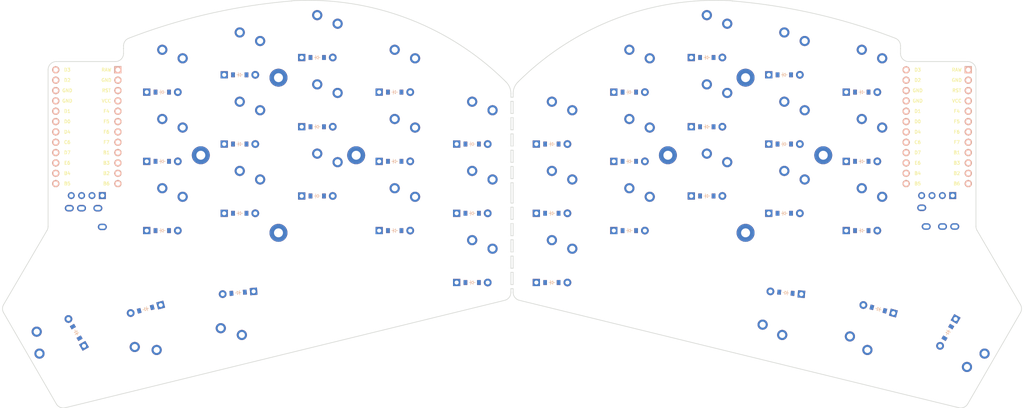
<source format=kicad_pcb>

            
(kicad_pcb (version 20171130) (host pcbnew 5.1.6)

  (page A3)
  (title_block
    (title glitch36)
    (rev v1.0.0)
    (company Unknown)
  )

  (general
    (thickness 1.6)
  )

  (layers
    (0 F.Cu signal)
    (31 B.Cu signal)
    (32 B.Adhes user)
    (33 F.Adhes user)
    (34 B.Paste user)
    (35 F.Paste user)
    (36 B.SilkS user)
    (37 F.SilkS user)
    (38 B.Mask user)
    (39 F.Mask user)
    (40 Dwgs.User user)
    (41 Cmts.User user)
    (42 Eco1.User user)
    (43 Eco2.User user)
    (44 Edge.Cuts user)
    (45 Margin user)
    (46 B.CrtYd user)
    (47 F.CrtYd user)
    (48 B.Fab user)
    (49 F.Fab user)
  )

  (setup
    (last_trace_width 0.25)
    (trace_clearance 0.2)
    (zone_clearance 0.508)
    (zone_45_only no)
    (trace_min 0.2)
    (via_size 0.8)
    (via_drill 0.4)
    (via_min_size 0.4)
    (via_min_drill 0.3)
    (uvia_size 0.3)
    (uvia_drill 0.1)
    (uvias_allowed no)
    (uvia_min_size 0.2)
    (uvia_min_drill 0.1)
    (edge_width 0.05)
    (segment_width 0.2)
    (pcb_text_width 0.3)
    (pcb_text_size 1.5 1.5)
    (mod_edge_width 0.12)
    (mod_text_size 1 1)
    (mod_text_width 0.15)
    (pad_size 1.524 1.524)
    (pad_drill 0.762)
    (pad_to_mask_clearance 0.05)
    (aux_axis_origin 0 0)
    (visible_elements FFFFFF7F)
    (pcbplotparams
      (layerselection 0x010fc_ffffffff)
      (usegerberextensions false)
      (usegerberattributes true)
      (usegerberadvancedattributes true)
      (creategerberjobfile true)
      (excludeedgelayer true)
      (linewidth 0.100000)
      (plotframeref false)
      (viasonmask false)
      (mode 1)
      (useauxorigin false)
      (hpglpennumber 1)
      (hpglpenspeed 20)
      (hpglpendiameter 15.000000)
      (psnegative false)
      (psa4output false)
      (plotreference true)
      (plotvalue true)
      (plotinvisibletext false)
      (padsonsilk false)
      (subtractmaskfromsilk false)
      (outputformat 1)
      (mirror false)
      (drillshape 1)
      (scaleselection 1)
      (outputdirectory ""))
  )

            (net 0 "")
(net 1 "pinky_bottom")
(net 2 "B4")
(net 3 "B2")
(net 4 "pinky_home")
(net 5 "B3")
(net 6 "pinky_top")
(net 7 "B1")
(net 8 "ring_bottom")
(net 9 "E6")
(net 10 "ring_home")
(net 11 "ring_top")
(net 12 "middle_bottom")
(net 13 "D4")
(net 14 "middle_home")
(net 15 "middle_top")
(net 16 "index_bottom")
(net 17 "C6")
(net 18 "index_home")
(net 19 "index_top")
(net 20 "inner_bottom")
(net 21 "D7")
(net 22 "inner_home")
(net 23 "inner_top")
(net 24 "outer_thumbs")
(net 25 "B6")
(net 26 "middle_thumbs")
(net 27 "inner_thumbs")
(net 28 "mirror_pinky_bottom")
(net 29 "mirror_pinky_home")
(net 30 "mirror_pinky_top")
(net 31 "mirror_ring_bottom")
(net 32 "mirror_ring_home")
(net 33 "mirror_ring_top")
(net 34 "mirror_middle_bottom")
(net 35 "mirror_middle_home")
(net 36 "mirror_middle_top")
(net 37 "mirror_index_bottom")
(net 38 "mirror_index_home")
(net 39 "mirror_index_top")
(net 40 "mirror_inner_bottom")
(net 41 "mirror_inner_home")
(net 42 "mirror_inner_top")
(net 43 "mirror_outer_thumbs")
(net 44 "mirror_middle_thumbs")
(net 45 "mirror_inner_thumbs")
(net 46 "RAW")
(net 47 "GND")
(net 48 "RST")
(net 49 "VCC")
(net 50 "F4")
(net 51 "F5")
(net 52 "F6")
(net 53 "F7")
(net 54 "D3")
(net 55 "D2")
(net 56 "D1")
(net 57 "D0")
(net 58 "B5")
            
  (net_class Default "This is the default net class."
    (clearance 0.2)
    (trace_width 0.25)
    (via_dia 0.8)
    (via_drill 0.4)
    (uvia_dia 0.3)
    (uvia_drill 0.1)
    (add_net "")
(add_net "pinky_bottom")
(add_net "B4")
(add_net "B2")
(add_net "pinky_home")
(add_net "B3")
(add_net "pinky_top")
(add_net "B1")
(add_net "ring_bottom")
(add_net "E6")
(add_net "ring_home")
(add_net "ring_top")
(add_net "middle_bottom")
(add_net "D4")
(add_net "middle_home")
(add_net "middle_top")
(add_net "index_bottom")
(add_net "C6")
(add_net "index_home")
(add_net "index_top")
(add_net "inner_bottom")
(add_net "D7")
(add_net "inner_home")
(add_net "inner_top")
(add_net "outer_thumbs")
(add_net "B6")
(add_net "middle_thumbs")
(add_net "inner_thumbs")
(add_net "mirror_pinky_bottom")
(add_net "mirror_pinky_home")
(add_net "mirror_pinky_top")
(add_net "mirror_ring_bottom")
(add_net "mirror_ring_home")
(add_net "mirror_ring_top")
(add_net "mirror_middle_bottom")
(add_net "mirror_middle_home")
(add_net "mirror_middle_top")
(add_net "mirror_index_bottom")
(add_net "mirror_index_home")
(add_net "mirror_index_top")
(add_net "mirror_inner_bottom")
(add_net "mirror_inner_home")
(add_net "mirror_inner_top")
(add_net "mirror_outer_thumbs")
(add_net "mirror_middle_thumbs")
(add_net "mirror_inner_thumbs")
(add_net "RAW")
(add_net "GND")
(add_net "RST")
(add_net "VCC")
(add_net "F4")
(add_net "F5")
(add_net "F6")
(add_net "F7")
(add_net "D3")
(add_net "D2")
(add_net "D1")
(add_net "D0")
(add_net "B5")
  )

            
        
      (module PG1350 (layer F.Cu) (tedit 5DD50112)
      (at 0 0 0)

      
      (fp_text reference "S1" (at 0 0) (layer F.SilkS) hide (effects (font (size 1.27 1.27) (thickness 0.15))))
      (fp_text value "" (at 0 0) (layer F.SilkS) hide (effects (font (size 1.27 1.27) (thickness 0.15))))

      
      (fp_line (start -7 -6) (end -7 -7) (layer Dwgs.User) (width 0.15))
      (fp_line (start -7 7) (end -6 7) (layer Dwgs.User) (width 0.15))
      (fp_line (start -6 -7) (end -7 -7) (layer Dwgs.User) (width 0.15))
      (fp_line (start -7 7) (end -7 6) (layer Dwgs.User) (width 0.15))
      (fp_line (start 7 6) (end 7 7) (layer Dwgs.User) (width 0.15))
      (fp_line (start 7 -7) (end 6 -7) (layer Dwgs.User) (width 0.15))
      (fp_line (start 6 7) (end 7 7) (layer Dwgs.User) (width 0.15))
      (fp_line (start 7 -7) (end 7 -6) (layer Dwgs.User) (width 0.15))      
      
      
      (pad "" np_thru_hole circle (at 0 0) (size 3.429 3.429) (drill 3.429) (layers *.Cu *.Mask))
        
      
      (pad "" np_thru_hole circle (at 5.5 0) (size 1.7018 1.7018) (drill 1.7018) (layers *.Cu *.Mask))
      (pad "" np_thru_hole circle (at -5.5 0) (size 1.7018 1.7018) (drill 1.7018) (layers *.Cu *.Mask))
      
        
        
            
            (pad 1 thru_hole circle (at 5 -3.8) (size 2.5 2.5) (drill 1.5) (layers *.Cu *.Mask) (net 1 "pinky_bottom"))
            (pad 2 thru_hole circle (at 0 -5.9) (size 2.5 2.5) (drill 1.5) (layers *.Cu *.Mask) (net 2 "B4"))
          )
        

  
    (module ComboDiode (layer F.Cu) (tedit 5B24D78E)


        (at 0 4.5 0)

        
        (fp_text reference "D1" (at 0 0) (layer F.SilkS) hide (effects (font (size 1.27 1.27) (thickness 0.15))))
        (fp_text value "" (at 0 0) (layer F.SilkS) hide (effects (font (size 1.27 1.27) (thickness 0.15))))
        
        
        (fp_line (start 0.25 0) (end 0.75 0) (layer F.SilkS) (width 0.1))
        (fp_line (start 0.25 0.4) (end -0.35 0) (layer F.SilkS) (width 0.1))
        (fp_line (start 0.25 -0.4) (end 0.25 0.4) (layer F.SilkS) (width 0.1))
        (fp_line (start -0.35 0) (end 0.25 -0.4) (layer F.SilkS) (width 0.1))
        (fp_line (start -0.35 0) (end -0.35 0.55) (layer F.SilkS) (width 0.1))
        (fp_line (start -0.35 0) (end -0.35 -0.55) (layer F.SilkS) (width 0.1))
        (fp_line (start -0.75 0) (end -0.35 0) (layer F.SilkS) (width 0.1))
        (fp_line (start 0.25 0) (end 0.75 0) (layer B.SilkS) (width 0.1))
        (fp_line (start 0.25 0.4) (end -0.35 0) (layer B.SilkS) (width 0.1))
        (fp_line (start 0.25 -0.4) (end 0.25 0.4) (layer B.SilkS) (width 0.1))
        (fp_line (start -0.35 0) (end 0.25 -0.4) (layer B.SilkS) (width 0.1))
        (fp_line (start -0.35 0) (end -0.35 0.55) (layer B.SilkS) (width 0.1))
        (fp_line (start -0.35 0) (end -0.35 -0.55) (layer B.SilkS) (width 0.1))
        (fp_line (start -0.75 0) (end -0.35 0) (layer B.SilkS) (width 0.1))
    
        
        (pad 1 smd rect (at -1.65 0 0) (size 0.9 1.2) (layers F.Cu F.Paste F.Mask) (net 3 "B2"))
        (pad 2 smd rect (at 1.65 0 0) (size 0.9 1.2) (layers B.Cu B.Paste B.Mask) (net 1 "pinky_bottom"))
        (pad 1 smd rect (at -1.65 0 0) (size 0.9 1.2) (layers B.Cu B.Paste B.Mask) (net 3 "B2"))
        (pad 2 smd rect (at 1.65 0 0) (size 0.9 1.2) (layers F.Cu F.Paste F.Mask) (net 1 "pinky_bottom"))
        
        
        (pad 1 thru_hole circle (at 3.81 0 0) (size 1.905 1.905) (drill 0.9906) (layers *.Cu *.Mask) (net 1 "pinky_bottom"))
        (pad 2 thru_hole rect (at -3.81 0 0) (size 1.778 1.778) (drill 0.9906) (layers *.Cu *.Mask) (net 3 "B2"))
    )
  
    

        
      (module PG1350 (layer F.Cu) (tedit 5DD50112)
      (at 0 -17 0)

      
      (fp_text reference "S2" (at 0 0) (layer F.SilkS) hide (effects (font (size 1.27 1.27) (thickness 0.15))))
      (fp_text value "" (at 0 0) (layer F.SilkS) hide (effects (font (size 1.27 1.27) (thickness 0.15))))

      
      (fp_line (start -7 -6) (end -7 -7) (layer Dwgs.User) (width 0.15))
      (fp_line (start -7 7) (end -6 7) (layer Dwgs.User) (width 0.15))
      (fp_line (start -6 -7) (end -7 -7) (layer Dwgs.User) (width 0.15))
      (fp_line (start -7 7) (end -7 6) (layer Dwgs.User) (width 0.15))
      (fp_line (start 7 6) (end 7 7) (layer Dwgs.User) (width 0.15))
      (fp_line (start 7 -7) (end 6 -7) (layer Dwgs.User) (width 0.15))
      (fp_line (start 6 7) (end 7 7) (layer Dwgs.User) (width 0.15))
      (fp_line (start 7 -7) (end 7 -6) (layer Dwgs.User) (width 0.15))      
      
      
      (pad "" np_thru_hole circle (at 0 0) (size 3.429 3.429) (drill 3.429) (layers *.Cu *.Mask))
        
      
      (pad "" np_thru_hole circle (at 5.5 0) (size 1.7018 1.7018) (drill 1.7018) (layers *.Cu *.Mask))
      (pad "" np_thru_hole circle (at -5.5 0) (size 1.7018 1.7018) (drill 1.7018) (layers *.Cu *.Mask))
      
        
        
            
            (pad 1 thru_hole circle (at 5 -3.8) (size 2.5 2.5) (drill 1.5) (layers *.Cu *.Mask) (net 4 "pinky_home"))
            (pad 2 thru_hole circle (at 0 -5.9) (size 2.5 2.5) (drill 1.5) (layers *.Cu *.Mask) (net 2 "B4"))
          )
        

  
    (module ComboDiode (layer F.Cu) (tedit 5B24D78E)


        (at 0 -12.5 0)

        
        (fp_text reference "D2" (at 0 0) (layer F.SilkS) hide (effects (font (size 1.27 1.27) (thickness 0.15))))
        (fp_text value "" (at 0 0) (layer F.SilkS) hide (effects (font (size 1.27 1.27) (thickness 0.15))))
        
        
        (fp_line (start 0.25 0) (end 0.75 0) (layer F.SilkS) (width 0.1))
        (fp_line (start 0.25 0.4) (end -0.35 0) (layer F.SilkS) (width 0.1))
        (fp_line (start 0.25 -0.4) (end 0.25 0.4) (layer F.SilkS) (width 0.1))
        (fp_line (start -0.35 0) (end 0.25 -0.4) (layer F.SilkS) (width 0.1))
        (fp_line (start -0.35 0) (end -0.35 0.55) (layer F.SilkS) (width 0.1))
        (fp_line (start -0.35 0) (end -0.35 -0.55) (layer F.SilkS) (width 0.1))
        (fp_line (start -0.75 0) (end -0.35 0) (layer F.SilkS) (width 0.1))
        (fp_line (start 0.25 0) (end 0.75 0) (layer B.SilkS) (width 0.1))
        (fp_line (start 0.25 0.4) (end -0.35 0) (layer B.SilkS) (width 0.1))
        (fp_line (start 0.25 -0.4) (end 0.25 0.4) (layer B.SilkS) (width 0.1))
        (fp_line (start -0.35 0) (end 0.25 -0.4) (layer B.SilkS) (width 0.1))
        (fp_line (start -0.35 0) (end -0.35 0.55) (layer B.SilkS) (width 0.1))
        (fp_line (start -0.35 0) (end -0.35 -0.55) (layer B.SilkS) (width 0.1))
        (fp_line (start -0.75 0) (end -0.35 0) (layer B.SilkS) (width 0.1))
    
        
        (pad 1 smd rect (at -1.65 0 0) (size 0.9 1.2) (layers F.Cu F.Paste F.Mask) (net 5 "B3"))
        (pad 2 smd rect (at 1.65 0 0) (size 0.9 1.2) (layers B.Cu B.Paste B.Mask) (net 4 "pinky_home"))
        (pad 1 smd rect (at -1.65 0 0) (size 0.9 1.2) (layers B.Cu B.Paste B.Mask) (net 5 "B3"))
        (pad 2 smd rect (at 1.65 0 0) (size 0.9 1.2) (layers F.Cu F.Paste F.Mask) (net 4 "pinky_home"))
        
        
        (pad 1 thru_hole circle (at 3.81 0 0) (size 1.905 1.905) (drill 0.9906) (layers *.Cu *.Mask) (net 4 "pinky_home"))
        (pad 2 thru_hole rect (at -3.81 0 0) (size 1.778 1.778) (drill 0.9906) (layers *.Cu *.Mask) (net 5 "B3"))
    )
  
    

        
      (module PG1350 (layer F.Cu) (tedit 5DD50112)
      (at 0 -34 0)

      
      (fp_text reference "S3" (at 0 0) (layer F.SilkS) hide (effects (font (size 1.27 1.27) (thickness 0.15))))
      (fp_text value "" (at 0 0) (layer F.SilkS) hide (effects (font (size 1.27 1.27) (thickness 0.15))))

      
      (fp_line (start -7 -6) (end -7 -7) (layer Dwgs.User) (width 0.15))
      (fp_line (start -7 7) (end -6 7) (layer Dwgs.User) (width 0.15))
      (fp_line (start -6 -7) (end -7 -7) (layer Dwgs.User) (width 0.15))
      (fp_line (start -7 7) (end -7 6) (layer Dwgs.User) (width 0.15))
      (fp_line (start 7 6) (end 7 7) (layer Dwgs.User) (width 0.15))
      (fp_line (start 7 -7) (end 6 -7) (layer Dwgs.User) (width 0.15))
      (fp_line (start 6 7) (end 7 7) (layer Dwgs.User) (width 0.15))
      (fp_line (start 7 -7) (end 7 -6) (layer Dwgs.User) (width 0.15))      
      
      
      (pad "" np_thru_hole circle (at 0 0) (size 3.429 3.429) (drill 3.429) (layers *.Cu *.Mask))
        
      
      (pad "" np_thru_hole circle (at 5.5 0) (size 1.7018 1.7018) (drill 1.7018) (layers *.Cu *.Mask))
      (pad "" np_thru_hole circle (at -5.5 0) (size 1.7018 1.7018) (drill 1.7018) (layers *.Cu *.Mask))
      
        
        
            
            (pad 1 thru_hole circle (at 5 -3.8) (size 2.5 2.5) (drill 1.5) (layers *.Cu *.Mask) (net 6 "pinky_top"))
            (pad 2 thru_hole circle (at 0 -5.9) (size 2.5 2.5) (drill 1.5) (layers *.Cu *.Mask) (net 2 "B4"))
          )
        

  
    (module ComboDiode (layer F.Cu) (tedit 5B24D78E)


        (at 0 -29.5 0)

        
        (fp_text reference "D3" (at 0 0) (layer F.SilkS) hide (effects (font (size 1.27 1.27) (thickness 0.15))))
        (fp_text value "" (at 0 0) (layer F.SilkS) hide (effects (font (size 1.27 1.27) (thickness 0.15))))
        
        
        (fp_line (start 0.25 0) (end 0.75 0) (layer F.SilkS) (width 0.1))
        (fp_line (start 0.25 0.4) (end -0.35 0) (layer F.SilkS) (width 0.1))
        (fp_line (start 0.25 -0.4) (end 0.25 0.4) (layer F.SilkS) (width 0.1))
        (fp_line (start -0.35 0) (end 0.25 -0.4) (layer F.SilkS) (width 0.1))
        (fp_line (start -0.35 0) (end -0.35 0.55) (layer F.SilkS) (width 0.1))
        (fp_line (start -0.35 0) (end -0.35 -0.55) (layer F.SilkS) (width 0.1))
        (fp_line (start -0.75 0) (end -0.35 0) (layer F.SilkS) (width 0.1))
        (fp_line (start 0.25 0) (end 0.75 0) (layer B.SilkS) (width 0.1))
        (fp_line (start 0.25 0.4) (end -0.35 0) (layer B.SilkS) (width 0.1))
        (fp_line (start 0.25 -0.4) (end 0.25 0.4) (layer B.SilkS) (width 0.1))
        (fp_line (start -0.35 0) (end 0.25 -0.4) (layer B.SilkS) (width 0.1))
        (fp_line (start -0.35 0) (end -0.35 0.55) (layer B.SilkS) (width 0.1))
        (fp_line (start -0.35 0) (end -0.35 -0.55) (layer B.SilkS) (width 0.1))
        (fp_line (start -0.75 0) (end -0.35 0) (layer B.SilkS) (width 0.1))
    
        
        (pad 1 smd rect (at -1.65 0 0) (size 0.9 1.2) (layers F.Cu F.Paste F.Mask) (net 7 "B1"))
        (pad 2 smd rect (at 1.65 0 0) (size 0.9 1.2) (layers B.Cu B.Paste B.Mask) (net 6 "pinky_top"))
        (pad 1 smd rect (at -1.65 0 0) (size 0.9 1.2) (layers B.Cu B.Paste B.Mask) (net 7 "B1"))
        (pad 2 smd rect (at 1.65 0 0) (size 0.9 1.2) (layers F.Cu F.Paste F.Mask) (net 6 "pinky_top"))
        
        
        (pad 1 thru_hole circle (at 3.81 0 0) (size 1.905 1.905) (drill 0.9906) (layers *.Cu *.Mask) (net 6 "pinky_top"))
        (pad 2 thru_hole rect (at -3.81 0 0) (size 1.778 1.778) (drill 0.9906) (layers *.Cu *.Mask) (net 7 "B1"))
    )
  
    

        
      (module PG1350 (layer F.Cu) (tedit 5DD50112)
      (at 19 -12.75 0)

      
      (fp_text reference "S4" (at 0 0) (layer F.SilkS) hide (effects (font (size 1.27 1.27) (thickness 0.15))))
      (fp_text value "" (at 0 0) (layer F.SilkS) hide (effects (font (size 1.27 1.27) (thickness 0.15))))

      
      (fp_line (start -7 -6) (end -7 -7) (layer Dwgs.User) (width 0.15))
      (fp_line (start -7 7) (end -6 7) (layer Dwgs.User) (width 0.15))
      (fp_line (start -6 -7) (end -7 -7) (layer Dwgs.User) (width 0.15))
      (fp_line (start -7 7) (end -7 6) (layer Dwgs.User) (width 0.15))
      (fp_line (start 7 6) (end 7 7) (layer Dwgs.User) (width 0.15))
      (fp_line (start 7 -7) (end 6 -7) (layer Dwgs.User) (width 0.15))
      (fp_line (start 6 7) (end 7 7) (layer Dwgs.User) (width 0.15))
      (fp_line (start 7 -7) (end 7 -6) (layer Dwgs.User) (width 0.15))      
      
      
      (pad "" np_thru_hole circle (at 0 0) (size 3.429 3.429) (drill 3.429) (layers *.Cu *.Mask))
        
      
      (pad "" np_thru_hole circle (at 5.5 0) (size 1.7018 1.7018) (drill 1.7018) (layers *.Cu *.Mask))
      (pad "" np_thru_hole circle (at -5.5 0) (size 1.7018 1.7018) (drill 1.7018) (layers *.Cu *.Mask))
      
        
        
            
            (pad 1 thru_hole circle (at 5 -3.8) (size 2.5 2.5) (drill 1.5) (layers *.Cu *.Mask) (net 8 "ring_bottom"))
            (pad 2 thru_hole circle (at 0 -5.9) (size 2.5 2.5) (drill 1.5) (layers *.Cu *.Mask) (net 9 "E6"))
          )
        

  
    (module ComboDiode (layer F.Cu) (tedit 5B24D78E)


        (at 19 -8.25 0)

        
        (fp_text reference "D4" (at 0 0) (layer F.SilkS) hide (effects (font (size 1.27 1.27) (thickness 0.15))))
        (fp_text value "" (at 0 0) (layer F.SilkS) hide (effects (font (size 1.27 1.27) (thickness 0.15))))
        
        
        (fp_line (start 0.25 0) (end 0.75 0) (layer F.SilkS) (width 0.1))
        (fp_line (start 0.25 0.4) (end -0.35 0) (layer F.SilkS) (width 0.1))
        (fp_line (start 0.25 -0.4) (end 0.25 0.4) (layer F.SilkS) (width 0.1))
        (fp_line (start -0.35 0) (end 0.25 -0.4) (layer F.SilkS) (width 0.1))
        (fp_line (start -0.35 0) (end -0.35 0.55) (layer F.SilkS) (width 0.1))
        (fp_line (start -0.35 0) (end -0.35 -0.55) (layer F.SilkS) (width 0.1))
        (fp_line (start -0.75 0) (end -0.35 0) (layer F.SilkS) (width 0.1))
        (fp_line (start 0.25 0) (end 0.75 0) (layer B.SilkS) (width 0.1))
        (fp_line (start 0.25 0.4) (end -0.35 0) (layer B.SilkS) (width 0.1))
        (fp_line (start 0.25 -0.4) (end 0.25 0.4) (layer B.SilkS) (width 0.1))
        (fp_line (start -0.35 0) (end 0.25 -0.4) (layer B.SilkS) (width 0.1))
        (fp_line (start -0.35 0) (end -0.35 0.55) (layer B.SilkS) (width 0.1))
        (fp_line (start -0.35 0) (end -0.35 -0.55) (layer B.SilkS) (width 0.1))
        (fp_line (start -0.75 0) (end -0.35 0) (layer B.SilkS) (width 0.1))
    
        
        (pad 1 smd rect (at -1.65 0 0) (size 0.9 1.2) (layers F.Cu F.Paste F.Mask) (net 3 "B2"))
        (pad 2 smd rect (at 1.65 0 0) (size 0.9 1.2) (layers B.Cu B.Paste B.Mask) (net 8 "ring_bottom"))
        (pad 1 smd rect (at -1.65 0 0) (size 0.9 1.2) (layers B.Cu B.Paste B.Mask) (net 3 "B2"))
        (pad 2 smd rect (at 1.65 0 0) (size 0.9 1.2) (layers F.Cu F.Paste F.Mask) (net 8 "ring_bottom"))
        
        
        (pad 1 thru_hole circle (at 3.81 0 0) (size 1.905 1.905) (drill 0.9906) (layers *.Cu *.Mask) (net 8 "ring_bottom"))
        (pad 2 thru_hole rect (at -3.81 0 0) (size 1.778 1.778) (drill 0.9906) (layers *.Cu *.Mask) (net 3 "B2"))
    )
  
    

        
      (module PG1350 (layer F.Cu) (tedit 5DD50112)
      (at 19 -29.75 0)

      
      (fp_text reference "S5" (at 0 0) (layer F.SilkS) hide (effects (font (size 1.27 1.27) (thickness 0.15))))
      (fp_text value "" (at 0 0) (layer F.SilkS) hide (effects (font (size 1.27 1.27) (thickness 0.15))))

      
      (fp_line (start -7 -6) (end -7 -7) (layer Dwgs.User) (width 0.15))
      (fp_line (start -7 7) (end -6 7) (layer Dwgs.User) (width 0.15))
      (fp_line (start -6 -7) (end -7 -7) (layer Dwgs.User) (width 0.15))
      (fp_line (start -7 7) (end -7 6) (layer Dwgs.User) (width 0.15))
      (fp_line (start 7 6) (end 7 7) (layer Dwgs.User) (width 0.15))
      (fp_line (start 7 -7) (end 6 -7) (layer Dwgs.User) (width 0.15))
      (fp_line (start 6 7) (end 7 7) (layer Dwgs.User) (width 0.15))
      (fp_line (start 7 -7) (end 7 -6) (layer Dwgs.User) (width 0.15))      
      
      
      (pad "" np_thru_hole circle (at 0 0) (size 3.429 3.429) (drill 3.429) (layers *.Cu *.Mask))
        
      
      (pad "" np_thru_hole circle (at 5.5 0) (size 1.7018 1.7018) (drill 1.7018) (layers *.Cu *.Mask))
      (pad "" np_thru_hole circle (at -5.5 0) (size 1.7018 1.7018) (drill 1.7018) (layers *.Cu *.Mask))
      
        
        
            
            (pad 1 thru_hole circle (at 5 -3.8) (size 2.5 2.5) (drill 1.5) (layers *.Cu *.Mask) (net 10 "ring_home"))
            (pad 2 thru_hole circle (at 0 -5.9) (size 2.5 2.5) (drill 1.5) (layers *.Cu *.Mask) (net 9 "E6"))
          )
        

  
    (module ComboDiode (layer F.Cu) (tedit 5B24D78E)


        (at 19 -25.25 0)

        
        (fp_text reference "D5" (at 0 0) (layer F.SilkS) hide (effects (font (size 1.27 1.27) (thickness 0.15))))
        (fp_text value "" (at 0 0) (layer F.SilkS) hide (effects (font (size 1.27 1.27) (thickness 0.15))))
        
        
        (fp_line (start 0.25 0) (end 0.75 0) (layer F.SilkS) (width 0.1))
        (fp_line (start 0.25 0.4) (end -0.35 0) (layer F.SilkS) (width 0.1))
        (fp_line (start 0.25 -0.4) (end 0.25 0.4) (layer F.SilkS) (width 0.1))
        (fp_line (start -0.35 0) (end 0.25 -0.4) (layer F.SilkS) (width 0.1))
        (fp_line (start -0.35 0) (end -0.35 0.55) (layer F.SilkS) (width 0.1))
        (fp_line (start -0.35 0) (end -0.35 -0.55) (layer F.SilkS) (width 0.1))
        (fp_line (start -0.75 0) (end -0.35 0) (layer F.SilkS) (width 0.1))
        (fp_line (start 0.25 0) (end 0.75 0) (layer B.SilkS) (width 0.1))
        (fp_line (start 0.25 0.4) (end -0.35 0) (layer B.SilkS) (width 0.1))
        (fp_line (start 0.25 -0.4) (end 0.25 0.4) (layer B.SilkS) (width 0.1))
        (fp_line (start -0.35 0) (end 0.25 -0.4) (layer B.SilkS) (width 0.1))
        (fp_line (start -0.35 0) (end -0.35 0.55) (layer B.SilkS) (width 0.1))
        (fp_line (start -0.35 0) (end -0.35 -0.55) (layer B.SilkS) (width 0.1))
        (fp_line (start -0.75 0) (end -0.35 0) (layer B.SilkS) (width 0.1))
    
        
        (pad 1 smd rect (at -1.65 0 0) (size 0.9 1.2) (layers F.Cu F.Paste F.Mask) (net 5 "B3"))
        (pad 2 smd rect (at 1.65 0 0) (size 0.9 1.2) (layers B.Cu B.Paste B.Mask) (net 10 "ring_home"))
        (pad 1 smd rect (at -1.65 0 0) (size 0.9 1.2) (layers B.Cu B.Paste B.Mask) (net 5 "B3"))
        (pad 2 smd rect (at 1.65 0 0) (size 0.9 1.2) (layers F.Cu F.Paste F.Mask) (net 10 "ring_home"))
        
        
        (pad 1 thru_hole circle (at 3.81 0 0) (size 1.905 1.905) (drill 0.9906) (layers *.Cu *.Mask) (net 10 "ring_home"))
        (pad 2 thru_hole rect (at -3.81 0 0) (size 1.778 1.778) (drill 0.9906) (layers *.Cu *.Mask) (net 5 "B3"))
    )
  
    

        
      (module PG1350 (layer F.Cu) (tedit 5DD50112)
      (at 19 -46.75 0)

      
      (fp_text reference "S6" (at 0 0) (layer F.SilkS) hide (effects (font (size 1.27 1.27) (thickness 0.15))))
      (fp_text value "" (at 0 0) (layer F.SilkS) hide (effects (font (size 1.27 1.27) (thickness 0.15))))

      
      (fp_line (start -7 -6) (end -7 -7) (layer Dwgs.User) (width 0.15))
      (fp_line (start -7 7) (end -6 7) (layer Dwgs.User) (width 0.15))
      (fp_line (start -6 -7) (end -7 -7) (layer Dwgs.User) (width 0.15))
      (fp_line (start -7 7) (end -7 6) (layer Dwgs.User) (width 0.15))
      (fp_line (start 7 6) (end 7 7) (layer Dwgs.User) (width 0.15))
      (fp_line (start 7 -7) (end 6 -7) (layer Dwgs.User) (width 0.15))
      (fp_line (start 6 7) (end 7 7) (layer Dwgs.User) (width 0.15))
      (fp_line (start 7 -7) (end 7 -6) (layer Dwgs.User) (width 0.15))      
      
      
      (pad "" np_thru_hole circle (at 0 0) (size 3.429 3.429) (drill 3.429) (layers *.Cu *.Mask))
        
      
      (pad "" np_thru_hole circle (at 5.5 0) (size 1.7018 1.7018) (drill 1.7018) (layers *.Cu *.Mask))
      (pad "" np_thru_hole circle (at -5.5 0) (size 1.7018 1.7018) (drill 1.7018) (layers *.Cu *.Mask))
      
        
        
            
            (pad 1 thru_hole circle (at 5 -3.8) (size 2.5 2.5) (drill 1.5) (layers *.Cu *.Mask) (net 11 "ring_top"))
            (pad 2 thru_hole circle (at 0 -5.9) (size 2.5 2.5) (drill 1.5) (layers *.Cu *.Mask) (net 9 "E6"))
          )
        

  
    (module ComboDiode (layer F.Cu) (tedit 5B24D78E)


        (at 19 -42.25 0)

        
        (fp_text reference "D6" (at 0 0) (layer F.SilkS) hide (effects (font (size 1.27 1.27) (thickness 0.15))))
        (fp_text value "" (at 0 0) (layer F.SilkS) hide (effects (font (size 1.27 1.27) (thickness 0.15))))
        
        
        (fp_line (start 0.25 0) (end 0.75 0) (layer F.SilkS) (width 0.1))
        (fp_line (start 0.25 0.4) (end -0.35 0) (layer F.SilkS) (width 0.1))
        (fp_line (start 0.25 -0.4) (end 0.25 0.4) (layer F.SilkS) (width 0.1))
        (fp_line (start -0.35 0) (end 0.25 -0.4) (layer F.SilkS) (width 0.1))
        (fp_line (start -0.35 0) (end -0.35 0.55) (layer F.SilkS) (width 0.1))
        (fp_line (start -0.35 0) (end -0.35 -0.55) (layer F.SilkS) (width 0.1))
        (fp_line (start -0.75 0) (end -0.35 0) (layer F.SilkS) (width 0.1))
        (fp_line (start 0.25 0) (end 0.75 0) (layer B.SilkS) (width 0.1))
        (fp_line (start 0.25 0.4) (end -0.35 0) (layer B.SilkS) (width 0.1))
        (fp_line (start 0.25 -0.4) (end 0.25 0.4) (layer B.SilkS) (width 0.1))
        (fp_line (start -0.35 0) (end 0.25 -0.4) (layer B.SilkS) (width 0.1))
        (fp_line (start -0.35 0) (end -0.35 0.55) (layer B.SilkS) (width 0.1))
        (fp_line (start -0.35 0) (end -0.35 -0.55) (layer B.SilkS) (width 0.1))
        (fp_line (start -0.75 0) (end -0.35 0) (layer B.SilkS) (width 0.1))
    
        
        (pad 1 smd rect (at -1.65 0 0) (size 0.9 1.2) (layers F.Cu F.Paste F.Mask) (net 7 "B1"))
        (pad 2 smd rect (at 1.65 0 0) (size 0.9 1.2) (layers B.Cu B.Paste B.Mask) (net 11 "ring_top"))
        (pad 1 smd rect (at -1.65 0 0) (size 0.9 1.2) (layers B.Cu B.Paste B.Mask) (net 7 "B1"))
        (pad 2 smd rect (at 1.65 0 0) (size 0.9 1.2) (layers F.Cu F.Paste F.Mask) (net 11 "ring_top"))
        
        
        (pad 1 thru_hole circle (at 3.81 0 0) (size 1.905 1.905) (drill 0.9906) (layers *.Cu *.Mask) (net 11 "ring_top"))
        (pad 2 thru_hole rect (at -3.81 0 0) (size 1.778 1.778) (drill 0.9906) (layers *.Cu *.Mask) (net 7 "B1"))
    )
  
    

        
      (module PG1350 (layer F.Cu) (tedit 5DD50112)
      (at 38 -21.25 0)

      
      (fp_text reference "S7" (at 0 0) (layer F.SilkS) hide (effects (font (size 1.27 1.27) (thickness 0.15))))
      (fp_text value "" (at 0 0) (layer F.SilkS) hide (effects (font (size 1.27 1.27) (thickness 0.15))))

      
      (fp_line (start -7 -6) (end -7 -7) (layer Dwgs.User) (width 0.15))
      (fp_line (start -7 7) (end -6 7) (layer Dwgs.User) (width 0.15))
      (fp_line (start -6 -7) (end -7 -7) (layer Dwgs.User) (width 0.15))
      (fp_line (start -7 7) (end -7 6) (layer Dwgs.User) (width 0.15))
      (fp_line (start 7 6) (end 7 7) (layer Dwgs.User) (width 0.15))
      (fp_line (start 7 -7) (end 6 -7) (layer Dwgs.User) (width 0.15))
      (fp_line (start 6 7) (end 7 7) (layer Dwgs.User) (width 0.15))
      (fp_line (start 7 -7) (end 7 -6) (layer Dwgs.User) (width 0.15))      
      
      
      (pad "" np_thru_hole circle (at 0 0) (size 3.429 3.429) (drill 3.429) (layers *.Cu *.Mask))
        
      
      (pad "" np_thru_hole circle (at 5.5 0) (size 1.7018 1.7018) (drill 1.7018) (layers *.Cu *.Mask))
      (pad "" np_thru_hole circle (at -5.5 0) (size 1.7018 1.7018) (drill 1.7018) (layers *.Cu *.Mask))
      
        
        
            
            (pad 1 thru_hole circle (at 5 -3.8) (size 2.5 2.5) (drill 1.5) (layers *.Cu *.Mask) (net 12 "middle_bottom"))
            (pad 2 thru_hole circle (at 0 -5.9) (size 2.5 2.5) (drill 1.5) (layers *.Cu *.Mask) (net 13 "D4"))
          )
        

  
    (module ComboDiode (layer F.Cu) (tedit 5B24D78E)


        (at 38 -16.75 0)

        
        (fp_text reference "D7" (at 0 0) (layer F.SilkS) hide (effects (font (size 1.27 1.27) (thickness 0.15))))
        (fp_text value "" (at 0 0) (layer F.SilkS) hide (effects (font (size 1.27 1.27) (thickness 0.15))))
        
        
        (fp_line (start 0.25 0) (end 0.75 0) (layer F.SilkS) (width 0.1))
        (fp_line (start 0.25 0.4) (end -0.35 0) (layer F.SilkS) (width 0.1))
        (fp_line (start 0.25 -0.4) (end 0.25 0.4) (layer F.SilkS) (width 0.1))
        (fp_line (start -0.35 0) (end 0.25 -0.4) (layer F.SilkS) (width 0.1))
        (fp_line (start -0.35 0) (end -0.35 0.55) (layer F.SilkS) (width 0.1))
        (fp_line (start -0.35 0) (end -0.35 -0.55) (layer F.SilkS) (width 0.1))
        (fp_line (start -0.75 0) (end -0.35 0) (layer F.SilkS) (width 0.1))
        (fp_line (start 0.25 0) (end 0.75 0) (layer B.SilkS) (width 0.1))
        (fp_line (start 0.25 0.4) (end -0.35 0) (layer B.SilkS) (width 0.1))
        (fp_line (start 0.25 -0.4) (end 0.25 0.4) (layer B.SilkS) (width 0.1))
        (fp_line (start -0.35 0) (end 0.25 -0.4) (layer B.SilkS) (width 0.1))
        (fp_line (start -0.35 0) (end -0.35 0.55) (layer B.SilkS) (width 0.1))
        (fp_line (start -0.35 0) (end -0.35 -0.55) (layer B.SilkS) (width 0.1))
        (fp_line (start -0.75 0) (end -0.35 0) (layer B.SilkS) (width 0.1))
    
        
        (pad 1 smd rect (at -1.65 0 0) (size 0.9 1.2) (layers F.Cu F.Paste F.Mask) (net 3 "B2"))
        (pad 2 smd rect (at 1.65 0 0) (size 0.9 1.2) (layers B.Cu B.Paste B.Mask) (net 12 "middle_bottom"))
        (pad 1 smd rect (at -1.65 0 0) (size 0.9 1.2) (layers B.Cu B.Paste B.Mask) (net 3 "B2"))
        (pad 2 smd rect (at 1.65 0 0) (size 0.9 1.2) (layers F.Cu F.Paste F.Mask) (net 12 "middle_bottom"))
        
        
        (pad 1 thru_hole circle (at 3.81 0 0) (size 1.905 1.905) (drill 0.9906) (layers *.Cu *.Mask) (net 12 "middle_bottom"))
        (pad 2 thru_hole rect (at -3.81 0 0) (size 1.778 1.778) (drill 0.9906) (layers *.Cu *.Mask) (net 3 "B2"))
    )
  
    

        
      (module PG1350 (layer F.Cu) (tedit 5DD50112)
      (at 38 -38.25 0)

      
      (fp_text reference "S8" (at 0 0) (layer F.SilkS) hide (effects (font (size 1.27 1.27) (thickness 0.15))))
      (fp_text value "" (at 0 0) (layer F.SilkS) hide (effects (font (size 1.27 1.27) (thickness 0.15))))

      
      (fp_line (start -7 -6) (end -7 -7) (layer Dwgs.User) (width 0.15))
      (fp_line (start -7 7) (end -6 7) (layer Dwgs.User) (width 0.15))
      (fp_line (start -6 -7) (end -7 -7) (layer Dwgs.User) (width 0.15))
      (fp_line (start -7 7) (end -7 6) (layer Dwgs.User) (width 0.15))
      (fp_line (start 7 6) (end 7 7) (layer Dwgs.User) (width 0.15))
      (fp_line (start 7 -7) (end 6 -7) (layer Dwgs.User) (width 0.15))
      (fp_line (start 6 7) (end 7 7) (layer Dwgs.User) (width 0.15))
      (fp_line (start 7 -7) (end 7 -6) (layer Dwgs.User) (width 0.15))      
      
      
      (pad "" np_thru_hole circle (at 0 0) (size 3.429 3.429) (drill 3.429) (layers *.Cu *.Mask))
        
      
      (pad "" np_thru_hole circle (at 5.5 0) (size 1.7018 1.7018) (drill 1.7018) (layers *.Cu *.Mask))
      (pad "" np_thru_hole circle (at -5.5 0) (size 1.7018 1.7018) (drill 1.7018) (layers *.Cu *.Mask))
      
        
        
            
            (pad 1 thru_hole circle (at 5 -3.8) (size 2.5 2.5) (drill 1.5) (layers *.Cu *.Mask) (net 14 "middle_home"))
            (pad 2 thru_hole circle (at 0 -5.9) (size 2.5 2.5) (drill 1.5) (layers *.Cu *.Mask) (net 13 "D4"))
          )
        

  
    (module ComboDiode (layer F.Cu) (tedit 5B24D78E)


        (at 38 -33.75 0)

        
        (fp_text reference "D8" (at 0 0) (layer F.SilkS) hide (effects (font (size 1.27 1.27) (thickness 0.15))))
        (fp_text value "" (at 0 0) (layer F.SilkS) hide (effects (font (size 1.27 1.27) (thickness 0.15))))
        
        
        (fp_line (start 0.25 0) (end 0.75 0) (layer F.SilkS) (width 0.1))
        (fp_line (start 0.25 0.4) (end -0.35 0) (layer F.SilkS) (width 0.1))
        (fp_line (start 0.25 -0.4) (end 0.25 0.4) (layer F.SilkS) (width 0.1))
        (fp_line (start -0.35 0) (end 0.25 -0.4) (layer F.SilkS) (width 0.1))
        (fp_line (start -0.35 0) (end -0.35 0.55) (layer F.SilkS) (width 0.1))
        (fp_line (start -0.35 0) (end -0.35 -0.55) (layer F.SilkS) (width 0.1))
        (fp_line (start -0.75 0) (end -0.35 0) (layer F.SilkS) (width 0.1))
        (fp_line (start 0.25 0) (end 0.75 0) (layer B.SilkS) (width 0.1))
        (fp_line (start 0.25 0.4) (end -0.35 0) (layer B.SilkS) (width 0.1))
        (fp_line (start 0.25 -0.4) (end 0.25 0.4) (layer B.SilkS) (width 0.1))
        (fp_line (start -0.35 0) (end 0.25 -0.4) (layer B.SilkS) (width 0.1))
        (fp_line (start -0.35 0) (end -0.35 0.55) (layer B.SilkS) (width 0.1))
        (fp_line (start -0.35 0) (end -0.35 -0.55) (layer B.SilkS) (width 0.1))
        (fp_line (start -0.75 0) (end -0.35 0) (layer B.SilkS) (width 0.1))
    
        
        (pad 1 smd rect (at -1.65 0 0) (size 0.9 1.2) (layers F.Cu F.Paste F.Mask) (net 5 "B3"))
        (pad 2 smd rect (at 1.65 0 0) (size 0.9 1.2) (layers B.Cu B.Paste B.Mask) (net 14 "middle_home"))
        (pad 1 smd rect (at -1.65 0 0) (size 0.9 1.2) (layers B.Cu B.Paste B.Mask) (net 5 "B3"))
        (pad 2 smd rect (at 1.65 0 0) (size 0.9 1.2) (layers F.Cu F.Paste F.Mask) (net 14 "middle_home"))
        
        
        (pad 1 thru_hole circle (at 3.81 0 0) (size 1.905 1.905) (drill 0.9906) (layers *.Cu *.Mask) (net 14 "middle_home"))
        (pad 2 thru_hole rect (at -3.81 0 0) (size 1.778 1.778) (drill 0.9906) (layers *.Cu *.Mask) (net 5 "B3"))
    )
  
    

        
      (module PG1350 (layer F.Cu) (tedit 5DD50112)
      (at 38 -55.25 0)

      
      (fp_text reference "S9" (at 0 0) (layer F.SilkS) hide (effects (font (size 1.27 1.27) (thickness 0.15))))
      (fp_text value "" (at 0 0) (layer F.SilkS) hide (effects (font (size 1.27 1.27) (thickness 0.15))))

      
      (fp_line (start -7 -6) (end -7 -7) (layer Dwgs.User) (width 0.15))
      (fp_line (start -7 7) (end -6 7) (layer Dwgs.User) (width 0.15))
      (fp_line (start -6 -7) (end -7 -7) (layer Dwgs.User) (width 0.15))
      (fp_line (start -7 7) (end -7 6) (layer Dwgs.User) (width 0.15))
      (fp_line (start 7 6) (end 7 7) (layer Dwgs.User) (width 0.15))
      (fp_line (start 7 -7) (end 6 -7) (layer Dwgs.User) (width 0.15))
      (fp_line (start 6 7) (end 7 7) (layer Dwgs.User) (width 0.15))
      (fp_line (start 7 -7) (end 7 -6) (layer Dwgs.User) (width 0.15))      
      
      
      (pad "" np_thru_hole circle (at 0 0) (size 3.429 3.429) (drill 3.429) (layers *.Cu *.Mask))
        
      
      (pad "" np_thru_hole circle (at 5.5 0) (size 1.7018 1.7018) (drill 1.7018) (layers *.Cu *.Mask))
      (pad "" np_thru_hole circle (at -5.5 0) (size 1.7018 1.7018) (drill 1.7018) (layers *.Cu *.Mask))
      
        
        
            
            (pad 1 thru_hole circle (at 5 -3.8) (size 2.5 2.5) (drill 1.5) (layers *.Cu *.Mask) (net 15 "middle_top"))
            (pad 2 thru_hole circle (at 0 -5.9) (size 2.5 2.5) (drill 1.5) (layers *.Cu *.Mask) (net 13 "D4"))
          )
        

  
    (module ComboDiode (layer F.Cu) (tedit 5B24D78E)


        (at 38 -50.75 0)

        
        (fp_text reference "D9" (at 0 0) (layer F.SilkS) hide (effects (font (size 1.27 1.27) (thickness 0.15))))
        (fp_text value "" (at 0 0) (layer F.SilkS) hide (effects (font (size 1.27 1.27) (thickness 0.15))))
        
        
        (fp_line (start 0.25 0) (end 0.75 0) (layer F.SilkS) (width 0.1))
        (fp_line (start 0.25 0.4) (end -0.35 0) (layer F.SilkS) (width 0.1))
        (fp_line (start 0.25 -0.4) (end 0.25 0.4) (layer F.SilkS) (width 0.1))
        (fp_line (start -0.35 0) (end 0.25 -0.4) (layer F.SilkS) (width 0.1))
        (fp_line (start -0.35 0) (end -0.35 0.55) (layer F.SilkS) (width 0.1))
        (fp_line (start -0.35 0) (end -0.35 -0.55) (layer F.SilkS) (width 0.1))
        (fp_line (start -0.75 0) (end -0.35 0) (layer F.SilkS) (width 0.1))
        (fp_line (start 0.25 0) (end 0.75 0) (layer B.SilkS) (width 0.1))
        (fp_line (start 0.25 0.4) (end -0.35 0) (layer B.SilkS) (width 0.1))
        (fp_line (start 0.25 -0.4) (end 0.25 0.4) (layer B.SilkS) (width 0.1))
        (fp_line (start -0.35 0) (end 0.25 -0.4) (layer B.SilkS) (width 0.1))
        (fp_line (start -0.35 0) (end -0.35 0.55) (layer B.SilkS) (width 0.1))
        (fp_line (start -0.35 0) (end -0.35 -0.55) (layer B.SilkS) (width 0.1))
        (fp_line (start -0.75 0) (end -0.35 0) (layer B.SilkS) (width 0.1))
    
        
        (pad 1 smd rect (at -1.65 0 0) (size 0.9 1.2) (layers F.Cu F.Paste F.Mask) (net 7 "B1"))
        (pad 2 smd rect (at 1.65 0 0) (size 0.9 1.2) (layers B.Cu B.Paste B.Mask) (net 15 "middle_top"))
        (pad 1 smd rect (at -1.65 0 0) (size 0.9 1.2) (layers B.Cu B.Paste B.Mask) (net 7 "B1"))
        (pad 2 smd rect (at 1.65 0 0) (size 0.9 1.2) (layers F.Cu F.Paste F.Mask) (net 15 "middle_top"))
        
        
        (pad 1 thru_hole circle (at 3.81 0 0) (size 1.905 1.905) (drill 0.9906) (layers *.Cu *.Mask) (net 15 "middle_top"))
        (pad 2 thru_hole rect (at -3.81 0 0) (size 1.778 1.778) (drill 0.9906) (layers *.Cu *.Mask) (net 7 "B1"))
    )
  
    

        
      (module PG1350 (layer F.Cu) (tedit 5DD50112)
      (at 57 -17 0)

      
      (fp_text reference "S10" (at 0 0) (layer F.SilkS) hide (effects (font (size 1.27 1.27) (thickness 0.15))))
      (fp_text value "" (at 0 0) (layer F.SilkS) hide (effects (font (size 1.27 1.27) (thickness 0.15))))

      
      (fp_line (start -7 -6) (end -7 -7) (layer Dwgs.User) (width 0.15))
      (fp_line (start -7 7) (end -6 7) (layer Dwgs.User) (width 0.15))
      (fp_line (start -6 -7) (end -7 -7) (layer Dwgs.User) (width 0.15))
      (fp_line (start -7 7) (end -7 6) (layer Dwgs.User) (width 0.15))
      (fp_line (start 7 6) (end 7 7) (layer Dwgs.User) (width 0.15))
      (fp_line (start 7 -7) (end 6 -7) (layer Dwgs.User) (width 0.15))
      (fp_line (start 6 7) (end 7 7) (layer Dwgs.User) (width 0.15))
      (fp_line (start 7 -7) (end 7 -6) (layer Dwgs.User) (width 0.15))      
      
      
      (pad "" np_thru_hole circle (at 0 0) (size 3.429 3.429) (drill 3.429) (layers *.Cu *.Mask))
        
      
      (pad "" np_thru_hole circle (at 5.5 0) (size 1.7018 1.7018) (drill 1.7018) (layers *.Cu *.Mask))
      (pad "" np_thru_hole circle (at -5.5 0) (size 1.7018 1.7018) (drill 1.7018) (layers *.Cu *.Mask))
      
        
        
            
            (pad 1 thru_hole circle (at 5 -3.8) (size 2.5 2.5) (drill 1.5) (layers *.Cu *.Mask) (net 16 "index_bottom"))
            (pad 2 thru_hole circle (at 0 -5.9) (size 2.5 2.5) (drill 1.5) (layers *.Cu *.Mask) (net 17 "C6"))
          )
        

  
    (module ComboDiode (layer F.Cu) (tedit 5B24D78E)


        (at 57 -12.5 0)

        
        (fp_text reference "D10" (at 0 0) (layer F.SilkS) hide (effects (font (size 1.27 1.27) (thickness 0.15))))
        (fp_text value "" (at 0 0) (layer F.SilkS) hide (effects (font (size 1.27 1.27) (thickness 0.15))))
        
        
        (fp_line (start 0.25 0) (end 0.75 0) (layer F.SilkS) (width 0.1))
        (fp_line (start 0.25 0.4) (end -0.35 0) (layer F.SilkS) (width 0.1))
        (fp_line (start 0.25 -0.4) (end 0.25 0.4) (layer F.SilkS) (width 0.1))
        (fp_line (start -0.35 0) (end 0.25 -0.4) (layer F.SilkS) (width 0.1))
        (fp_line (start -0.35 0) (end -0.35 0.55) (layer F.SilkS) (width 0.1))
        (fp_line (start -0.35 0) (end -0.35 -0.55) (layer F.SilkS) (width 0.1))
        (fp_line (start -0.75 0) (end -0.35 0) (layer F.SilkS) (width 0.1))
        (fp_line (start 0.25 0) (end 0.75 0) (layer B.SilkS) (width 0.1))
        (fp_line (start 0.25 0.4) (end -0.35 0) (layer B.SilkS) (width 0.1))
        (fp_line (start 0.25 -0.4) (end 0.25 0.4) (layer B.SilkS) (width 0.1))
        (fp_line (start -0.35 0) (end 0.25 -0.4) (layer B.SilkS) (width 0.1))
        (fp_line (start -0.35 0) (end -0.35 0.55) (layer B.SilkS) (width 0.1))
        (fp_line (start -0.35 0) (end -0.35 -0.55) (layer B.SilkS) (width 0.1))
        (fp_line (start -0.75 0) (end -0.35 0) (layer B.SilkS) (width 0.1))
    
        
        (pad 1 smd rect (at -1.65 0 0) (size 0.9 1.2) (layers F.Cu F.Paste F.Mask) (net 3 "B2"))
        (pad 2 smd rect (at 1.65 0 0) (size 0.9 1.2) (layers B.Cu B.Paste B.Mask) (net 16 "index_bottom"))
        (pad 1 smd rect (at -1.65 0 0) (size 0.9 1.2) (layers B.Cu B.Paste B.Mask) (net 3 "B2"))
        (pad 2 smd rect (at 1.65 0 0) (size 0.9 1.2) (layers F.Cu F.Paste F.Mask) (net 16 "index_bottom"))
        
        
        (pad 1 thru_hole circle (at 3.81 0 0) (size 1.905 1.905) (drill 0.9906) (layers *.Cu *.Mask) (net 16 "index_bottom"))
        (pad 2 thru_hole rect (at -3.81 0 0) (size 1.778 1.778) (drill 0.9906) (layers *.Cu *.Mask) (net 3 "B2"))
    )
  
    

        
      (module PG1350 (layer F.Cu) (tedit 5DD50112)
      (at 57 -34 0)

      
      (fp_text reference "S11" (at 0 0) (layer F.SilkS) hide (effects (font (size 1.27 1.27) (thickness 0.15))))
      (fp_text value "" (at 0 0) (layer F.SilkS) hide (effects (font (size 1.27 1.27) (thickness 0.15))))

      
      (fp_line (start -7 -6) (end -7 -7) (layer Dwgs.User) (width 0.15))
      (fp_line (start -7 7) (end -6 7) (layer Dwgs.User) (width 0.15))
      (fp_line (start -6 -7) (end -7 -7) (layer Dwgs.User) (width 0.15))
      (fp_line (start -7 7) (end -7 6) (layer Dwgs.User) (width 0.15))
      (fp_line (start 7 6) (end 7 7) (layer Dwgs.User) (width 0.15))
      (fp_line (start 7 -7) (end 6 -7) (layer Dwgs.User) (width 0.15))
      (fp_line (start 6 7) (end 7 7) (layer Dwgs.User) (width 0.15))
      (fp_line (start 7 -7) (end 7 -6) (layer Dwgs.User) (width 0.15))      
      
      
      (pad "" np_thru_hole circle (at 0 0) (size 3.429 3.429) (drill 3.429) (layers *.Cu *.Mask))
        
      
      (pad "" np_thru_hole circle (at 5.5 0) (size 1.7018 1.7018) (drill 1.7018) (layers *.Cu *.Mask))
      (pad "" np_thru_hole circle (at -5.5 0) (size 1.7018 1.7018) (drill 1.7018) (layers *.Cu *.Mask))
      
        
        
            
            (pad 1 thru_hole circle (at 5 -3.8) (size 2.5 2.5) (drill 1.5) (layers *.Cu *.Mask) (net 18 "index_home"))
            (pad 2 thru_hole circle (at 0 -5.9) (size 2.5 2.5) (drill 1.5) (layers *.Cu *.Mask) (net 17 "C6"))
          )
        

  
    (module ComboDiode (layer F.Cu) (tedit 5B24D78E)


        (at 57 -29.5 0)

        
        (fp_text reference "D11" (at 0 0) (layer F.SilkS) hide (effects (font (size 1.27 1.27) (thickness 0.15))))
        (fp_text value "" (at 0 0) (layer F.SilkS) hide (effects (font (size 1.27 1.27) (thickness 0.15))))
        
        
        (fp_line (start 0.25 0) (end 0.75 0) (layer F.SilkS) (width 0.1))
        (fp_line (start 0.25 0.4) (end -0.35 0) (layer F.SilkS) (width 0.1))
        (fp_line (start 0.25 -0.4) (end 0.25 0.4) (layer F.SilkS) (width 0.1))
        (fp_line (start -0.35 0) (end 0.25 -0.4) (layer F.SilkS) (width 0.1))
        (fp_line (start -0.35 0) (end -0.35 0.55) (layer F.SilkS) (width 0.1))
        (fp_line (start -0.35 0) (end -0.35 -0.55) (layer F.SilkS) (width 0.1))
        (fp_line (start -0.75 0) (end -0.35 0) (layer F.SilkS) (width 0.1))
        (fp_line (start 0.25 0) (end 0.75 0) (layer B.SilkS) (width 0.1))
        (fp_line (start 0.25 0.4) (end -0.35 0) (layer B.SilkS) (width 0.1))
        (fp_line (start 0.25 -0.4) (end 0.25 0.4) (layer B.SilkS) (width 0.1))
        (fp_line (start -0.35 0) (end 0.25 -0.4) (layer B.SilkS) (width 0.1))
        (fp_line (start -0.35 0) (end -0.35 0.55) (layer B.SilkS) (width 0.1))
        (fp_line (start -0.35 0) (end -0.35 -0.55) (layer B.SilkS) (width 0.1))
        (fp_line (start -0.75 0) (end -0.35 0) (layer B.SilkS) (width 0.1))
    
        
        (pad 1 smd rect (at -1.65 0 0) (size 0.9 1.2) (layers F.Cu F.Paste F.Mask) (net 5 "B3"))
        (pad 2 smd rect (at 1.65 0 0) (size 0.9 1.2) (layers B.Cu B.Paste B.Mask) (net 18 "index_home"))
        (pad 1 smd rect (at -1.65 0 0) (size 0.9 1.2) (layers B.Cu B.Paste B.Mask) (net 5 "B3"))
        (pad 2 smd rect (at 1.65 0 0) (size 0.9 1.2) (layers F.Cu F.Paste F.Mask) (net 18 "index_home"))
        
        
        (pad 1 thru_hole circle (at 3.81 0 0) (size 1.905 1.905) (drill 0.9906) (layers *.Cu *.Mask) (net 18 "index_home"))
        (pad 2 thru_hole rect (at -3.81 0 0) (size 1.778 1.778) (drill 0.9906) (layers *.Cu *.Mask) (net 5 "B3"))
    )
  
    

        
      (module PG1350 (layer F.Cu) (tedit 5DD50112)
      (at 57 -51 0)

      
      (fp_text reference "S12" (at 0 0) (layer F.SilkS) hide (effects (font (size 1.27 1.27) (thickness 0.15))))
      (fp_text value "" (at 0 0) (layer F.SilkS) hide (effects (font (size 1.27 1.27) (thickness 0.15))))

      
      (fp_line (start -7 -6) (end -7 -7) (layer Dwgs.User) (width 0.15))
      (fp_line (start -7 7) (end -6 7) (layer Dwgs.User) (width 0.15))
      (fp_line (start -6 -7) (end -7 -7) (layer Dwgs.User) (width 0.15))
      (fp_line (start -7 7) (end -7 6) (layer Dwgs.User) (width 0.15))
      (fp_line (start 7 6) (end 7 7) (layer Dwgs.User) (width 0.15))
      (fp_line (start 7 -7) (end 6 -7) (layer Dwgs.User) (width 0.15))
      (fp_line (start 6 7) (end 7 7) (layer Dwgs.User) (width 0.15))
      (fp_line (start 7 -7) (end 7 -6) (layer Dwgs.User) (width 0.15))      
      
      
      (pad "" np_thru_hole circle (at 0 0) (size 3.429 3.429) (drill 3.429) (layers *.Cu *.Mask))
        
      
      (pad "" np_thru_hole circle (at 5.5 0) (size 1.7018 1.7018) (drill 1.7018) (layers *.Cu *.Mask))
      (pad "" np_thru_hole circle (at -5.5 0) (size 1.7018 1.7018) (drill 1.7018) (layers *.Cu *.Mask))
      
        
        
            
            (pad 1 thru_hole circle (at 5 -3.8) (size 2.5 2.5) (drill 1.5) (layers *.Cu *.Mask) (net 19 "index_top"))
            (pad 2 thru_hole circle (at 0 -5.9) (size 2.5 2.5) (drill 1.5) (layers *.Cu *.Mask) (net 17 "C6"))
          )
        

  
    (module ComboDiode (layer F.Cu) (tedit 5B24D78E)


        (at 57 -46.5 0)

        
        (fp_text reference "D12" (at 0 0) (layer F.SilkS) hide (effects (font (size 1.27 1.27) (thickness 0.15))))
        (fp_text value "" (at 0 0) (layer F.SilkS) hide (effects (font (size 1.27 1.27) (thickness 0.15))))
        
        
        (fp_line (start 0.25 0) (end 0.75 0) (layer F.SilkS) (width 0.1))
        (fp_line (start 0.25 0.4) (end -0.35 0) (layer F.SilkS) (width 0.1))
        (fp_line (start 0.25 -0.4) (end 0.25 0.4) (layer F.SilkS) (width 0.1))
        (fp_line (start -0.35 0) (end 0.25 -0.4) (layer F.SilkS) (width 0.1))
        (fp_line (start -0.35 0) (end -0.35 0.55) (layer F.SilkS) (width 0.1))
        (fp_line (start -0.35 0) (end -0.35 -0.55) (layer F.SilkS) (width 0.1))
        (fp_line (start -0.75 0) (end -0.35 0) (layer F.SilkS) (width 0.1))
        (fp_line (start 0.25 0) (end 0.75 0) (layer B.SilkS) (width 0.1))
        (fp_line (start 0.25 0.4) (end -0.35 0) (layer B.SilkS) (width 0.1))
        (fp_line (start 0.25 -0.4) (end 0.25 0.4) (layer B.SilkS) (width 0.1))
        (fp_line (start -0.35 0) (end 0.25 -0.4) (layer B.SilkS) (width 0.1))
        (fp_line (start -0.35 0) (end -0.35 0.55) (layer B.SilkS) (width 0.1))
        (fp_line (start -0.35 0) (end -0.35 -0.55) (layer B.SilkS) (width 0.1))
        (fp_line (start -0.75 0) (end -0.35 0) (layer B.SilkS) (width 0.1))
    
        
        (pad 1 smd rect (at -1.65 0 0) (size 0.9 1.2) (layers F.Cu F.Paste F.Mask) (net 7 "B1"))
        (pad 2 smd rect (at 1.65 0 0) (size 0.9 1.2) (layers B.Cu B.Paste B.Mask) (net 19 "index_top"))
        (pad 1 smd rect (at -1.65 0 0) (size 0.9 1.2) (layers B.Cu B.Paste B.Mask) (net 7 "B1"))
        (pad 2 smd rect (at 1.65 0 0) (size 0.9 1.2) (layers F.Cu F.Paste F.Mask) (net 19 "index_top"))
        
        
        (pad 1 thru_hole circle (at 3.81 0 0) (size 1.905 1.905) (drill 0.9906) (layers *.Cu *.Mask) (net 19 "index_top"))
        (pad 2 thru_hole rect (at -3.81 0 0) (size 1.778 1.778) (drill 0.9906) (layers *.Cu *.Mask) (net 7 "B1"))
    )
  
    

        
      (module PG1350 (layer F.Cu) (tedit 5DD50112)
      (at 76 -12.75 0)

      
      (fp_text reference "S13" (at 0 0) (layer F.SilkS) hide (effects (font (size 1.27 1.27) (thickness 0.15))))
      (fp_text value "" (at 0 0) (layer F.SilkS) hide (effects (font (size 1.27 1.27) (thickness 0.15))))

      
      (fp_line (start -7 -6) (end -7 -7) (layer Dwgs.User) (width 0.15))
      (fp_line (start -7 7) (end -6 7) (layer Dwgs.User) (width 0.15))
      (fp_line (start -6 -7) (end -7 -7) (layer Dwgs.User) (width 0.15))
      (fp_line (start -7 7) (end -7 6) (layer Dwgs.User) (width 0.15))
      (fp_line (start 7 6) (end 7 7) (layer Dwgs.User) (width 0.15))
      (fp_line (start 7 -7) (end 6 -7) (layer Dwgs.User) (width 0.15))
      (fp_line (start 6 7) (end 7 7) (layer Dwgs.User) (width 0.15))
      (fp_line (start 7 -7) (end 7 -6) (layer Dwgs.User) (width 0.15))      
      
      
      (pad "" np_thru_hole circle (at 0 0) (size 3.429 3.429) (drill 3.429) (layers *.Cu *.Mask))
        
      
      (pad "" np_thru_hole circle (at 5.5 0) (size 1.7018 1.7018) (drill 1.7018) (layers *.Cu *.Mask))
      (pad "" np_thru_hole circle (at -5.5 0) (size 1.7018 1.7018) (drill 1.7018) (layers *.Cu *.Mask))
      
        
        
            
            (pad 1 thru_hole circle (at 5 -3.8) (size 2.5 2.5) (drill 1.5) (layers *.Cu *.Mask) (net 20 "inner_bottom"))
            (pad 2 thru_hole circle (at 0 -5.9) (size 2.5 2.5) (drill 1.5) (layers *.Cu *.Mask) (net 21 "D7"))
          )
        

  
    (module ComboDiode (layer F.Cu) (tedit 5B24D78E)


        (at 76 -8.25 0)

        
        (fp_text reference "D13" (at 0 0) (layer F.SilkS) hide (effects (font (size 1.27 1.27) (thickness 0.15))))
        (fp_text value "" (at 0 0) (layer F.SilkS) hide (effects (font (size 1.27 1.27) (thickness 0.15))))
        
        
        (fp_line (start 0.25 0) (end 0.75 0) (layer F.SilkS) (width 0.1))
        (fp_line (start 0.25 0.4) (end -0.35 0) (layer F.SilkS) (width 0.1))
        (fp_line (start 0.25 -0.4) (end 0.25 0.4) (layer F.SilkS) (width 0.1))
        (fp_line (start -0.35 0) (end 0.25 -0.4) (layer F.SilkS) (width 0.1))
        (fp_line (start -0.35 0) (end -0.35 0.55) (layer F.SilkS) (width 0.1))
        (fp_line (start -0.35 0) (end -0.35 -0.55) (layer F.SilkS) (width 0.1))
        (fp_line (start -0.75 0) (end -0.35 0) (layer F.SilkS) (width 0.1))
        (fp_line (start 0.25 0) (end 0.75 0) (layer B.SilkS) (width 0.1))
        (fp_line (start 0.25 0.4) (end -0.35 0) (layer B.SilkS) (width 0.1))
        (fp_line (start 0.25 -0.4) (end 0.25 0.4) (layer B.SilkS) (width 0.1))
        (fp_line (start -0.35 0) (end 0.25 -0.4) (layer B.SilkS) (width 0.1))
        (fp_line (start -0.35 0) (end -0.35 0.55) (layer B.SilkS) (width 0.1))
        (fp_line (start -0.35 0) (end -0.35 -0.55) (layer B.SilkS) (width 0.1))
        (fp_line (start -0.75 0) (end -0.35 0) (layer B.SilkS) (width 0.1))
    
        
        (pad 1 smd rect (at -1.65 0 0) (size 0.9 1.2) (layers F.Cu F.Paste F.Mask) (net 3 "B2"))
        (pad 2 smd rect (at 1.65 0 0) (size 0.9 1.2) (layers B.Cu B.Paste B.Mask) (net 20 "inner_bottom"))
        (pad 1 smd rect (at -1.65 0 0) (size 0.9 1.2) (layers B.Cu B.Paste B.Mask) (net 3 "B2"))
        (pad 2 smd rect (at 1.65 0 0) (size 0.9 1.2) (layers F.Cu F.Paste F.Mask) (net 20 "inner_bottom"))
        
        
        (pad 1 thru_hole circle (at 3.81 0 0) (size 1.905 1.905) (drill 0.9906) (layers *.Cu *.Mask) (net 20 "inner_bottom"))
        (pad 2 thru_hole rect (at -3.81 0 0) (size 1.778 1.778) (drill 0.9906) (layers *.Cu *.Mask) (net 3 "B2"))
    )
  
    

        
      (module PG1350 (layer F.Cu) (tedit 5DD50112)
      (at 76 -29.75 0)

      
      (fp_text reference "S14" (at 0 0) (layer F.SilkS) hide (effects (font (size 1.27 1.27) (thickness 0.15))))
      (fp_text value "" (at 0 0) (layer F.SilkS) hide (effects (font (size 1.27 1.27) (thickness 0.15))))

      
      (fp_line (start -7 -6) (end -7 -7) (layer Dwgs.User) (width 0.15))
      (fp_line (start -7 7) (end -6 7) (layer Dwgs.User) (width 0.15))
      (fp_line (start -6 -7) (end -7 -7) (layer Dwgs.User) (width 0.15))
      (fp_line (start -7 7) (end -7 6) (layer Dwgs.User) (width 0.15))
      (fp_line (start 7 6) (end 7 7) (layer Dwgs.User) (width 0.15))
      (fp_line (start 7 -7) (end 6 -7) (layer Dwgs.User) (width 0.15))
      (fp_line (start 6 7) (end 7 7) (layer Dwgs.User) (width 0.15))
      (fp_line (start 7 -7) (end 7 -6) (layer Dwgs.User) (width 0.15))      
      
      
      (pad "" np_thru_hole circle (at 0 0) (size 3.429 3.429) (drill 3.429) (layers *.Cu *.Mask))
        
      
      (pad "" np_thru_hole circle (at 5.5 0) (size 1.7018 1.7018) (drill 1.7018) (layers *.Cu *.Mask))
      (pad "" np_thru_hole circle (at -5.5 0) (size 1.7018 1.7018) (drill 1.7018) (layers *.Cu *.Mask))
      
        
        
            
            (pad 1 thru_hole circle (at 5 -3.8) (size 2.5 2.5) (drill 1.5) (layers *.Cu *.Mask) (net 22 "inner_home"))
            (pad 2 thru_hole circle (at 0 -5.9) (size 2.5 2.5) (drill 1.5) (layers *.Cu *.Mask) (net 21 "D7"))
          )
        

  
    (module ComboDiode (layer F.Cu) (tedit 5B24D78E)


        (at 76 -25.25 0)

        
        (fp_text reference "D14" (at 0 0) (layer F.SilkS) hide (effects (font (size 1.27 1.27) (thickness 0.15))))
        (fp_text value "" (at 0 0) (layer F.SilkS) hide (effects (font (size 1.27 1.27) (thickness 0.15))))
        
        
        (fp_line (start 0.25 0) (end 0.75 0) (layer F.SilkS) (width 0.1))
        (fp_line (start 0.25 0.4) (end -0.35 0) (layer F.SilkS) (width 0.1))
        (fp_line (start 0.25 -0.4) (end 0.25 0.4) (layer F.SilkS) (width 0.1))
        (fp_line (start -0.35 0) (end 0.25 -0.4) (layer F.SilkS) (width 0.1))
        (fp_line (start -0.35 0) (end -0.35 0.55) (layer F.SilkS) (width 0.1))
        (fp_line (start -0.35 0) (end -0.35 -0.55) (layer F.SilkS) (width 0.1))
        (fp_line (start -0.75 0) (end -0.35 0) (layer F.SilkS) (width 0.1))
        (fp_line (start 0.25 0) (end 0.75 0) (layer B.SilkS) (width 0.1))
        (fp_line (start 0.25 0.4) (end -0.35 0) (layer B.SilkS) (width 0.1))
        (fp_line (start 0.25 -0.4) (end 0.25 0.4) (layer B.SilkS) (width 0.1))
        (fp_line (start -0.35 0) (end 0.25 -0.4) (layer B.SilkS) (width 0.1))
        (fp_line (start -0.35 0) (end -0.35 0.55) (layer B.SilkS) (width 0.1))
        (fp_line (start -0.35 0) (end -0.35 -0.55) (layer B.SilkS) (width 0.1))
        (fp_line (start -0.75 0) (end -0.35 0) (layer B.SilkS) (width 0.1))
    
        
        (pad 1 smd rect (at -1.65 0 0) (size 0.9 1.2) (layers F.Cu F.Paste F.Mask) (net 5 "B3"))
        (pad 2 smd rect (at 1.65 0 0) (size 0.9 1.2) (layers B.Cu B.Paste B.Mask) (net 22 "inner_home"))
        (pad 1 smd rect (at -1.65 0 0) (size 0.9 1.2) (layers B.Cu B.Paste B.Mask) (net 5 "B3"))
        (pad 2 smd rect (at 1.65 0 0) (size 0.9 1.2) (layers F.Cu F.Paste F.Mask) (net 22 "inner_home"))
        
        
        (pad 1 thru_hole circle (at 3.81 0 0) (size 1.905 1.905) (drill 0.9906) (layers *.Cu *.Mask) (net 22 "inner_home"))
        (pad 2 thru_hole rect (at -3.81 0 0) (size 1.778 1.778) (drill 0.9906) (layers *.Cu *.Mask) (net 5 "B3"))
    )
  
    

        
      (module PG1350 (layer F.Cu) (tedit 5DD50112)
      (at 76 -46.75 0)

      
      (fp_text reference "S15" (at 0 0) (layer F.SilkS) hide (effects (font (size 1.27 1.27) (thickness 0.15))))
      (fp_text value "" (at 0 0) (layer F.SilkS) hide (effects (font (size 1.27 1.27) (thickness 0.15))))

      
      (fp_line (start -7 -6) (end -7 -7) (layer Dwgs.User) (width 0.15))
      (fp_line (start -7 7) (end -6 7) (layer Dwgs.User) (width 0.15))
      (fp_line (start -6 -7) (end -7 -7) (layer Dwgs.User) (width 0.15))
      (fp_line (start -7 7) (end -7 6) (layer Dwgs.User) (width 0.15))
      (fp_line (start 7 6) (end 7 7) (layer Dwgs.User) (width 0.15))
      (fp_line (start 7 -7) (end 6 -7) (layer Dwgs.User) (width 0.15))
      (fp_line (start 6 7) (end 7 7) (layer Dwgs.User) (width 0.15))
      (fp_line (start 7 -7) (end 7 -6) (layer Dwgs.User) (width 0.15))      
      
      
      (pad "" np_thru_hole circle (at 0 0) (size 3.429 3.429) (drill 3.429) (layers *.Cu *.Mask))
        
      
      (pad "" np_thru_hole circle (at 5.5 0) (size 1.7018 1.7018) (drill 1.7018) (layers *.Cu *.Mask))
      (pad "" np_thru_hole circle (at -5.5 0) (size 1.7018 1.7018) (drill 1.7018) (layers *.Cu *.Mask))
      
        
        
            
            (pad 1 thru_hole circle (at 5 -3.8) (size 2.5 2.5) (drill 1.5) (layers *.Cu *.Mask) (net 23 "inner_top"))
            (pad 2 thru_hole circle (at 0 -5.9) (size 2.5 2.5) (drill 1.5) (layers *.Cu *.Mask) (net 21 "D7"))
          )
        

  
    (module ComboDiode (layer F.Cu) (tedit 5B24D78E)


        (at 76 -42.25 0)

        
        (fp_text reference "D15" (at 0 0) (layer F.SilkS) hide (effects (font (size 1.27 1.27) (thickness 0.15))))
        (fp_text value "" (at 0 0) (layer F.SilkS) hide (effects (font (size 1.27 1.27) (thickness 0.15))))
        
        
        (fp_line (start 0.25 0) (end 0.75 0) (layer F.SilkS) (width 0.1))
        (fp_line (start 0.25 0.4) (end -0.35 0) (layer F.SilkS) (width 0.1))
        (fp_line (start 0.25 -0.4) (end 0.25 0.4) (layer F.SilkS) (width 0.1))
        (fp_line (start -0.35 0) (end 0.25 -0.4) (layer F.SilkS) (width 0.1))
        (fp_line (start -0.35 0) (end -0.35 0.55) (layer F.SilkS) (width 0.1))
        (fp_line (start -0.35 0) (end -0.35 -0.55) (layer F.SilkS) (width 0.1))
        (fp_line (start -0.75 0) (end -0.35 0) (layer F.SilkS) (width 0.1))
        (fp_line (start 0.25 0) (end 0.75 0) (layer B.SilkS) (width 0.1))
        (fp_line (start 0.25 0.4) (end -0.35 0) (layer B.SilkS) (width 0.1))
        (fp_line (start 0.25 -0.4) (end 0.25 0.4) (layer B.SilkS) (width 0.1))
        (fp_line (start -0.35 0) (end 0.25 -0.4) (layer B.SilkS) (width 0.1))
        (fp_line (start -0.35 0) (end -0.35 0.55) (layer B.SilkS) (width 0.1))
        (fp_line (start -0.35 0) (end -0.35 -0.55) (layer B.SilkS) (width 0.1))
        (fp_line (start -0.75 0) (end -0.35 0) (layer B.SilkS) (width 0.1))
    
        
        (pad 1 smd rect (at -1.65 0 0) (size 0.9 1.2) (layers F.Cu F.Paste F.Mask) (net 7 "B1"))
        (pad 2 smd rect (at 1.65 0 0) (size 0.9 1.2) (layers B.Cu B.Paste B.Mask) (net 23 "inner_top"))
        (pad 1 smd rect (at -1.65 0 0) (size 0.9 1.2) (layers B.Cu B.Paste B.Mask) (net 7 "B1"))
        (pad 2 smd rect (at 1.65 0 0) (size 0.9 1.2) (layers F.Cu F.Paste F.Mask) (net 23 "inner_top"))
        
        
        (pad 1 thru_hole circle (at 3.81 0 0) (size 1.905 1.905) (drill 0.9906) (layers *.Cu *.Mask) (net 23 "inner_top"))
        (pad 2 thru_hole rect (at -3.81 0 0) (size 1.778 1.778) (drill 0.9906) (layers *.Cu *.Mask) (net 7 "B1"))
    )
  
    

        
      (module PG1350 (layer F.Cu) (tedit 5DD50112)
      (at 57 11.5 175)

      
      (fp_text reference "S16" (at 0 0) (layer F.SilkS) hide (effects (font (size 1.27 1.27) (thickness 0.15))))
      (fp_text value "" (at 0 0) (layer F.SilkS) hide (effects (font (size 1.27 1.27) (thickness 0.15))))

      
      (fp_line (start -7 -6) (end -7 -7) (layer Dwgs.User) (width 0.15))
      (fp_line (start -7 7) (end -6 7) (layer Dwgs.User) (width 0.15))
      (fp_line (start -6 -7) (end -7 -7) (layer Dwgs.User) (width 0.15))
      (fp_line (start -7 7) (end -7 6) (layer Dwgs.User) (width 0.15))
      (fp_line (start 7 6) (end 7 7) (layer Dwgs.User) (width 0.15))
      (fp_line (start 7 -7) (end 6 -7) (layer Dwgs.User) (width 0.15))
      (fp_line (start 6 7) (end 7 7) (layer Dwgs.User) (width 0.15))
      (fp_line (start 7 -7) (end 7 -6) (layer Dwgs.User) (width 0.15))      
      
      
      (pad "" np_thru_hole circle (at 0 0) (size 3.429 3.429) (drill 3.429) (layers *.Cu *.Mask))
        
      
      (pad "" np_thru_hole circle (at 5.5 0) (size 1.7018 1.7018) (drill 1.7018) (layers *.Cu *.Mask))
      (pad "" np_thru_hole circle (at -5.5 0) (size 1.7018 1.7018) (drill 1.7018) (layers *.Cu *.Mask))
      
        
        
            
            (pad 1 thru_hole circle (at 5 -3.8) (size 2.5 2.5) (drill 1.5) (layers *.Cu *.Mask) (net 24 "outer_thumbs"))
            (pad 2 thru_hole circle (at 0 -5.9) (size 2.5 2.5) (drill 1.5) (layers *.Cu *.Mask) (net 2 "B4"))
          )
        

  
    (module ComboDiode (layer F.Cu) (tedit 5B24D78E)


        (at 57.3922008 7.0171239 175)

        
        (fp_text reference "D16" (at 0 0) (layer F.SilkS) hide (effects (font (size 1.27 1.27) (thickness 0.15))))
        (fp_text value "" (at 0 0) (layer F.SilkS) hide (effects (font (size 1.27 1.27) (thickness 0.15))))
        
        
        (fp_line (start 0.25 0) (end 0.75 0) (layer F.SilkS) (width 0.1))
        (fp_line (start 0.25 0.4) (end -0.35 0) (layer F.SilkS) (width 0.1))
        (fp_line (start 0.25 -0.4) (end 0.25 0.4) (layer F.SilkS) (width 0.1))
        (fp_line (start -0.35 0) (end 0.25 -0.4) (layer F.SilkS) (width 0.1))
        (fp_line (start -0.35 0) (end -0.35 0.55) (layer F.SilkS) (width 0.1))
        (fp_line (start -0.35 0) (end -0.35 -0.55) (layer F.SilkS) (width 0.1))
        (fp_line (start -0.75 0) (end -0.35 0) (layer F.SilkS) (width 0.1))
        (fp_line (start 0.25 0) (end 0.75 0) (layer B.SilkS) (width 0.1))
        (fp_line (start 0.25 0.4) (end -0.35 0) (layer B.SilkS) (width 0.1))
        (fp_line (start 0.25 -0.4) (end 0.25 0.4) (layer B.SilkS) (width 0.1))
        (fp_line (start -0.35 0) (end 0.25 -0.4) (layer B.SilkS) (width 0.1))
        (fp_line (start -0.35 0) (end -0.35 0.55) (layer B.SilkS) (width 0.1))
        (fp_line (start -0.35 0) (end -0.35 -0.55) (layer B.SilkS) (width 0.1))
        (fp_line (start -0.75 0) (end -0.35 0) (layer B.SilkS) (width 0.1))
    
        
        (pad 1 smd rect (at -1.65 0 175) (size 0.9 1.2) (layers F.Cu F.Paste F.Mask) (net 25 "B6"))
        (pad 2 smd rect (at 1.65 0 175) (size 0.9 1.2) (layers B.Cu B.Paste B.Mask) (net 24 "outer_thumbs"))
        (pad 1 smd rect (at -1.65 0 175) (size 0.9 1.2) (layers B.Cu B.Paste B.Mask) (net 25 "B6"))
        (pad 2 smd rect (at 1.65 0 175) (size 0.9 1.2) (layers F.Cu F.Paste F.Mask) (net 24 "outer_thumbs"))
        
        
        (pad 1 thru_hole circle (at 3.81 0 175) (size 1.905 1.905) (drill 0.9906) (layers *.Cu *.Mask) (net 24 "outer_thumbs"))
        (pad 2 thru_hole rect (at -3.81 0 175) (size 1.778 1.778) (drill 0.9906) (layers *.Cu *.Mask) (net 25 "B6"))
    )
  
    

        
      (module PG1350 (layer F.Cu) (tedit 5DD50112)
      (at 78.9017478 15.361868999999999 165)

      
      (fp_text reference "S17" (at 0 0) (layer F.SilkS) hide (effects (font (size 1.27 1.27) (thickness 0.15))))
      (fp_text value "" (at 0 0) (layer F.SilkS) hide (effects (font (size 1.27 1.27) (thickness 0.15))))

      
      (fp_line (start -7 -6) (end -7 -7) (layer Dwgs.User) (width 0.15))
      (fp_line (start -7 7) (end -6 7) (layer Dwgs.User) (width 0.15))
      (fp_line (start -6 -7) (end -7 -7) (layer Dwgs.User) (width 0.15))
      (fp_line (start -7 7) (end -7 6) (layer Dwgs.User) (width 0.15))
      (fp_line (start 7 6) (end 7 7) (layer Dwgs.User) (width 0.15))
      (fp_line (start 7 -7) (end 6 -7) (layer Dwgs.User) (width 0.15))
      (fp_line (start 6 7) (end 7 7) (layer Dwgs.User) (width 0.15))
      (fp_line (start 7 -7) (end 7 -6) (layer Dwgs.User) (width 0.15))      
      
      
      (pad "" np_thru_hole circle (at 0 0) (size 3.429 3.429) (drill 3.429) (layers *.Cu *.Mask))
        
      
      (pad "" np_thru_hole circle (at 5.5 0) (size 1.7018 1.7018) (drill 1.7018) (layers *.Cu *.Mask))
      (pad "" np_thru_hole circle (at -5.5 0) (size 1.7018 1.7018) (drill 1.7018) (layers *.Cu *.Mask))
      
        
        
            
            (pad 1 thru_hole circle (at 5 -3.8) (size 2.5 2.5) (drill 1.5) (layers *.Cu *.Mask) (net 26 "middle_thumbs"))
            (pad 2 thru_hole circle (at 0 -5.9) (size 2.5 2.5) (drill 1.5) (layers *.Cu *.Mask) (net 9 "E6"))
          )
        

  
    (module ComboDiode (layer F.Cu) (tedit 5B24D78E)


        (at 80.0664335 11.015202799999999 165)

        
        (fp_text reference "D17" (at 0 0) (layer F.SilkS) hide (effects (font (size 1.27 1.27) (thickness 0.15))))
        (fp_text value "" (at 0 0) (layer F.SilkS) hide (effects (font (size 1.27 1.27) (thickness 0.15))))
        
        
        (fp_line (start 0.25 0) (end 0.75 0) (layer F.SilkS) (width 0.1))
        (fp_line (start 0.25 0.4) (end -0.35 0) (layer F.SilkS) (width 0.1))
        (fp_line (start 0.25 -0.4) (end 0.25 0.4) (layer F.SilkS) (width 0.1))
        (fp_line (start -0.35 0) (end 0.25 -0.4) (layer F.SilkS) (width 0.1))
        (fp_line (start -0.35 0) (end -0.35 0.55) (layer F.SilkS) (width 0.1))
        (fp_line (start -0.35 0) (end -0.35 -0.55) (layer F.SilkS) (width 0.1))
        (fp_line (start -0.75 0) (end -0.35 0) (layer F.SilkS) (width 0.1))
        (fp_line (start 0.25 0) (end 0.75 0) (layer B.SilkS) (width 0.1))
        (fp_line (start 0.25 0.4) (end -0.35 0) (layer B.SilkS) (width 0.1))
        (fp_line (start 0.25 -0.4) (end 0.25 0.4) (layer B.SilkS) (width 0.1))
        (fp_line (start -0.35 0) (end 0.25 -0.4) (layer B.SilkS) (width 0.1))
        (fp_line (start -0.35 0) (end -0.35 0.55) (layer B.SilkS) (width 0.1))
        (fp_line (start -0.35 0) (end -0.35 -0.55) (layer B.SilkS) (width 0.1))
        (fp_line (start -0.75 0) (end -0.35 0) (layer B.SilkS) (width 0.1))
    
        
        (pad 1 smd rect (at -1.65 0 165) (size 0.9 1.2) (layers F.Cu F.Paste F.Mask) (net 25 "B6"))
        (pad 2 smd rect (at 1.65 0 165) (size 0.9 1.2) (layers B.Cu B.Paste B.Mask) (net 26 "middle_thumbs"))
        (pad 1 smd rect (at -1.65 0 165) (size 0.9 1.2) (layers B.Cu B.Paste B.Mask) (net 25 "B6"))
        (pad 2 smd rect (at 1.65 0 165) (size 0.9 1.2) (layers F.Cu F.Paste F.Mask) (net 26 "middle_thumbs"))
        
        
        (pad 1 thru_hole circle (at 3.81 0 165) (size 1.905 1.905) (drill 0.9906) (layers *.Cu *.Mask) (net 26 "middle_thumbs"))
        (pad 2 thru_hole rect (at -3.81 0 165) (size 1.778 1.778) (drill 0.9906) (layers *.Cu *.Mask) (net 25 "B6"))
    )
  
    

        
      (module PG1350 (layer F.Cu) (tedit 5DD50112)
      (at 101.0038295 19.0069103 -120)

      
      (fp_text reference "S18" (at 0 0) (layer F.SilkS) hide (effects (font (size 1.27 1.27) (thickness 0.15))))
      (fp_text value "" (at 0 0) (layer F.SilkS) hide (effects (font (size 1.27 1.27) (thickness 0.15))))

      
      (fp_line (start -7 -6) (end -7 -7) (layer Dwgs.User) (width 0.15))
      (fp_line (start -7 7) (end -6 7) (layer Dwgs.User) (width 0.15))
      (fp_line (start -6 -7) (end -7 -7) (layer Dwgs.User) (width 0.15))
      (fp_line (start -7 7) (end -7 6) (layer Dwgs.User) (width 0.15))
      (fp_line (start 7 6) (end 7 7) (layer Dwgs.User) (width 0.15))
      (fp_line (start 7 -7) (end 6 -7) (layer Dwgs.User) (width 0.15))
      (fp_line (start 6 7) (end 7 7) (layer Dwgs.User) (width 0.15))
      (fp_line (start 7 -7) (end 7 -6) (layer Dwgs.User) (width 0.15))      
      
      
      (pad "" np_thru_hole circle (at 0 0) (size 3.429 3.429) (drill 3.429) (layers *.Cu *.Mask))
        
      
      (pad "" np_thru_hole circle (at 5.5 0) (size 1.7018 1.7018) (drill 1.7018) (layers *.Cu *.Mask))
      (pad "" np_thru_hole circle (at -5.5 0) (size 1.7018 1.7018) (drill 1.7018) (layers *.Cu *.Mask))
      
        
        
            
            (pad 1 thru_hole circle (at 5 -3.8) (size 2.5 2.5) (drill 1.5) (layers *.Cu *.Mask) (net 27 "inner_thumbs"))
            (pad 2 thru_hole circle (at 0 -5.9) (size 2.5 2.5) (drill 1.5) (layers *.Cu *.Mask) (net 13 "D4"))
          )
        

  
    (module ComboDiode (layer F.Cu) (tedit 5B24D78E)


        (at 97.1067152 16.7569103 -120)

        
        (fp_text reference "D18" (at 0 0) (layer F.SilkS) hide (effects (font (size 1.27 1.27) (thickness 0.15))))
        (fp_text value "" (at 0 0) (layer F.SilkS) hide (effects (font (size 1.27 1.27) (thickness 0.15))))
        
        
        (fp_line (start 0.25 0) (end 0.75 0) (layer F.SilkS) (width 0.1))
        (fp_line (start 0.25 0.4) (end -0.35 0) (layer F.SilkS) (width 0.1))
        (fp_line (start 0.25 -0.4) (end 0.25 0.4) (layer F.SilkS) (width 0.1))
        (fp_line (start -0.35 0) (end 0.25 -0.4) (layer F.SilkS) (width 0.1))
        (fp_line (start -0.35 0) (end -0.35 0.55) (layer F.SilkS) (width 0.1))
        (fp_line (start -0.35 0) (end -0.35 -0.55) (layer F.SilkS) (width 0.1))
        (fp_line (start -0.75 0) (end -0.35 0) (layer F.SilkS) (width 0.1))
        (fp_line (start 0.25 0) (end 0.75 0) (layer B.SilkS) (width 0.1))
        (fp_line (start 0.25 0.4) (end -0.35 0) (layer B.SilkS) (width 0.1))
        (fp_line (start 0.25 -0.4) (end 0.25 0.4) (layer B.SilkS) (width 0.1))
        (fp_line (start -0.35 0) (end 0.25 -0.4) (layer B.SilkS) (width 0.1))
        (fp_line (start -0.35 0) (end -0.35 0.55) (layer B.SilkS) (width 0.1))
        (fp_line (start -0.35 0) (end -0.35 -0.55) (layer B.SilkS) (width 0.1))
        (fp_line (start -0.75 0) (end -0.35 0) (layer B.SilkS) (width 0.1))
    
        
        (pad 1 smd rect (at -1.65 0 -120) (size 0.9 1.2) (layers F.Cu F.Paste F.Mask) (net 25 "B6"))
        (pad 2 smd rect (at 1.65 0 -120) (size 0.9 1.2) (layers B.Cu B.Paste B.Mask) (net 27 "inner_thumbs"))
        (pad 1 smd rect (at -1.65 0 -120) (size 0.9 1.2) (layers B.Cu B.Paste B.Mask) (net 25 "B6"))
        (pad 2 smd rect (at 1.65 0 -120) (size 0.9 1.2) (layers F.Cu F.Paste F.Mask) (net 27 "inner_thumbs"))
        
        
        (pad 1 thru_hole circle (at 3.81 0 -120) (size 1.905 1.905) (drill 0.9906) (layers *.Cu *.Mask) (net 27 "inner_thumbs"))
        (pad 2 thru_hole rect (at -3.81 0 -120) (size 1.778 1.778) (drill 0.9906) (layers *.Cu *.Mask) (net 25 "B6"))
    )
  
    

        
      (module PG1350 (layer F.Cu) (tedit 5DD50112)
      (at -19.55 0 0)

      
      (fp_text reference "S19" (at 0 0) (layer F.SilkS) hide (effects (font (size 1.27 1.27) (thickness 0.15))))
      (fp_text value "" (at 0 0) (layer F.SilkS) hide (effects (font (size 1.27 1.27) (thickness 0.15))))

      
      (fp_line (start -7 -6) (end -7 -7) (layer Dwgs.User) (width 0.15))
      (fp_line (start -7 7) (end -6 7) (layer Dwgs.User) (width 0.15))
      (fp_line (start -6 -7) (end -7 -7) (layer Dwgs.User) (width 0.15))
      (fp_line (start -7 7) (end -7 6) (layer Dwgs.User) (width 0.15))
      (fp_line (start 7 6) (end 7 7) (layer Dwgs.User) (width 0.15))
      (fp_line (start 7 -7) (end 6 -7) (layer Dwgs.User) (width 0.15))
      (fp_line (start 6 7) (end 7 7) (layer Dwgs.User) (width 0.15))
      (fp_line (start 7 -7) (end 7 -6) (layer Dwgs.User) (width 0.15))      
      
      
      (pad "" np_thru_hole circle (at 0 0) (size 3.429 3.429) (drill 3.429) (layers *.Cu *.Mask))
        
      
      (pad "" np_thru_hole circle (at 5.5 0) (size 1.7018 1.7018) (drill 1.7018) (layers *.Cu *.Mask))
      (pad "" np_thru_hole circle (at -5.5 0) (size 1.7018 1.7018) (drill 1.7018) (layers *.Cu *.Mask))
      
        
        
            
            (pad 1 thru_hole circle (at 5 -3.8) (size 2.5 2.5) (drill 1.5) (layers *.Cu *.Mask) (net 28 "mirror_pinky_bottom"))
            (pad 2 thru_hole circle (at 0 -5.9) (size 2.5 2.5) (drill 1.5) (layers *.Cu *.Mask) (net 2 "B4"))
          )
        

  
    (module ComboDiode (layer F.Cu) (tedit 5B24D78E)


        (at -19.55 4.5 0)

        
        (fp_text reference "D19" (at 0 0) (layer F.SilkS) hide (effects (font (size 1.27 1.27) (thickness 0.15))))
        (fp_text value "" (at 0 0) (layer F.SilkS) hide (effects (font (size 1.27 1.27) (thickness 0.15))))
        
        
        (fp_line (start 0.25 0) (end 0.75 0) (layer F.SilkS) (width 0.1))
        (fp_line (start 0.25 0.4) (end -0.35 0) (layer F.SilkS) (width 0.1))
        (fp_line (start 0.25 -0.4) (end 0.25 0.4) (layer F.SilkS) (width 0.1))
        (fp_line (start -0.35 0) (end 0.25 -0.4) (layer F.SilkS) (width 0.1))
        (fp_line (start -0.35 0) (end -0.35 0.55) (layer F.SilkS) (width 0.1))
        (fp_line (start -0.35 0) (end -0.35 -0.55) (layer F.SilkS) (width 0.1))
        (fp_line (start -0.75 0) (end -0.35 0) (layer F.SilkS) (width 0.1))
        (fp_line (start 0.25 0) (end 0.75 0) (layer B.SilkS) (width 0.1))
        (fp_line (start 0.25 0.4) (end -0.35 0) (layer B.SilkS) (width 0.1))
        (fp_line (start 0.25 -0.4) (end 0.25 0.4) (layer B.SilkS) (width 0.1))
        (fp_line (start -0.35 0) (end 0.25 -0.4) (layer B.SilkS) (width 0.1))
        (fp_line (start -0.35 0) (end -0.35 0.55) (layer B.SilkS) (width 0.1))
        (fp_line (start -0.35 0) (end -0.35 -0.55) (layer B.SilkS) (width 0.1))
        (fp_line (start -0.75 0) (end -0.35 0) (layer B.SilkS) (width 0.1))
    
        
        (pad 1 smd rect (at -1.65 0 0) (size 0.9 1.2) (layers F.Cu F.Paste F.Mask) (net 3 "B2"))
        (pad 2 smd rect (at 1.65 0 0) (size 0.9 1.2) (layers B.Cu B.Paste B.Mask) (net 28 "mirror_pinky_bottom"))
        (pad 1 smd rect (at -1.65 0 0) (size 0.9 1.2) (layers B.Cu B.Paste B.Mask) (net 3 "B2"))
        (pad 2 smd rect (at 1.65 0 0) (size 0.9 1.2) (layers F.Cu F.Paste F.Mask) (net 28 "mirror_pinky_bottom"))
        
        
        (pad 1 thru_hole circle (at 3.81 0 0) (size 1.905 1.905) (drill 0.9906) (layers *.Cu *.Mask) (net 28 "mirror_pinky_bottom"))
        (pad 2 thru_hole rect (at -3.81 0 0) (size 1.778 1.778) (drill 0.9906) (layers *.Cu *.Mask) (net 3 "B2"))
    )
  
    

        
      (module PG1350 (layer F.Cu) (tedit 5DD50112)
      (at -19.55 -17 0)

      
      (fp_text reference "S20" (at 0 0) (layer F.SilkS) hide (effects (font (size 1.27 1.27) (thickness 0.15))))
      (fp_text value "" (at 0 0) (layer F.SilkS) hide (effects (font (size 1.27 1.27) (thickness 0.15))))

      
      (fp_line (start -7 -6) (end -7 -7) (layer Dwgs.User) (width 0.15))
      (fp_line (start -7 7) (end -6 7) (layer Dwgs.User) (width 0.15))
      (fp_line (start -6 -7) (end -7 -7) (layer Dwgs.User) (width 0.15))
      (fp_line (start -7 7) (end -7 6) (layer Dwgs.User) (width 0.15))
      (fp_line (start 7 6) (end 7 7) (layer Dwgs.User) (width 0.15))
      (fp_line (start 7 -7) (end 6 -7) (layer Dwgs.User) (width 0.15))
      (fp_line (start 6 7) (end 7 7) (layer Dwgs.User) (width 0.15))
      (fp_line (start 7 -7) (end 7 -6) (layer Dwgs.User) (width 0.15))      
      
      
      (pad "" np_thru_hole circle (at 0 0) (size 3.429 3.429) (drill 3.429) (layers *.Cu *.Mask))
        
      
      (pad "" np_thru_hole circle (at 5.5 0) (size 1.7018 1.7018) (drill 1.7018) (layers *.Cu *.Mask))
      (pad "" np_thru_hole circle (at -5.5 0) (size 1.7018 1.7018) (drill 1.7018) (layers *.Cu *.Mask))
      
        
        
            
            (pad 1 thru_hole circle (at 5 -3.8) (size 2.5 2.5) (drill 1.5) (layers *.Cu *.Mask) (net 29 "mirror_pinky_home"))
            (pad 2 thru_hole circle (at 0 -5.9) (size 2.5 2.5) (drill 1.5) (layers *.Cu *.Mask) (net 2 "B4"))
          )
        

  
    (module ComboDiode (layer F.Cu) (tedit 5B24D78E)


        (at -19.55 -12.5 0)

        
        (fp_text reference "D20" (at 0 0) (layer F.SilkS) hide (effects (font (size 1.27 1.27) (thickness 0.15))))
        (fp_text value "" (at 0 0) (layer F.SilkS) hide (effects (font (size 1.27 1.27) (thickness 0.15))))
        
        
        (fp_line (start 0.25 0) (end 0.75 0) (layer F.SilkS) (width 0.1))
        (fp_line (start 0.25 0.4) (end -0.35 0) (layer F.SilkS) (width 0.1))
        (fp_line (start 0.25 -0.4) (end 0.25 0.4) (layer F.SilkS) (width 0.1))
        (fp_line (start -0.35 0) (end 0.25 -0.4) (layer F.SilkS) (width 0.1))
        (fp_line (start -0.35 0) (end -0.35 0.55) (layer F.SilkS) (width 0.1))
        (fp_line (start -0.35 0) (end -0.35 -0.55) (layer F.SilkS) (width 0.1))
        (fp_line (start -0.75 0) (end -0.35 0) (layer F.SilkS) (width 0.1))
        (fp_line (start 0.25 0) (end 0.75 0) (layer B.SilkS) (width 0.1))
        (fp_line (start 0.25 0.4) (end -0.35 0) (layer B.SilkS) (width 0.1))
        (fp_line (start 0.25 -0.4) (end 0.25 0.4) (layer B.SilkS) (width 0.1))
        (fp_line (start -0.35 0) (end 0.25 -0.4) (layer B.SilkS) (width 0.1))
        (fp_line (start -0.35 0) (end -0.35 0.55) (layer B.SilkS) (width 0.1))
        (fp_line (start -0.35 0) (end -0.35 -0.55) (layer B.SilkS) (width 0.1))
        (fp_line (start -0.75 0) (end -0.35 0) (layer B.SilkS) (width 0.1))
    
        
        (pad 1 smd rect (at -1.65 0 0) (size 0.9 1.2) (layers F.Cu F.Paste F.Mask) (net 5 "B3"))
        (pad 2 smd rect (at 1.65 0 0) (size 0.9 1.2) (layers B.Cu B.Paste B.Mask) (net 29 "mirror_pinky_home"))
        (pad 1 smd rect (at -1.65 0 0) (size 0.9 1.2) (layers B.Cu B.Paste B.Mask) (net 5 "B3"))
        (pad 2 smd rect (at 1.65 0 0) (size 0.9 1.2) (layers F.Cu F.Paste F.Mask) (net 29 "mirror_pinky_home"))
        
        
        (pad 1 thru_hole circle (at 3.81 0 0) (size 1.905 1.905) (drill 0.9906) (layers *.Cu *.Mask) (net 29 "mirror_pinky_home"))
        (pad 2 thru_hole rect (at -3.81 0 0) (size 1.778 1.778) (drill 0.9906) (layers *.Cu *.Mask) (net 5 "B3"))
    )
  
    

        
      (module PG1350 (layer F.Cu) (tedit 5DD50112)
      (at -19.55 -34 0)

      
      (fp_text reference "S21" (at 0 0) (layer F.SilkS) hide (effects (font (size 1.27 1.27) (thickness 0.15))))
      (fp_text value "" (at 0 0) (layer F.SilkS) hide (effects (font (size 1.27 1.27) (thickness 0.15))))

      
      (fp_line (start -7 -6) (end -7 -7) (layer Dwgs.User) (width 0.15))
      (fp_line (start -7 7) (end -6 7) (layer Dwgs.User) (width 0.15))
      (fp_line (start -6 -7) (end -7 -7) (layer Dwgs.User) (width 0.15))
      (fp_line (start -7 7) (end -7 6) (layer Dwgs.User) (width 0.15))
      (fp_line (start 7 6) (end 7 7) (layer Dwgs.User) (width 0.15))
      (fp_line (start 7 -7) (end 6 -7) (layer Dwgs.User) (width 0.15))
      (fp_line (start 6 7) (end 7 7) (layer Dwgs.User) (width 0.15))
      (fp_line (start 7 -7) (end 7 -6) (layer Dwgs.User) (width 0.15))      
      
      
      (pad "" np_thru_hole circle (at 0 0) (size 3.429 3.429) (drill 3.429) (layers *.Cu *.Mask))
        
      
      (pad "" np_thru_hole circle (at 5.5 0) (size 1.7018 1.7018) (drill 1.7018) (layers *.Cu *.Mask))
      (pad "" np_thru_hole circle (at -5.5 0) (size 1.7018 1.7018) (drill 1.7018) (layers *.Cu *.Mask))
      
        
        
            
            (pad 1 thru_hole circle (at 5 -3.8) (size 2.5 2.5) (drill 1.5) (layers *.Cu *.Mask) (net 30 "mirror_pinky_top"))
            (pad 2 thru_hole circle (at 0 -5.9) (size 2.5 2.5) (drill 1.5) (layers *.Cu *.Mask) (net 2 "B4"))
          )
        

  
    (module ComboDiode (layer F.Cu) (tedit 5B24D78E)


        (at -19.55 -29.5 0)

        
        (fp_text reference "D21" (at 0 0) (layer F.SilkS) hide (effects (font (size 1.27 1.27) (thickness 0.15))))
        (fp_text value "" (at 0 0) (layer F.SilkS) hide (effects (font (size 1.27 1.27) (thickness 0.15))))
        
        
        (fp_line (start 0.25 0) (end 0.75 0) (layer F.SilkS) (width 0.1))
        (fp_line (start 0.25 0.4) (end -0.35 0) (layer F.SilkS) (width 0.1))
        (fp_line (start 0.25 -0.4) (end 0.25 0.4) (layer F.SilkS) (width 0.1))
        (fp_line (start -0.35 0) (end 0.25 -0.4) (layer F.SilkS) (width 0.1))
        (fp_line (start -0.35 0) (end -0.35 0.55) (layer F.SilkS) (width 0.1))
        (fp_line (start -0.35 0) (end -0.35 -0.55) (layer F.SilkS) (width 0.1))
        (fp_line (start -0.75 0) (end -0.35 0) (layer F.SilkS) (width 0.1))
        (fp_line (start 0.25 0) (end 0.75 0) (layer B.SilkS) (width 0.1))
        (fp_line (start 0.25 0.4) (end -0.35 0) (layer B.SilkS) (width 0.1))
        (fp_line (start 0.25 -0.4) (end 0.25 0.4) (layer B.SilkS) (width 0.1))
        (fp_line (start -0.35 0) (end 0.25 -0.4) (layer B.SilkS) (width 0.1))
        (fp_line (start -0.35 0) (end -0.35 0.55) (layer B.SilkS) (width 0.1))
        (fp_line (start -0.35 0) (end -0.35 -0.55) (layer B.SilkS) (width 0.1))
        (fp_line (start -0.75 0) (end -0.35 0) (layer B.SilkS) (width 0.1))
    
        
        (pad 1 smd rect (at -1.65 0 0) (size 0.9 1.2) (layers F.Cu F.Paste F.Mask) (net 7 "B1"))
        (pad 2 smd rect (at 1.65 0 0) (size 0.9 1.2) (layers B.Cu B.Paste B.Mask) (net 30 "mirror_pinky_top"))
        (pad 1 smd rect (at -1.65 0 0) (size 0.9 1.2) (layers B.Cu B.Paste B.Mask) (net 7 "B1"))
        (pad 2 smd rect (at 1.65 0 0) (size 0.9 1.2) (layers F.Cu F.Paste F.Mask) (net 30 "mirror_pinky_top"))
        
        
        (pad 1 thru_hole circle (at 3.81 0 0) (size 1.905 1.905) (drill 0.9906) (layers *.Cu *.Mask) (net 30 "mirror_pinky_top"))
        (pad 2 thru_hole rect (at -3.81 0 0) (size 1.778 1.778) (drill 0.9906) (layers *.Cu *.Mask) (net 7 "B1"))
    )
  
    

        
      (module PG1350 (layer F.Cu) (tedit 5DD50112)
      (at -38.55 -12.75 0)

      
      (fp_text reference "S22" (at 0 0) (layer F.SilkS) hide (effects (font (size 1.27 1.27) (thickness 0.15))))
      (fp_text value "" (at 0 0) (layer F.SilkS) hide (effects (font (size 1.27 1.27) (thickness 0.15))))

      
      (fp_line (start -7 -6) (end -7 -7) (layer Dwgs.User) (width 0.15))
      (fp_line (start -7 7) (end -6 7) (layer Dwgs.User) (width 0.15))
      (fp_line (start -6 -7) (end -7 -7) (layer Dwgs.User) (width 0.15))
      (fp_line (start -7 7) (end -7 6) (layer Dwgs.User) (width 0.15))
      (fp_line (start 7 6) (end 7 7) (layer Dwgs.User) (width 0.15))
      (fp_line (start 7 -7) (end 6 -7) (layer Dwgs.User) (width 0.15))
      (fp_line (start 6 7) (end 7 7) (layer Dwgs.User) (width 0.15))
      (fp_line (start 7 -7) (end 7 -6) (layer Dwgs.User) (width 0.15))      
      
      
      (pad "" np_thru_hole circle (at 0 0) (size 3.429 3.429) (drill 3.429) (layers *.Cu *.Mask))
        
      
      (pad "" np_thru_hole circle (at 5.5 0) (size 1.7018 1.7018) (drill 1.7018) (layers *.Cu *.Mask))
      (pad "" np_thru_hole circle (at -5.5 0) (size 1.7018 1.7018) (drill 1.7018) (layers *.Cu *.Mask))
      
        
        
            
            (pad 1 thru_hole circle (at 5 -3.8) (size 2.5 2.5) (drill 1.5) (layers *.Cu *.Mask) (net 31 "mirror_ring_bottom"))
            (pad 2 thru_hole circle (at 0 -5.9) (size 2.5 2.5) (drill 1.5) (layers *.Cu *.Mask) (net 9 "E6"))
          )
        

  
    (module ComboDiode (layer F.Cu) (tedit 5B24D78E)


        (at -38.55 -8.25 0)

        
        (fp_text reference "D22" (at 0 0) (layer F.SilkS) hide (effects (font (size 1.27 1.27) (thickness 0.15))))
        (fp_text value "" (at 0 0) (layer F.SilkS) hide (effects (font (size 1.27 1.27) (thickness 0.15))))
        
        
        (fp_line (start 0.25 0) (end 0.75 0) (layer F.SilkS) (width 0.1))
        (fp_line (start 0.25 0.4) (end -0.35 0) (layer F.SilkS) (width 0.1))
        (fp_line (start 0.25 -0.4) (end 0.25 0.4) (layer F.SilkS) (width 0.1))
        (fp_line (start -0.35 0) (end 0.25 -0.4) (layer F.SilkS) (width 0.1))
        (fp_line (start -0.35 0) (end -0.35 0.55) (layer F.SilkS) (width 0.1))
        (fp_line (start -0.35 0) (end -0.35 -0.55) (layer F.SilkS) (width 0.1))
        (fp_line (start -0.75 0) (end -0.35 0) (layer F.SilkS) (width 0.1))
        (fp_line (start 0.25 0) (end 0.75 0) (layer B.SilkS) (width 0.1))
        (fp_line (start 0.25 0.4) (end -0.35 0) (layer B.SilkS) (width 0.1))
        (fp_line (start 0.25 -0.4) (end 0.25 0.4) (layer B.SilkS) (width 0.1))
        (fp_line (start -0.35 0) (end 0.25 -0.4) (layer B.SilkS) (width 0.1))
        (fp_line (start -0.35 0) (end -0.35 0.55) (layer B.SilkS) (width 0.1))
        (fp_line (start -0.35 0) (end -0.35 -0.55) (layer B.SilkS) (width 0.1))
        (fp_line (start -0.75 0) (end -0.35 0) (layer B.SilkS) (width 0.1))
    
        
        (pad 1 smd rect (at -1.65 0 0) (size 0.9 1.2) (layers F.Cu F.Paste F.Mask) (net 3 "B2"))
        (pad 2 smd rect (at 1.65 0 0) (size 0.9 1.2) (layers B.Cu B.Paste B.Mask) (net 31 "mirror_ring_bottom"))
        (pad 1 smd rect (at -1.65 0 0) (size 0.9 1.2) (layers B.Cu B.Paste B.Mask) (net 3 "B2"))
        (pad 2 smd rect (at 1.65 0 0) (size 0.9 1.2) (layers F.Cu F.Paste F.Mask) (net 31 "mirror_ring_bottom"))
        
        
        (pad 1 thru_hole circle (at 3.81 0 0) (size 1.905 1.905) (drill 0.9906) (layers *.Cu *.Mask) (net 31 "mirror_ring_bottom"))
        (pad 2 thru_hole rect (at -3.81 0 0) (size 1.778 1.778) (drill 0.9906) (layers *.Cu *.Mask) (net 3 "B2"))
    )
  
    

        
      (module PG1350 (layer F.Cu) (tedit 5DD50112)
      (at -38.55 -29.75 0)

      
      (fp_text reference "S23" (at 0 0) (layer F.SilkS) hide (effects (font (size 1.27 1.27) (thickness 0.15))))
      (fp_text value "" (at 0 0) (layer F.SilkS) hide (effects (font (size 1.27 1.27) (thickness 0.15))))

      
      (fp_line (start -7 -6) (end -7 -7) (layer Dwgs.User) (width 0.15))
      (fp_line (start -7 7) (end -6 7) (layer Dwgs.User) (width 0.15))
      (fp_line (start -6 -7) (end -7 -7) (layer Dwgs.User) (width 0.15))
      (fp_line (start -7 7) (end -7 6) (layer Dwgs.User) (width 0.15))
      (fp_line (start 7 6) (end 7 7) (layer Dwgs.User) (width 0.15))
      (fp_line (start 7 -7) (end 6 -7) (layer Dwgs.User) (width 0.15))
      (fp_line (start 6 7) (end 7 7) (layer Dwgs.User) (width 0.15))
      (fp_line (start 7 -7) (end 7 -6) (layer Dwgs.User) (width 0.15))      
      
      
      (pad "" np_thru_hole circle (at 0 0) (size 3.429 3.429) (drill 3.429) (layers *.Cu *.Mask))
        
      
      (pad "" np_thru_hole circle (at 5.5 0) (size 1.7018 1.7018) (drill 1.7018) (layers *.Cu *.Mask))
      (pad "" np_thru_hole circle (at -5.5 0) (size 1.7018 1.7018) (drill 1.7018) (layers *.Cu *.Mask))
      
        
        
            
            (pad 1 thru_hole circle (at 5 -3.8) (size 2.5 2.5) (drill 1.5) (layers *.Cu *.Mask) (net 32 "mirror_ring_home"))
            (pad 2 thru_hole circle (at 0 -5.9) (size 2.5 2.5) (drill 1.5) (layers *.Cu *.Mask) (net 9 "E6"))
          )
        

  
    (module ComboDiode (layer F.Cu) (tedit 5B24D78E)


        (at -38.55 -25.25 0)

        
        (fp_text reference "D23" (at 0 0) (layer F.SilkS) hide (effects (font (size 1.27 1.27) (thickness 0.15))))
        (fp_text value "" (at 0 0) (layer F.SilkS) hide (effects (font (size 1.27 1.27) (thickness 0.15))))
        
        
        (fp_line (start 0.25 0) (end 0.75 0) (layer F.SilkS) (width 0.1))
        (fp_line (start 0.25 0.4) (end -0.35 0) (layer F.SilkS) (width 0.1))
        (fp_line (start 0.25 -0.4) (end 0.25 0.4) (layer F.SilkS) (width 0.1))
        (fp_line (start -0.35 0) (end 0.25 -0.4) (layer F.SilkS) (width 0.1))
        (fp_line (start -0.35 0) (end -0.35 0.55) (layer F.SilkS) (width 0.1))
        (fp_line (start -0.35 0) (end -0.35 -0.55) (layer F.SilkS) (width 0.1))
        (fp_line (start -0.75 0) (end -0.35 0) (layer F.SilkS) (width 0.1))
        (fp_line (start 0.25 0) (end 0.75 0) (layer B.SilkS) (width 0.1))
        (fp_line (start 0.25 0.4) (end -0.35 0) (layer B.SilkS) (width 0.1))
        (fp_line (start 0.25 -0.4) (end 0.25 0.4) (layer B.SilkS) (width 0.1))
        (fp_line (start -0.35 0) (end 0.25 -0.4) (layer B.SilkS) (width 0.1))
        (fp_line (start -0.35 0) (end -0.35 0.55) (layer B.SilkS) (width 0.1))
        (fp_line (start -0.35 0) (end -0.35 -0.55) (layer B.SilkS) (width 0.1))
        (fp_line (start -0.75 0) (end -0.35 0) (layer B.SilkS) (width 0.1))
    
        
        (pad 1 smd rect (at -1.65 0 0) (size 0.9 1.2) (layers F.Cu F.Paste F.Mask) (net 5 "B3"))
        (pad 2 smd rect (at 1.65 0 0) (size 0.9 1.2) (layers B.Cu B.Paste B.Mask) (net 32 "mirror_ring_home"))
        (pad 1 smd rect (at -1.65 0 0) (size 0.9 1.2) (layers B.Cu B.Paste B.Mask) (net 5 "B3"))
        (pad 2 smd rect (at 1.65 0 0) (size 0.9 1.2) (layers F.Cu F.Paste F.Mask) (net 32 "mirror_ring_home"))
        
        
        (pad 1 thru_hole circle (at 3.81 0 0) (size 1.905 1.905) (drill 0.9906) (layers *.Cu *.Mask) (net 32 "mirror_ring_home"))
        (pad 2 thru_hole rect (at -3.81 0 0) (size 1.778 1.778) (drill 0.9906) (layers *.Cu *.Mask) (net 5 "B3"))
    )
  
    

        
      (module PG1350 (layer F.Cu) (tedit 5DD50112)
      (at -38.55 -46.75 0)

      
      (fp_text reference "S24" (at 0 0) (layer F.SilkS) hide (effects (font (size 1.27 1.27) (thickness 0.15))))
      (fp_text value "" (at 0 0) (layer F.SilkS) hide (effects (font (size 1.27 1.27) (thickness 0.15))))

      
      (fp_line (start -7 -6) (end -7 -7) (layer Dwgs.User) (width 0.15))
      (fp_line (start -7 7) (end -6 7) (layer Dwgs.User) (width 0.15))
      (fp_line (start -6 -7) (end -7 -7) (layer Dwgs.User) (width 0.15))
      (fp_line (start -7 7) (end -7 6) (layer Dwgs.User) (width 0.15))
      (fp_line (start 7 6) (end 7 7) (layer Dwgs.User) (width 0.15))
      (fp_line (start 7 -7) (end 6 -7) (layer Dwgs.User) (width 0.15))
      (fp_line (start 6 7) (end 7 7) (layer Dwgs.User) (width 0.15))
      (fp_line (start 7 -7) (end 7 -6) (layer Dwgs.User) (width 0.15))      
      
      
      (pad "" np_thru_hole circle (at 0 0) (size 3.429 3.429) (drill 3.429) (layers *.Cu *.Mask))
        
      
      (pad "" np_thru_hole circle (at 5.5 0) (size 1.7018 1.7018) (drill 1.7018) (layers *.Cu *.Mask))
      (pad "" np_thru_hole circle (at -5.5 0) (size 1.7018 1.7018) (drill 1.7018) (layers *.Cu *.Mask))
      
        
        
            
            (pad 1 thru_hole circle (at 5 -3.8) (size 2.5 2.5) (drill 1.5) (layers *.Cu *.Mask) (net 33 "mirror_ring_top"))
            (pad 2 thru_hole circle (at 0 -5.9) (size 2.5 2.5) (drill 1.5) (layers *.Cu *.Mask) (net 9 "E6"))
          )
        

  
    (module ComboDiode (layer F.Cu) (tedit 5B24D78E)


        (at -38.55 -42.25 0)

        
        (fp_text reference "D24" (at 0 0) (layer F.SilkS) hide (effects (font (size 1.27 1.27) (thickness 0.15))))
        (fp_text value "" (at 0 0) (layer F.SilkS) hide (effects (font (size 1.27 1.27) (thickness 0.15))))
        
        
        (fp_line (start 0.25 0) (end 0.75 0) (layer F.SilkS) (width 0.1))
        (fp_line (start 0.25 0.4) (end -0.35 0) (layer F.SilkS) (width 0.1))
        (fp_line (start 0.25 -0.4) (end 0.25 0.4) (layer F.SilkS) (width 0.1))
        (fp_line (start -0.35 0) (end 0.25 -0.4) (layer F.SilkS) (width 0.1))
        (fp_line (start -0.35 0) (end -0.35 0.55) (layer F.SilkS) (width 0.1))
        (fp_line (start -0.35 0) (end -0.35 -0.55) (layer F.SilkS) (width 0.1))
        (fp_line (start -0.75 0) (end -0.35 0) (layer F.SilkS) (width 0.1))
        (fp_line (start 0.25 0) (end 0.75 0) (layer B.SilkS) (width 0.1))
        (fp_line (start 0.25 0.4) (end -0.35 0) (layer B.SilkS) (width 0.1))
        (fp_line (start 0.25 -0.4) (end 0.25 0.4) (layer B.SilkS) (width 0.1))
        (fp_line (start -0.35 0) (end 0.25 -0.4) (layer B.SilkS) (width 0.1))
        (fp_line (start -0.35 0) (end -0.35 0.55) (layer B.SilkS) (width 0.1))
        (fp_line (start -0.35 0) (end -0.35 -0.55) (layer B.SilkS) (width 0.1))
        (fp_line (start -0.75 0) (end -0.35 0) (layer B.SilkS) (width 0.1))
    
        
        (pad 1 smd rect (at -1.65 0 0) (size 0.9 1.2) (layers F.Cu F.Paste F.Mask) (net 7 "B1"))
        (pad 2 smd rect (at 1.65 0 0) (size 0.9 1.2) (layers B.Cu B.Paste B.Mask) (net 33 "mirror_ring_top"))
        (pad 1 smd rect (at -1.65 0 0) (size 0.9 1.2) (layers B.Cu B.Paste B.Mask) (net 7 "B1"))
        (pad 2 smd rect (at 1.65 0 0) (size 0.9 1.2) (layers F.Cu F.Paste F.Mask) (net 33 "mirror_ring_top"))
        
        
        (pad 1 thru_hole circle (at 3.81 0 0) (size 1.905 1.905) (drill 0.9906) (layers *.Cu *.Mask) (net 33 "mirror_ring_top"))
        (pad 2 thru_hole rect (at -3.81 0 0) (size 1.778 1.778) (drill 0.9906) (layers *.Cu *.Mask) (net 7 "B1"))
    )
  
    

        
      (module PG1350 (layer F.Cu) (tedit 5DD50112)
      (at -57.55 -21.25 0)

      
      (fp_text reference "S25" (at 0 0) (layer F.SilkS) hide (effects (font (size 1.27 1.27) (thickness 0.15))))
      (fp_text value "" (at 0 0) (layer F.SilkS) hide (effects (font (size 1.27 1.27) (thickness 0.15))))

      
      (fp_line (start -7 -6) (end -7 -7) (layer Dwgs.User) (width 0.15))
      (fp_line (start -7 7) (end -6 7) (layer Dwgs.User) (width 0.15))
      (fp_line (start -6 -7) (end -7 -7) (layer Dwgs.User) (width 0.15))
      (fp_line (start -7 7) (end -7 6) (layer Dwgs.User) (width 0.15))
      (fp_line (start 7 6) (end 7 7) (layer Dwgs.User) (width 0.15))
      (fp_line (start 7 -7) (end 6 -7) (layer Dwgs.User) (width 0.15))
      (fp_line (start 6 7) (end 7 7) (layer Dwgs.User) (width 0.15))
      (fp_line (start 7 -7) (end 7 -6) (layer Dwgs.User) (width 0.15))      
      
      
      (pad "" np_thru_hole circle (at 0 0) (size 3.429 3.429) (drill 3.429) (layers *.Cu *.Mask))
        
      
      (pad "" np_thru_hole circle (at 5.5 0) (size 1.7018 1.7018) (drill 1.7018) (layers *.Cu *.Mask))
      (pad "" np_thru_hole circle (at -5.5 0) (size 1.7018 1.7018) (drill 1.7018) (layers *.Cu *.Mask))
      
        
        
            
            (pad 1 thru_hole circle (at 5 -3.8) (size 2.5 2.5) (drill 1.5) (layers *.Cu *.Mask) (net 34 "mirror_middle_bottom"))
            (pad 2 thru_hole circle (at 0 -5.9) (size 2.5 2.5) (drill 1.5) (layers *.Cu *.Mask) (net 13 "D4"))
          )
        

  
    (module ComboDiode (layer F.Cu) (tedit 5B24D78E)


        (at -57.55 -16.75 0)

        
        (fp_text reference "D25" (at 0 0) (layer F.SilkS) hide (effects (font (size 1.27 1.27) (thickness 0.15))))
        (fp_text value "" (at 0 0) (layer F.SilkS) hide (effects (font (size 1.27 1.27) (thickness 0.15))))
        
        
        (fp_line (start 0.25 0) (end 0.75 0) (layer F.SilkS) (width 0.1))
        (fp_line (start 0.25 0.4) (end -0.35 0) (layer F.SilkS) (width 0.1))
        (fp_line (start 0.25 -0.4) (end 0.25 0.4) (layer F.SilkS) (width 0.1))
        (fp_line (start -0.35 0) (end 0.25 -0.4) (layer F.SilkS) (width 0.1))
        (fp_line (start -0.35 0) (end -0.35 0.55) (layer F.SilkS) (width 0.1))
        (fp_line (start -0.35 0) (end -0.35 -0.55) (layer F.SilkS) (width 0.1))
        (fp_line (start -0.75 0) (end -0.35 0) (layer F.SilkS) (width 0.1))
        (fp_line (start 0.25 0) (end 0.75 0) (layer B.SilkS) (width 0.1))
        (fp_line (start 0.25 0.4) (end -0.35 0) (layer B.SilkS) (width 0.1))
        (fp_line (start 0.25 -0.4) (end 0.25 0.4) (layer B.SilkS) (width 0.1))
        (fp_line (start -0.35 0) (end 0.25 -0.4) (layer B.SilkS) (width 0.1))
        (fp_line (start -0.35 0) (end -0.35 0.55) (layer B.SilkS) (width 0.1))
        (fp_line (start -0.35 0) (end -0.35 -0.55) (layer B.SilkS) (width 0.1))
        (fp_line (start -0.75 0) (end -0.35 0) (layer B.SilkS) (width 0.1))
    
        
        (pad 1 smd rect (at -1.65 0 0) (size 0.9 1.2) (layers F.Cu F.Paste F.Mask) (net 3 "B2"))
        (pad 2 smd rect (at 1.65 0 0) (size 0.9 1.2) (layers B.Cu B.Paste B.Mask) (net 34 "mirror_middle_bottom"))
        (pad 1 smd rect (at -1.65 0 0) (size 0.9 1.2) (layers B.Cu B.Paste B.Mask) (net 3 "B2"))
        (pad 2 smd rect (at 1.65 0 0) (size 0.9 1.2) (layers F.Cu F.Paste F.Mask) (net 34 "mirror_middle_bottom"))
        
        
        (pad 1 thru_hole circle (at 3.81 0 0) (size 1.905 1.905) (drill 0.9906) (layers *.Cu *.Mask) (net 34 "mirror_middle_bottom"))
        (pad 2 thru_hole rect (at -3.81 0 0) (size 1.778 1.778) (drill 0.9906) (layers *.Cu *.Mask) (net 3 "B2"))
    )
  
    

        
      (module PG1350 (layer F.Cu) (tedit 5DD50112)
      (at -57.55 -38.25 0)

      
      (fp_text reference "S26" (at 0 0) (layer F.SilkS) hide (effects (font (size 1.27 1.27) (thickness 0.15))))
      (fp_text value "" (at 0 0) (layer F.SilkS) hide (effects (font (size 1.27 1.27) (thickness 0.15))))

      
      (fp_line (start -7 -6) (end -7 -7) (layer Dwgs.User) (width 0.15))
      (fp_line (start -7 7) (end -6 7) (layer Dwgs.User) (width 0.15))
      (fp_line (start -6 -7) (end -7 -7) (layer Dwgs.User) (width 0.15))
      (fp_line (start -7 7) (end -7 6) (layer Dwgs.User) (width 0.15))
      (fp_line (start 7 6) (end 7 7) (layer Dwgs.User) (width 0.15))
      (fp_line (start 7 -7) (end 6 -7) (layer Dwgs.User) (width 0.15))
      (fp_line (start 6 7) (end 7 7) (layer Dwgs.User) (width 0.15))
      (fp_line (start 7 -7) (end 7 -6) (layer Dwgs.User) (width 0.15))      
      
      
      (pad "" np_thru_hole circle (at 0 0) (size 3.429 3.429) (drill 3.429) (layers *.Cu *.Mask))
        
      
      (pad "" np_thru_hole circle (at 5.5 0) (size 1.7018 1.7018) (drill 1.7018) (layers *.Cu *.Mask))
      (pad "" np_thru_hole circle (at -5.5 0) (size 1.7018 1.7018) (drill 1.7018) (layers *.Cu *.Mask))
      
        
        
            
            (pad 1 thru_hole circle (at 5 -3.8) (size 2.5 2.5) (drill 1.5) (layers *.Cu *.Mask) (net 35 "mirror_middle_home"))
            (pad 2 thru_hole circle (at 0 -5.9) (size 2.5 2.5) (drill 1.5) (layers *.Cu *.Mask) (net 13 "D4"))
          )
        

  
    (module ComboDiode (layer F.Cu) (tedit 5B24D78E)


        (at -57.55 -33.75 0)

        
        (fp_text reference "D26" (at 0 0) (layer F.SilkS) hide (effects (font (size 1.27 1.27) (thickness 0.15))))
        (fp_text value "" (at 0 0) (layer F.SilkS) hide (effects (font (size 1.27 1.27) (thickness 0.15))))
        
        
        (fp_line (start 0.25 0) (end 0.75 0) (layer F.SilkS) (width 0.1))
        (fp_line (start 0.25 0.4) (end -0.35 0) (layer F.SilkS) (width 0.1))
        (fp_line (start 0.25 -0.4) (end 0.25 0.4) (layer F.SilkS) (width 0.1))
        (fp_line (start -0.35 0) (end 0.25 -0.4) (layer F.SilkS) (width 0.1))
        (fp_line (start -0.35 0) (end -0.35 0.55) (layer F.SilkS) (width 0.1))
        (fp_line (start -0.35 0) (end -0.35 -0.55) (layer F.SilkS) (width 0.1))
        (fp_line (start -0.75 0) (end -0.35 0) (layer F.SilkS) (width 0.1))
        (fp_line (start 0.25 0) (end 0.75 0) (layer B.SilkS) (width 0.1))
        (fp_line (start 0.25 0.4) (end -0.35 0) (layer B.SilkS) (width 0.1))
        (fp_line (start 0.25 -0.4) (end 0.25 0.4) (layer B.SilkS) (width 0.1))
        (fp_line (start -0.35 0) (end 0.25 -0.4) (layer B.SilkS) (width 0.1))
        (fp_line (start -0.35 0) (end -0.35 0.55) (layer B.SilkS) (width 0.1))
        (fp_line (start -0.35 0) (end -0.35 -0.55) (layer B.SilkS) (width 0.1))
        (fp_line (start -0.75 0) (end -0.35 0) (layer B.SilkS) (width 0.1))
    
        
        (pad 1 smd rect (at -1.65 0 0) (size 0.9 1.2) (layers F.Cu F.Paste F.Mask) (net 5 "B3"))
        (pad 2 smd rect (at 1.65 0 0) (size 0.9 1.2) (layers B.Cu B.Paste B.Mask) (net 35 "mirror_middle_home"))
        (pad 1 smd rect (at -1.65 0 0) (size 0.9 1.2) (layers B.Cu B.Paste B.Mask) (net 5 "B3"))
        (pad 2 smd rect (at 1.65 0 0) (size 0.9 1.2) (layers F.Cu F.Paste F.Mask) (net 35 "mirror_middle_home"))
        
        
        (pad 1 thru_hole circle (at 3.81 0 0) (size 1.905 1.905) (drill 0.9906) (layers *.Cu *.Mask) (net 35 "mirror_middle_home"))
        (pad 2 thru_hole rect (at -3.81 0 0) (size 1.778 1.778) (drill 0.9906) (layers *.Cu *.Mask) (net 5 "B3"))
    )
  
    

        
      (module PG1350 (layer F.Cu) (tedit 5DD50112)
      (at -57.55 -55.25 0)

      
      (fp_text reference "S27" (at 0 0) (layer F.SilkS) hide (effects (font (size 1.27 1.27) (thickness 0.15))))
      (fp_text value "" (at 0 0) (layer F.SilkS) hide (effects (font (size 1.27 1.27) (thickness 0.15))))

      
      (fp_line (start -7 -6) (end -7 -7) (layer Dwgs.User) (width 0.15))
      (fp_line (start -7 7) (end -6 7) (layer Dwgs.User) (width 0.15))
      (fp_line (start -6 -7) (end -7 -7) (layer Dwgs.User) (width 0.15))
      (fp_line (start -7 7) (end -7 6) (layer Dwgs.User) (width 0.15))
      (fp_line (start 7 6) (end 7 7) (layer Dwgs.User) (width 0.15))
      (fp_line (start 7 -7) (end 6 -7) (layer Dwgs.User) (width 0.15))
      (fp_line (start 6 7) (end 7 7) (layer Dwgs.User) (width 0.15))
      (fp_line (start 7 -7) (end 7 -6) (layer Dwgs.User) (width 0.15))      
      
      
      (pad "" np_thru_hole circle (at 0 0) (size 3.429 3.429) (drill 3.429) (layers *.Cu *.Mask))
        
      
      (pad "" np_thru_hole circle (at 5.5 0) (size 1.7018 1.7018) (drill 1.7018) (layers *.Cu *.Mask))
      (pad "" np_thru_hole circle (at -5.5 0) (size 1.7018 1.7018) (drill 1.7018) (layers *.Cu *.Mask))
      
        
        
            
            (pad 1 thru_hole circle (at 5 -3.8) (size 2.5 2.5) (drill 1.5) (layers *.Cu *.Mask) (net 36 "mirror_middle_top"))
            (pad 2 thru_hole circle (at 0 -5.9) (size 2.5 2.5) (drill 1.5) (layers *.Cu *.Mask) (net 13 "D4"))
          )
        

  
    (module ComboDiode (layer F.Cu) (tedit 5B24D78E)


        (at -57.55 -50.75 0)

        
        (fp_text reference "D27" (at 0 0) (layer F.SilkS) hide (effects (font (size 1.27 1.27) (thickness 0.15))))
        (fp_text value "" (at 0 0) (layer F.SilkS) hide (effects (font (size 1.27 1.27) (thickness 0.15))))
        
        
        (fp_line (start 0.25 0) (end 0.75 0) (layer F.SilkS) (width 0.1))
        (fp_line (start 0.25 0.4) (end -0.35 0) (layer F.SilkS) (width 0.1))
        (fp_line (start 0.25 -0.4) (end 0.25 0.4) (layer F.SilkS) (width 0.1))
        (fp_line (start -0.35 0) (end 0.25 -0.4) (layer F.SilkS) (width 0.1))
        (fp_line (start -0.35 0) (end -0.35 0.55) (layer F.SilkS) (width 0.1))
        (fp_line (start -0.35 0) (end -0.35 -0.55) (layer F.SilkS) (width 0.1))
        (fp_line (start -0.75 0) (end -0.35 0) (layer F.SilkS) (width 0.1))
        (fp_line (start 0.25 0) (end 0.75 0) (layer B.SilkS) (width 0.1))
        (fp_line (start 0.25 0.4) (end -0.35 0) (layer B.SilkS) (width 0.1))
        (fp_line (start 0.25 -0.4) (end 0.25 0.4) (layer B.SilkS) (width 0.1))
        (fp_line (start -0.35 0) (end 0.25 -0.4) (layer B.SilkS) (width 0.1))
        (fp_line (start -0.35 0) (end -0.35 0.55) (layer B.SilkS) (width 0.1))
        (fp_line (start -0.35 0) (end -0.35 -0.55) (layer B.SilkS) (width 0.1))
        (fp_line (start -0.75 0) (end -0.35 0) (layer B.SilkS) (width 0.1))
    
        
        (pad 1 smd rect (at -1.65 0 0) (size 0.9 1.2) (layers F.Cu F.Paste F.Mask) (net 7 "B1"))
        (pad 2 smd rect (at 1.65 0 0) (size 0.9 1.2) (layers B.Cu B.Paste B.Mask) (net 36 "mirror_middle_top"))
        (pad 1 smd rect (at -1.65 0 0) (size 0.9 1.2) (layers B.Cu B.Paste B.Mask) (net 7 "B1"))
        (pad 2 smd rect (at 1.65 0 0) (size 0.9 1.2) (layers F.Cu F.Paste F.Mask) (net 36 "mirror_middle_top"))
        
        
        (pad 1 thru_hole circle (at 3.81 0 0) (size 1.905 1.905) (drill 0.9906) (layers *.Cu *.Mask) (net 36 "mirror_middle_top"))
        (pad 2 thru_hole rect (at -3.81 0 0) (size 1.778 1.778) (drill 0.9906) (layers *.Cu *.Mask) (net 7 "B1"))
    )
  
    

        
      (module PG1350 (layer F.Cu) (tedit 5DD50112)
      (at -76.55 -17 0)

      
      (fp_text reference "S28" (at 0 0) (layer F.SilkS) hide (effects (font (size 1.27 1.27) (thickness 0.15))))
      (fp_text value "" (at 0 0) (layer F.SilkS) hide (effects (font (size 1.27 1.27) (thickness 0.15))))

      
      (fp_line (start -7 -6) (end -7 -7) (layer Dwgs.User) (width 0.15))
      (fp_line (start -7 7) (end -6 7) (layer Dwgs.User) (width 0.15))
      (fp_line (start -6 -7) (end -7 -7) (layer Dwgs.User) (width 0.15))
      (fp_line (start -7 7) (end -7 6) (layer Dwgs.User) (width 0.15))
      (fp_line (start 7 6) (end 7 7) (layer Dwgs.User) (width 0.15))
      (fp_line (start 7 -7) (end 6 -7) (layer Dwgs.User) (width 0.15))
      (fp_line (start 6 7) (end 7 7) (layer Dwgs.User) (width 0.15))
      (fp_line (start 7 -7) (end 7 -6) (layer Dwgs.User) (width 0.15))      
      
      
      (pad "" np_thru_hole circle (at 0 0) (size 3.429 3.429) (drill 3.429) (layers *.Cu *.Mask))
        
      
      (pad "" np_thru_hole circle (at 5.5 0) (size 1.7018 1.7018) (drill 1.7018) (layers *.Cu *.Mask))
      (pad "" np_thru_hole circle (at -5.5 0) (size 1.7018 1.7018) (drill 1.7018) (layers *.Cu *.Mask))
      
        
        
            
            (pad 1 thru_hole circle (at 5 -3.8) (size 2.5 2.5) (drill 1.5) (layers *.Cu *.Mask) (net 37 "mirror_index_bottom"))
            (pad 2 thru_hole circle (at 0 -5.9) (size 2.5 2.5) (drill 1.5) (layers *.Cu *.Mask) (net 17 "C6"))
          )
        

  
    (module ComboDiode (layer F.Cu) (tedit 5B24D78E)


        (at -76.55 -12.5 0)

        
        (fp_text reference "D28" (at 0 0) (layer F.SilkS) hide (effects (font (size 1.27 1.27) (thickness 0.15))))
        (fp_text value "" (at 0 0) (layer F.SilkS) hide (effects (font (size 1.27 1.27) (thickness 0.15))))
        
        
        (fp_line (start 0.25 0) (end 0.75 0) (layer F.SilkS) (width 0.1))
        (fp_line (start 0.25 0.4) (end -0.35 0) (layer F.SilkS) (width 0.1))
        (fp_line (start 0.25 -0.4) (end 0.25 0.4) (layer F.SilkS) (width 0.1))
        (fp_line (start -0.35 0) (end 0.25 -0.4) (layer F.SilkS) (width 0.1))
        (fp_line (start -0.35 0) (end -0.35 0.55) (layer F.SilkS) (width 0.1))
        (fp_line (start -0.35 0) (end -0.35 -0.55) (layer F.SilkS) (width 0.1))
        (fp_line (start -0.75 0) (end -0.35 0) (layer F.SilkS) (width 0.1))
        (fp_line (start 0.25 0) (end 0.75 0) (layer B.SilkS) (width 0.1))
        (fp_line (start 0.25 0.4) (end -0.35 0) (layer B.SilkS) (width 0.1))
        (fp_line (start 0.25 -0.4) (end 0.25 0.4) (layer B.SilkS) (width 0.1))
        (fp_line (start -0.35 0) (end 0.25 -0.4) (layer B.SilkS) (width 0.1))
        (fp_line (start -0.35 0) (end -0.35 0.55) (layer B.SilkS) (width 0.1))
        (fp_line (start -0.35 0) (end -0.35 -0.55) (layer B.SilkS) (width 0.1))
        (fp_line (start -0.75 0) (end -0.35 0) (layer B.SilkS) (width 0.1))
    
        
        (pad 1 smd rect (at -1.65 0 0) (size 0.9 1.2) (layers F.Cu F.Paste F.Mask) (net 3 "B2"))
        (pad 2 smd rect (at 1.65 0 0) (size 0.9 1.2) (layers B.Cu B.Paste B.Mask) (net 37 "mirror_index_bottom"))
        (pad 1 smd rect (at -1.65 0 0) (size 0.9 1.2) (layers B.Cu B.Paste B.Mask) (net 3 "B2"))
        (pad 2 smd rect (at 1.65 0 0) (size 0.9 1.2) (layers F.Cu F.Paste F.Mask) (net 37 "mirror_index_bottom"))
        
        
        (pad 1 thru_hole circle (at 3.81 0 0) (size 1.905 1.905) (drill 0.9906) (layers *.Cu *.Mask) (net 37 "mirror_index_bottom"))
        (pad 2 thru_hole rect (at -3.81 0 0) (size 1.778 1.778) (drill 0.9906) (layers *.Cu *.Mask) (net 3 "B2"))
    )
  
    

        
      (module PG1350 (layer F.Cu) (tedit 5DD50112)
      (at -76.55 -34 0)

      
      (fp_text reference "S29" (at 0 0) (layer F.SilkS) hide (effects (font (size 1.27 1.27) (thickness 0.15))))
      (fp_text value "" (at 0 0) (layer F.SilkS) hide (effects (font (size 1.27 1.27) (thickness 0.15))))

      
      (fp_line (start -7 -6) (end -7 -7) (layer Dwgs.User) (width 0.15))
      (fp_line (start -7 7) (end -6 7) (layer Dwgs.User) (width 0.15))
      (fp_line (start -6 -7) (end -7 -7) (layer Dwgs.User) (width 0.15))
      (fp_line (start -7 7) (end -7 6) (layer Dwgs.User) (width 0.15))
      (fp_line (start 7 6) (end 7 7) (layer Dwgs.User) (width 0.15))
      (fp_line (start 7 -7) (end 6 -7) (layer Dwgs.User) (width 0.15))
      (fp_line (start 6 7) (end 7 7) (layer Dwgs.User) (width 0.15))
      (fp_line (start 7 -7) (end 7 -6) (layer Dwgs.User) (width 0.15))      
      
      
      (pad "" np_thru_hole circle (at 0 0) (size 3.429 3.429) (drill 3.429) (layers *.Cu *.Mask))
        
      
      (pad "" np_thru_hole circle (at 5.5 0) (size 1.7018 1.7018) (drill 1.7018) (layers *.Cu *.Mask))
      (pad "" np_thru_hole circle (at -5.5 0) (size 1.7018 1.7018) (drill 1.7018) (layers *.Cu *.Mask))
      
        
        
            
            (pad 1 thru_hole circle (at 5 -3.8) (size 2.5 2.5) (drill 1.5) (layers *.Cu *.Mask) (net 38 "mirror_index_home"))
            (pad 2 thru_hole circle (at 0 -5.9) (size 2.5 2.5) (drill 1.5) (layers *.Cu *.Mask) (net 17 "C6"))
          )
        

  
    (module ComboDiode (layer F.Cu) (tedit 5B24D78E)


        (at -76.55 -29.5 0)

        
        (fp_text reference "D29" (at 0 0) (layer F.SilkS) hide (effects (font (size 1.27 1.27) (thickness 0.15))))
        (fp_text value "" (at 0 0) (layer F.SilkS) hide (effects (font (size 1.27 1.27) (thickness 0.15))))
        
        
        (fp_line (start 0.25 0) (end 0.75 0) (layer F.SilkS) (width 0.1))
        (fp_line (start 0.25 0.4) (end -0.35 0) (layer F.SilkS) (width 0.1))
        (fp_line (start 0.25 -0.4) (end 0.25 0.4) (layer F.SilkS) (width 0.1))
        (fp_line (start -0.35 0) (end 0.25 -0.4) (layer F.SilkS) (width 0.1))
        (fp_line (start -0.35 0) (end -0.35 0.55) (layer F.SilkS) (width 0.1))
        (fp_line (start -0.35 0) (end -0.35 -0.55) (layer F.SilkS) (width 0.1))
        (fp_line (start -0.75 0) (end -0.35 0) (layer F.SilkS) (width 0.1))
        (fp_line (start 0.25 0) (end 0.75 0) (layer B.SilkS) (width 0.1))
        (fp_line (start 0.25 0.4) (end -0.35 0) (layer B.SilkS) (width 0.1))
        (fp_line (start 0.25 -0.4) (end 0.25 0.4) (layer B.SilkS) (width 0.1))
        (fp_line (start -0.35 0) (end 0.25 -0.4) (layer B.SilkS) (width 0.1))
        (fp_line (start -0.35 0) (end -0.35 0.55) (layer B.SilkS) (width 0.1))
        (fp_line (start -0.35 0) (end -0.35 -0.55) (layer B.SilkS) (width 0.1))
        (fp_line (start -0.75 0) (end -0.35 0) (layer B.SilkS) (width 0.1))
    
        
        (pad 1 smd rect (at -1.65 0 0) (size 0.9 1.2) (layers F.Cu F.Paste F.Mask) (net 5 "B3"))
        (pad 2 smd rect (at 1.65 0 0) (size 0.9 1.2) (layers B.Cu B.Paste B.Mask) (net 38 "mirror_index_home"))
        (pad 1 smd rect (at -1.65 0 0) (size 0.9 1.2) (layers B.Cu B.Paste B.Mask) (net 5 "B3"))
        (pad 2 smd rect (at 1.65 0 0) (size 0.9 1.2) (layers F.Cu F.Paste F.Mask) (net 38 "mirror_index_home"))
        
        
        (pad 1 thru_hole circle (at 3.81 0 0) (size 1.905 1.905) (drill 0.9906) (layers *.Cu *.Mask) (net 38 "mirror_index_home"))
        (pad 2 thru_hole rect (at -3.81 0 0) (size 1.778 1.778) (drill 0.9906) (layers *.Cu *.Mask) (net 5 "B3"))
    )
  
    

        
      (module PG1350 (layer F.Cu) (tedit 5DD50112)
      (at -76.55 -51 0)

      
      (fp_text reference "S30" (at 0 0) (layer F.SilkS) hide (effects (font (size 1.27 1.27) (thickness 0.15))))
      (fp_text value "" (at 0 0) (layer F.SilkS) hide (effects (font (size 1.27 1.27) (thickness 0.15))))

      
      (fp_line (start -7 -6) (end -7 -7) (layer Dwgs.User) (width 0.15))
      (fp_line (start -7 7) (end -6 7) (layer Dwgs.User) (width 0.15))
      (fp_line (start -6 -7) (end -7 -7) (layer Dwgs.User) (width 0.15))
      (fp_line (start -7 7) (end -7 6) (layer Dwgs.User) (width 0.15))
      (fp_line (start 7 6) (end 7 7) (layer Dwgs.User) (width 0.15))
      (fp_line (start 7 -7) (end 6 -7) (layer Dwgs.User) (width 0.15))
      (fp_line (start 6 7) (end 7 7) (layer Dwgs.User) (width 0.15))
      (fp_line (start 7 -7) (end 7 -6) (layer Dwgs.User) (width 0.15))      
      
      
      (pad "" np_thru_hole circle (at 0 0) (size 3.429 3.429) (drill 3.429) (layers *.Cu *.Mask))
        
      
      (pad "" np_thru_hole circle (at 5.5 0) (size 1.7018 1.7018) (drill 1.7018) (layers *.Cu *.Mask))
      (pad "" np_thru_hole circle (at -5.5 0) (size 1.7018 1.7018) (drill 1.7018) (layers *.Cu *.Mask))
      
        
        
            
            (pad 1 thru_hole circle (at 5 -3.8) (size 2.5 2.5) (drill 1.5) (layers *.Cu *.Mask) (net 39 "mirror_index_top"))
            (pad 2 thru_hole circle (at 0 -5.9) (size 2.5 2.5) (drill 1.5) (layers *.Cu *.Mask) (net 17 "C6"))
          )
        

  
    (module ComboDiode (layer F.Cu) (tedit 5B24D78E)


        (at -76.55 -46.5 0)

        
        (fp_text reference "D30" (at 0 0) (layer F.SilkS) hide (effects (font (size 1.27 1.27) (thickness 0.15))))
        (fp_text value "" (at 0 0) (layer F.SilkS) hide (effects (font (size 1.27 1.27) (thickness 0.15))))
        
        
        (fp_line (start 0.25 0) (end 0.75 0) (layer F.SilkS) (width 0.1))
        (fp_line (start 0.25 0.4) (end -0.35 0) (layer F.SilkS) (width 0.1))
        (fp_line (start 0.25 -0.4) (end 0.25 0.4) (layer F.SilkS) (width 0.1))
        (fp_line (start -0.35 0) (end 0.25 -0.4) (layer F.SilkS) (width 0.1))
        (fp_line (start -0.35 0) (end -0.35 0.55) (layer F.SilkS) (width 0.1))
        (fp_line (start -0.35 0) (end -0.35 -0.55) (layer F.SilkS) (width 0.1))
        (fp_line (start -0.75 0) (end -0.35 0) (layer F.SilkS) (width 0.1))
        (fp_line (start 0.25 0) (end 0.75 0) (layer B.SilkS) (width 0.1))
        (fp_line (start 0.25 0.4) (end -0.35 0) (layer B.SilkS) (width 0.1))
        (fp_line (start 0.25 -0.4) (end 0.25 0.4) (layer B.SilkS) (width 0.1))
        (fp_line (start -0.35 0) (end 0.25 -0.4) (layer B.SilkS) (width 0.1))
        (fp_line (start -0.35 0) (end -0.35 0.55) (layer B.SilkS) (width 0.1))
        (fp_line (start -0.35 0) (end -0.35 -0.55) (layer B.SilkS) (width 0.1))
        (fp_line (start -0.75 0) (end -0.35 0) (layer B.SilkS) (width 0.1))
    
        
        (pad 1 smd rect (at -1.65 0 0) (size 0.9 1.2) (layers F.Cu F.Paste F.Mask) (net 7 "B1"))
        (pad 2 smd rect (at 1.65 0 0) (size 0.9 1.2) (layers B.Cu B.Paste B.Mask) (net 39 "mirror_index_top"))
        (pad 1 smd rect (at -1.65 0 0) (size 0.9 1.2) (layers B.Cu B.Paste B.Mask) (net 7 "B1"))
        (pad 2 smd rect (at 1.65 0 0) (size 0.9 1.2) (layers F.Cu F.Paste F.Mask) (net 39 "mirror_index_top"))
        
        
        (pad 1 thru_hole circle (at 3.81 0 0) (size 1.905 1.905) (drill 0.9906) (layers *.Cu *.Mask) (net 39 "mirror_index_top"))
        (pad 2 thru_hole rect (at -3.81 0 0) (size 1.778 1.778) (drill 0.9906) (layers *.Cu *.Mask) (net 7 "B1"))
    )
  
    

        
      (module PG1350 (layer F.Cu) (tedit 5DD50112)
      (at -95.55 -12.75 0)

      
      (fp_text reference "S31" (at 0 0) (layer F.SilkS) hide (effects (font (size 1.27 1.27) (thickness 0.15))))
      (fp_text value "" (at 0 0) (layer F.SilkS) hide (effects (font (size 1.27 1.27) (thickness 0.15))))

      
      (fp_line (start -7 -6) (end -7 -7) (layer Dwgs.User) (width 0.15))
      (fp_line (start -7 7) (end -6 7) (layer Dwgs.User) (width 0.15))
      (fp_line (start -6 -7) (end -7 -7) (layer Dwgs.User) (width 0.15))
      (fp_line (start -7 7) (end -7 6) (layer Dwgs.User) (width 0.15))
      (fp_line (start 7 6) (end 7 7) (layer Dwgs.User) (width 0.15))
      (fp_line (start 7 -7) (end 6 -7) (layer Dwgs.User) (width 0.15))
      (fp_line (start 6 7) (end 7 7) (layer Dwgs.User) (width 0.15))
      (fp_line (start 7 -7) (end 7 -6) (layer Dwgs.User) (width 0.15))      
      
      
      (pad "" np_thru_hole circle (at 0 0) (size 3.429 3.429) (drill 3.429) (layers *.Cu *.Mask))
        
      
      (pad "" np_thru_hole circle (at 5.5 0) (size 1.7018 1.7018) (drill 1.7018) (layers *.Cu *.Mask))
      (pad "" np_thru_hole circle (at -5.5 0) (size 1.7018 1.7018) (drill 1.7018) (layers *.Cu *.Mask))
      
        
        
            
            (pad 1 thru_hole circle (at 5 -3.8) (size 2.5 2.5) (drill 1.5) (layers *.Cu *.Mask) (net 40 "mirror_inner_bottom"))
            (pad 2 thru_hole circle (at 0 -5.9) (size 2.5 2.5) (drill 1.5) (layers *.Cu *.Mask) (net 21 "D7"))
          )
        

  
    (module ComboDiode (layer F.Cu) (tedit 5B24D78E)


        (at -95.55 -8.25 0)

        
        (fp_text reference "D31" (at 0 0) (layer F.SilkS) hide (effects (font (size 1.27 1.27) (thickness 0.15))))
        (fp_text value "" (at 0 0) (layer F.SilkS) hide (effects (font (size 1.27 1.27) (thickness 0.15))))
        
        
        (fp_line (start 0.25 0) (end 0.75 0) (layer F.SilkS) (width 0.1))
        (fp_line (start 0.25 0.4) (end -0.35 0) (layer F.SilkS) (width 0.1))
        (fp_line (start 0.25 -0.4) (end 0.25 0.4) (layer F.SilkS) (width 0.1))
        (fp_line (start -0.35 0) (end 0.25 -0.4) (layer F.SilkS) (width 0.1))
        (fp_line (start -0.35 0) (end -0.35 0.55) (layer F.SilkS) (width 0.1))
        (fp_line (start -0.35 0) (end -0.35 -0.55) (layer F.SilkS) (width 0.1))
        (fp_line (start -0.75 0) (end -0.35 0) (layer F.SilkS) (width 0.1))
        (fp_line (start 0.25 0) (end 0.75 0) (layer B.SilkS) (width 0.1))
        (fp_line (start 0.25 0.4) (end -0.35 0) (layer B.SilkS) (width 0.1))
        (fp_line (start 0.25 -0.4) (end 0.25 0.4) (layer B.SilkS) (width 0.1))
        (fp_line (start -0.35 0) (end 0.25 -0.4) (layer B.SilkS) (width 0.1))
        (fp_line (start -0.35 0) (end -0.35 0.55) (layer B.SilkS) (width 0.1))
        (fp_line (start -0.35 0) (end -0.35 -0.55) (layer B.SilkS) (width 0.1))
        (fp_line (start -0.75 0) (end -0.35 0) (layer B.SilkS) (width 0.1))
    
        
        (pad 1 smd rect (at -1.65 0 0) (size 0.9 1.2) (layers F.Cu F.Paste F.Mask) (net 3 "B2"))
        (pad 2 smd rect (at 1.65 0 0) (size 0.9 1.2) (layers B.Cu B.Paste B.Mask) (net 40 "mirror_inner_bottom"))
        (pad 1 smd rect (at -1.65 0 0) (size 0.9 1.2) (layers B.Cu B.Paste B.Mask) (net 3 "B2"))
        (pad 2 smd rect (at 1.65 0 0) (size 0.9 1.2) (layers F.Cu F.Paste F.Mask) (net 40 "mirror_inner_bottom"))
        
        
        (pad 1 thru_hole circle (at 3.81 0 0) (size 1.905 1.905) (drill 0.9906) (layers *.Cu *.Mask) (net 40 "mirror_inner_bottom"))
        (pad 2 thru_hole rect (at -3.81 0 0) (size 1.778 1.778) (drill 0.9906) (layers *.Cu *.Mask) (net 3 "B2"))
    )
  
    

        
      (module PG1350 (layer F.Cu) (tedit 5DD50112)
      (at -95.55 -29.75 0)

      
      (fp_text reference "S32" (at 0 0) (layer F.SilkS) hide (effects (font (size 1.27 1.27) (thickness 0.15))))
      (fp_text value "" (at 0 0) (layer F.SilkS) hide (effects (font (size 1.27 1.27) (thickness 0.15))))

      
      (fp_line (start -7 -6) (end -7 -7) (layer Dwgs.User) (width 0.15))
      (fp_line (start -7 7) (end -6 7) (layer Dwgs.User) (width 0.15))
      (fp_line (start -6 -7) (end -7 -7) (layer Dwgs.User) (width 0.15))
      (fp_line (start -7 7) (end -7 6) (layer Dwgs.User) (width 0.15))
      (fp_line (start 7 6) (end 7 7) (layer Dwgs.User) (width 0.15))
      (fp_line (start 7 -7) (end 6 -7) (layer Dwgs.User) (width 0.15))
      (fp_line (start 6 7) (end 7 7) (layer Dwgs.User) (width 0.15))
      (fp_line (start 7 -7) (end 7 -6) (layer Dwgs.User) (width 0.15))      
      
      
      (pad "" np_thru_hole circle (at 0 0) (size 3.429 3.429) (drill 3.429) (layers *.Cu *.Mask))
        
      
      (pad "" np_thru_hole circle (at 5.5 0) (size 1.7018 1.7018) (drill 1.7018) (layers *.Cu *.Mask))
      (pad "" np_thru_hole circle (at -5.5 0) (size 1.7018 1.7018) (drill 1.7018) (layers *.Cu *.Mask))
      
        
        
            
            (pad 1 thru_hole circle (at 5 -3.8) (size 2.5 2.5) (drill 1.5) (layers *.Cu *.Mask) (net 41 "mirror_inner_home"))
            (pad 2 thru_hole circle (at 0 -5.9) (size 2.5 2.5) (drill 1.5) (layers *.Cu *.Mask) (net 21 "D7"))
          )
        

  
    (module ComboDiode (layer F.Cu) (tedit 5B24D78E)


        (at -95.55 -25.25 0)

        
        (fp_text reference "D32" (at 0 0) (layer F.SilkS) hide (effects (font (size 1.27 1.27) (thickness 0.15))))
        (fp_text value "" (at 0 0) (layer F.SilkS) hide (effects (font (size 1.27 1.27) (thickness 0.15))))
        
        
        (fp_line (start 0.25 0) (end 0.75 0) (layer F.SilkS) (width 0.1))
        (fp_line (start 0.25 0.4) (end -0.35 0) (layer F.SilkS) (width 0.1))
        (fp_line (start 0.25 -0.4) (end 0.25 0.4) (layer F.SilkS) (width 0.1))
        (fp_line (start -0.35 0) (end 0.25 -0.4) (layer F.SilkS) (width 0.1))
        (fp_line (start -0.35 0) (end -0.35 0.55) (layer F.SilkS) (width 0.1))
        (fp_line (start -0.35 0) (end -0.35 -0.55) (layer F.SilkS) (width 0.1))
        (fp_line (start -0.75 0) (end -0.35 0) (layer F.SilkS) (width 0.1))
        (fp_line (start 0.25 0) (end 0.75 0) (layer B.SilkS) (width 0.1))
        (fp_line (start 0.25 0.4) (end -0.35 0) (layer B.SilkS) (width 0.1))
        (fp_line (start 0.25 -0.4) (end 0.25 0.4) (layer B.SilkS) (width 0.1))
        (fp_line (start -0.35 0) (end 0.25 -0.4) (layer B.SilkS) (width 0.1))
        (fp_line (start -0.35 0) (end -0.35 0.55) (layer B.SilkS) (width 0.1))
        (fp_line (start -0.35 0) (end -0.35 -0.55) (layer B.SilkS) (width 0.1))
        (fp_line (start -0.75 0) (end -0.35 0) (layer B.SilkS) (width 0.1))
    
        
        (pad 1 smd rect (at -1.65 0 0) (size 0.9 1.2) (layers F.Cu F.Paste F.Mask) (net 5 "B3"))
        (pad 2 smd rect (at 1.65 0 0) (size 0.9 1.2) (layers B.Cu B.Paste B.Mask) (net 41 "mirror_inner_home"))
        (pad 1 smd rect (at -1.65 0 0) (size 0.9 1.2) (layers B.Cu B.Paste B.Mask) (net 5 "B3"))
        (pad 2 smd rect (at 1.65 0 0) (size 0.9 1.2) (layers F.Cu F.Paste F.Mask) (net 41 "mirror_inner_home"))
        
        
        (pad 1 thru_hole circle (at 3.81 0 0) (size 1.905 1.905) (drill 0.9906) (layers *.Cu *.Mask) (net 41 "mirror_inner_home"))
        (pad 2 thru_hole rect (at -3.81 0 0) (size 1.778 1.778) (drill 0.9906) (layers *.Cu *.Mask) (net 5 "B3"))
    )
  
    

        
      (module PG1350 (layer F.Cu) (tedit 5DD50112)
      (at -95.55 -46.75 0)

      
      (fp_text reference "S33" (at 0 0) (layer F.SilkS) hide (effects (font (size 1.27 1.27) (thickness 0.15))))
      (fp_text value "" (at 0 0) (layer F.SilkS) hide (effects (font (size 1.27 1.27) (thickness 0.15))))

      
      (fp_line (start -7 -6) (end -7 -7) (layer Dwgs.User) (width 0.15))
      (fp_line (start -7 7) (end -6 7) (layer Dwgs.User) (width 0.15))
      (fp_line (start -6 -7) (end -7 -7) (layer Dwgs.User) (width 0.15))
      (fp_line (start -7 7) (end -7 6) (layer Dwgs.User) (width 0.15))
      (fp_line (start 7 6) (end 7 7) (layer Dwgs.User) (width 0.15))
      (fp_line (start 7 -7) (end 6 -7) (layer Dwgs.User) (width 0.15))
      (fp_line (start 6 7) (end 7 7) (layer Dwgs.User) (width 0.15))
      (fp_line (start 7 -7) (end 7 -6) (layer Dwgs.User) (width 0.15))      
      
      
      (pad "" np_thru_hole circle (at 0 0) (size 3.429 3.429) (drill 3.429) (layers *.Cu *.Mask))
        
      
      (pad "" np_thru_hole circle (at 5.5 0) (size 1.7018 1.7018) (drill 1.7018) (layers *.Cu *.Mask))
      (pad "" np_thru_hole circle (at -5.5 0) (size 1.7018 1.7018) (drill 1.7018) (layers *.Cu *.Mask))
      
        
        
            
            (pad 1 thru_hole circle (at 5 -3.8) (size 2.5 2.5) (drill 1.5) (layers *.Cu *.Mask) (net 42 "mirror_inner_top"))
            (pad 2 thru_hole circle (at 0 -5.9) (size 2.5 2.5) (drill 1.5) (layers *.Cu *.Mask) (net 21 "D7"))
          )
        

  
    (module ComboDiode (layer F.Cu) (tedit 5B24D78E)


        (at -95.55 -42.25 0)

        
        (fp_text reference "D33" (at 0 0) (layer F.SilkS) hide (effects (font (size 1.27 1.27) (thickness 0.15))))
        (fp_text value "" (at 0 0) (layer F.SilkS) hide (effects (font (size 1.27 1.27) (thickness 0.15))))
        
        
        (fp_line (start 0.25 0) (end 0.75 0) (layer F.SilkS) (width 0.1))
        (fp_line (start 0.25 0.4) (end -0.35 0) (layer F.SilkS) (width 0.1))
        (fp_line (start 0.25 -0.4) (end 0.25 0.4) (layer F.SilkS) (width 0.1))
        (fp_line (start -0.35 0) (end 0.25 -0.4) (layer F.SilkS) (width 0.1))
        (fp_line (start -0.35 0) (end -0.35 0.55) (layer F.SilkS) (width 0.1))
        (fp_line (start -0.35 0) (end -0.35 -0.55) (layer F.SilkS) (width 0.1))
        (fp_line (start -0.75 0) (end -0.35 0) (layer F.SilkS) (width 0.1))
        (fp_line (start 0.25 0) (end 0.75 0) (layer B.SilkS) (width 0.1))
        (fp_line (start 0.25 0.4) (end -0.35 0) (layer B.SilkS) (width 0.1))
        (fp_line (start 0.25 -0.4) (end 0.25 0.4) (layer B.SilkS) (width 0.1))
        (fp_line (start -0.35 0) (end 0.25 -0.4) (layer B.SilkS) (width 0.1))
        (fp_line (start -0.35 0) (end -0.35 0.55) (layer B.SilkS) (width 0.1))
        (fp_line (start -0.35 0) (end -0.35 -0.55) (layer B.SilkS) (width 0.1))
        (fp_line (start -0.75 0) (end -0.35 0) (layer B.SilkS) (width 0.1))
    
        
        (pad 1 smd rect (at -1.65 0 0) (size 0.9 1.2) (layers F.Cu F.Paste F.Mask) (net 7 "B1"))
        (pad 2 smd rect (at 1.65 0 0) (size 0.9 1.2) (layers B.Cu B.Paste B.Mask) (net 42 "mirror_inner_top"))
        (pad 1 smd rect (at -1.65 0 0) (size 0.9 1.2) (layers B.Cu B.Paste B.Mask) (net 7 "B1"))
        (pad 2 smd rect (at 1.65 0 0) (size 0.9 1.2) (layers F.Cu F.Paste F.Mask) (net 42 "mirror_inner_top"))
        
        
        (pad 1 thru_hole circle (at 3.81 0 0) (size 1.905 1.905) (drill 0.9906) (layers *.Cu *.Mask) (net 42 "mirror_inner_top"))
        (pad 2 thru_hole rect (at -3.81 0 0) (size 1.778 1.778) (drill 0.9906) (layers *.Cu *.Mask) (net 7 "B1"))
    )
  
    

        
      (module PG1350 (layer F.Cu) (tedit 5DD50112)
      (at -76.55 11.5 -175)

      
      (fp_text reference "S34" (at 0 0) (layer F.SilkS) hide (effects (font (size 1.27 1.27) (thickness 0.15))))
      (fp_text value "" (at 0 0) (layer F.SilkS) hide (effects (font (size 1.27 1.27) (thickness 0.15))))

      
      (fp_line (start -7 -6) (end -7 -7) (layer Dwgs.User) (width 0.15))
      (fp_line (start -7 7) (end -6 7) (layer Dwgs.User) (width 0.15))
      (fp_line (start -6 -7) (end -7 -7) (layer Dwgs.User) (width 0.15))
      (fp_line (start -7 7) (end -7 6) (layer Dwgs.User) (width 0.15))
      (fp_line (start 7 6) (end 7 7) (layer Dwgs.User) (width 0.15))
      (fp_line (start 7 -7) (end 6 -7) (layer Dwgs.User) (width 0.15))
      (fp_line (start 6 7) (end 7 7) (layer Dwgs.User) (width 0.15))
      (fp_line (start 7 -7) (end 7 -6) (layer Dwgs.User) (width 0.15))      
      
      
      (pad "" np_thru_hole circle (at 0 0) (size 3.429 3.429) (drill 3.429) (layers *.Cu *.Mask))
        
      
      (pad "" np_thru_hole circle (at 5.5 0) (size 1.7018 1.7018) (drill 1.7018) (layers *.Cu *.Mask))
      (pad "" np_thru_hole circle (at -5.5 0) (size 1.7018 1.7018) (drill 1.7018) (layers *.Cu *.Mask))
      
        
        
            
            (pad 1 thru_hole circle (at 5 -3.8) (size 2.5 2.5) (drill 1.5) (layers *.Cu *.Mask) (net 43 "mirror_outer_thumbs"))
            (pad 2 thru_hole circle (at 0 -5.9) (size 2.5 2.5) (drill 1.5) (layers *.Cu *.Mask) (net 2 "B4"))
          )
        

  
    (module ComboDiode (layer F.Cu) (tedit 5B24D78E)


        (at -76.9422008 7.0171239 -175)

        
        (fp_text reference "D34" (at 0 0) (layer F.SilkS) hide (effects (font (size 1.27 1.27) (thickness 0.15))))
        (fp_text value "" (at 0 0) (layer F.SilkS) hide (effects (font (size 1.27 1.27) (thickness 0.15))))
        
        
        (fp_line (start 0.25 0) (end 0.75 0) (layer F.SilkS) (width 0.1))
        (fp_line (start 0.25 0.4) (end -0.35 0) (layer F.SilkS) (width 0.1))
        (fp_line (start 0.25 -0.4) (end 0.25 0.4) (layer F.SilkS) (width 0.1))
        (fp_line (start -0.35 0) (end 0.25 -0.4) (layer F.SilkS) (width 0.1))
        (fp_line (start -0.35 0) (end -0.35 0.55) (layer F.SilkS) (width 0.1))
        (fp_line (start -0.35 0) (end -0.35 -0.55) (layer F.SilkS) (width 0.1))
        (fp_line (start -0.75 0) (end -0.35 0) (layer F.SilkS) (width 0.1))
        (fp_line (start 0.25 0) (end 0.75 0) (layer B.SilkS) (width 0.1))
        (fp_line (start 0.25 0.4) (end -0.35 0) (layer B.SilkS) (width 0.1))
        (fp_line (start 0.25 -0.4) (end 0.25 0.4) (layer B.SilkS) (width 0.1))
        (fp_line (start -0.35 0) (end 0.25 -0.4) (layer B.SilkS) (width 0.1))
        (fp_line (start -0.35 0) (end -0.35 0.55) (layer B.SilkS) (width 0.1))
        (fp_line (start -0.35 0) (end -0.35 -0.55) (layer B.SilkS) (width 0.1))
        (fp_line (start -0.75 0) (end -0.35 0) (layer B.SilkS) (width 0.1))
    
        
        (pad 1 smd rect (at -1.65 0 -175) (size 0.9 1.2) (layers F.Cu F.Paste F.Mask) (net 25 "B6"))
        (pad 2 smd rect (at 1.65 0 -175) (size 0.9 1.2) (layers B.Cu B.Paste B.Mask) (net 43 "mirror_outer_thumbs"))
        (pad 1 smd rect (at -1.65 0 -175) (size 0.9 1.2) (layers B.Cu B.Paste B.Mask) (net 25 "B6"))
        (pad 2 smd rect (at 1.65 0 -175) (size 0.9 1.2) (layers F.Cu F.Paste F.Mask) (net 43 "mirror_outer_thumbs"))
        
        
        (pad 1 thru_hole circle (at 3.81 0 -175) (size 1.905 1.905) (drill 0.9906) (layers *.Cu *.Mask) (net 43 "mirror_outer_thumbs"))
        (pad 2 thru_hole rect (at -3.81 0 -175) (size 1.778 1.778) (drill 0.9906) (layers *.Cu *.Mask) (net 25 "B6"))
    )
  
    

        
      (module PG1350 (layer F.Cu) (tedit 5DD50112)
      (at -98.45174779999999 15.361868999999999 -165)

      
      (fp_text reference "S35" (at 0 0) (layer F.SilkS) hide (effects (font (size 1.27 1.27) (thickness 0.15))))
      (fp_text value "" (at 0 0) (layer F.SilkS) hide (effects (font (size 1.27 1.27) (thickness 0.15))))

      
      (fp_line (start -7 -6) (end -7 -7) (layer Dwgs.User) (width 0.15))
      (fp_line (start -7 7) (end -6 7) (layer Dwgs.User) (width 0.15))
      (fp_line (start -6 -7) (end -7 -7) (layer Dwgs.User) (width 0.15))
      (fp_line (start -7 7) (end -7 6) (layer Dwgs.User) (width 0.15))
      (fp_line (start 7 6) (end 7 7) (layer Dwgs.User) (width 0.15))
      (fp_line (start 7 -7) (end 6 -7) (layer Dwgs.User) (width 0.15))
      (fp_line (start 6 7) (end 7 7) (layer Dwgs.User) (width 0.15))
      (fp_line (start 7 -7) (end 7 -6) (layer Dwgs.User) (width 0.15))      
      
      
      (pad "" np_thru_hole circle (at 0 0) (size 3.429 3.429) (drill 3.429) (layers *.Cu *.Mask))
        
      
      (pad "" np_thru_hole circle (at 5.5 0) (size 1.7018 1.7018) (drill 1.7018) (layers *.Cu *.Mask))
      (pad "" np_thru_hole circle (at -5.5 0) (size 1.7018 1.7018) (drill 1.7018) (layers *.Cu *.Mask))
      
        
        
            
            (pad 1 thru_hole circle (at 5 -3.8) (size 2.5 2.5) (drill 1.5) (layers *.Cu *.Mask) (net 44 "mirror_middle_thumbs"))
            (pad 2 thru_hole circle (at 0 -5.9) (size 2.5 2.5) (drill 1.5) (layers *.Cu *.Mask) (net 9 "E6"))
          )
        

  
    (module ComboDiode (layer F.Cu) (tedit 5B24D78E)


        (at -99.6164335 11.015202799999999 -165)

        
        (fp_text reference "D35" (at 0 0) (layer F.SilkS) hide (effects (font (size 1.27 1.27) (thickness 0.15))))
        (fp_text value "" (at 0 0) (layer F.SilkS) hide (effects (font (size 1.27 1.27) (thickness 0.15))))
        
        
        (fp_line (start 0.25 0) (end 0.75 0) (layer F.SilkS) (width 0.1))
        (fp_line (start 0.25 0.4) (end -0.35 0) (layer F.SilkS) (width 0.1))
        (fp_line (start 0.25 -0.4) (end 0.25 0.4) (layer F.SilkS) (width 0.1))
        (fp_line (start -0.35 0) (end 0.25 -0.4) (layer F.SilkS) (width 0.1))
        (fp_line (start -0.35 0) (end -0.35 0.55) (layer F.SilkS) (width 0.1))
        (fp_line (start -0.35 0) (end -0.35 -0.55) (layer F.SilkS) (width 0.1))
        (fp_line (start -0.75 0) (end -0.35 0) (layer F.SilkS) (width 0.1))
        (fp_line (start 0.25 0) (end 0.75 0) (layer B.SilkS) (width 0.1))
        (fp_line (start 0.25 0.4) (end -0.35 0) (layer B.SilkS) (width 0.1))
        (fp_line (start 0.25 -0.4) (end 0.25 0.4) (layer B.SilkS) (width 0.1))
        (fp_line (start -0.35 0) (end 0.25 -0.4) (layer B.SilkS) (width 0.1))
        (fp_line (start -0.35 0) (end -0.35 0.55) (layer B.SilkS) (width 0.1))
        (fp_line (start -0.35 0) (end -0.35 -0.55) (layer B.SilkS) (width 0.1))
        (fp_line (start -0.75 0) (end -0.35 0) (layer B.SilkS) (width 0.1))
    
        
        (pad 1 smd rect (at -1.65 0 -165) (size 0.9 1.2) (layers F.Cu F.Paste F.Mask) (net 25 "B6"))
        (pad 2 smd rect (at 1.65 0 -165) (size 0.9 1.2) (layers B.Cu B.Paste B.Mask) (net 44 "mirror_middle_thumbs"))
        (pad 1 smd rect (at -1.65 0 -165) (size 0.9 1.2) (layers B.Cu B.Paste B.Mask) (net 25 "B6"))
        (pad 2 smd rect (at 1.65 0 -165) (size 0.9 1.2) (layers F.Cu F.Paste F.Mask) (net 44 "mirror_middle_thumbs"))
        
        
        (pad 1 thru_hole circle (at 3.81 0 -165) (size 1.905 1.905) (drill 0.9906) (layers *.Cu *.Mask) (net 44 "mirror_middle_thumbs"))
        (pad 2 thru_hole rect (at -3.81 0 -165) (size 1.778 1.778) (drill 0.9906) (layers *.Cu *.Mask) (net 25 "B6"))
    )
  
    

        
      (module PG1350 (layer F.Cu) (tedit 5DD50112)
      (at -120.55382949999999 19.0069103 120)

      
      (fp_text reference "S36" (at 0 0) (layer F.SilkS) hide (effects (font (size 1.27 1.27) (thickness 0.15))))
      (fp_text value "" (at 0 0) (layer F.SilkS) hide (effects (font (size 1.27 1.27) (thickness 0.15))))

      
      (fp_line (start -7 -6) (end -7 -7) (layer Dwgs.User) (width 0.15))
      (fp_line (start -7 7) (end -6 7) (layer Dwgs.User) (width 0.15))
      (fp_line (start -6 -7) (end -7 -7) (layer Dwgs.User) (width 0.15))
      (fp_line (start -7 7) (end -7 6) (layer Dwgs.User) (width 0.15))
      (fp_line (start 7 6) (end 7 7) (layer Dwgs.User) (width 0.15))
      (fp_line (start 7 -7) (end 6 -7) (layer Dwgs.User) (width 0.15))
      (fp_line (start 6 7) (end 7 7) (layer Dwgs.User) (width 0.15))
      (fp_line (start 7 -7) (end 7 -6) (layer Dwgs.User) (width 0.15))      
      
      
      (pad "" np_thru_hole circle (at 0 0) (size 3.429 3.429) (drill 3.429) (layers *.Cu *.Mask))
        
      
      (pad "" np_thru_hole circle (at 5.5 0) (size 1.7018 1.7018) (drill 1.7018) (layers *.Cu *.Mask))
      (pad "" np_thru_hole circle (at -5.5 0) (size 1.7018 1.7018) (drill 1.7018) (layers *.Cu *.Mask))
      
        
        
            
            (pad 1 thru_hole circle (at 5 -3.8) (size 2.5 2.5) (drill 1.5) (layers *.Cu *.Mask) (net 45 "mirror_inner_thumbs"))
            (pad 2 thru_hole circle (at 0 -5.9) (size 2.5 2.5) (drill 1.5) (layers *.Cu *.Mask) (net 13 "D4"))
          )
        

  
    (module ComboDiode (layer F.Cu) (tedit 5B24D78E)


        (at -116.6567152 16.7569103 120)

        
        (fp_text reference "D36" (at 0 0) (layer F.SilkS) hide (effects (font (size 1.27 1.27) (thickness 0.15))))
        (fp_text value "" (at 0 0) (layer F.SilkS) hide (effects (font (size 1.27 1.27) (thickness 0.15))))
        
        
        (fp_line (start 0.25 0) (end 0.75 0) (layer F.SilkS) (width 0.1))
        (fp_line (start 0.25 0.4) (end -0.35 0) (layer F.SilkS) (width 0.1))
        (fp_line (start 0.25 -0.4) (end 0.25 0.4) (layer F.SilkS) (width 0.1))
        (fp_line (start -0.35 0) (end 0.25 -0.4) (layer F.SilkS) (width 0.1))
        (fp_line (start -0.35 0) (end -0.35 0.55) (layer F.SilkS) (width 0.1))
        (fp_line (start -0.35 0) (end -0.35 -0.55) (layer F.SilkS) (width 0.1))
        (fp_line (start -0.75 0) (end -0.35 0) (layer F.SilkS) (width 0.1))
        (fp_line (start 0.25 0) (end 0.75 0) (layer B.SilkS) (width 0.1))
        (fp_line (start 0.25 0.4) (end -0.35 0) (layer B.SilkS) (width 0.1))
        (fp_line (start 0.25 -0.4) (end 0.25 0.4) (layer B.SilkS) (width 0.1))
        (fp_line (start -0.35 0) (end 0.25 -0.4) (layer B.SilkS) (width 0.1))
        (fp_line (start -0.35 0) (end -0.35 0.55) (layer B.SilkS) (width 0.1))
        (fp_line (start -0.35 0) (end -0.35 -0.55) (layer B.SilkS) (width 0.1))
        (fp_line (start -0.75 0) (end -0.35 0) (layer B.SilkS) (width 0.1))
    
        
        (pad 1 smd rect (at -1.65 0 120) (size 0.9 1.2) (layers F.Cu F.Paste F.Mask) (net 25 "B6"))
        (pad 2 smd rect (at 1.65 0 120) (size 0.9 1.2) (layers B.Cu B.Paste B.Mask) (net 45 "mirror_inner_thumbs"))
        (pad 1 smd rect (at -1.65 0 120) (size 0.9 1.2) (layers B.Cu B.Paste B.Mask) (net 25 "B6"))
        (pad 2 smd rect (at 1.65 0 120) (size 0.9 1.2) (layers F.Cu F.Paste F.Mask) (net 45 "mirror_inner_thumbs"))
        
        
        (pad 1 thru_hole circle (at 3.81 0 120) (size 1.905 1.905) (drill 0.9906) (layers *.Cu *.Mask) (net 45 "mirror_inner_thumbs"))
        (pad 2 thru_hole rect (at -3.81 0 120) (size 1.778 1.778) (drill 0.9906) (layers *.Cu *.Mask) (net 25 "B6"))
    )
  
    

        
      (module ProMicro (layer F.Cu) (tedit 5B307E4C)
      (at 94.5 -33.75 -90)

      
      (fp_text reference "MCU1" (at 0 0) (layer F.SilkS) hide (effects (font (size 1.27 1.27) (thickness 0.15))))
      (fp_text value "" (at 0 0) (layer F.SilkS) hide (effects (font (size 1.27 1.27) (thickness 0.15))))
    
      
      (fp_line (start -19.304 -3.81) (end -14.224 -3.81) (layer Dwgs.User) (width 0.15))
      (fp_line (start -19.304 3.81) (end -19.304 -3.81) (layer Dwgs.User) (width 0.15))
      (fp_line (start -14.224 3.81) (end -19.304 3.81) (layer Dwgs.User) (width 0.15))
      (fp_line (start -14.224 -3.81) (end -14.224 3.81) (layer Dwgs.User) (width 0.15))
    
      
      
        
        
      
        
        (fp_text user RAW (at -13.97 -4.8 0) (layer F.SilkS) (effects (font (size 0.8 0.8) (thickness 0.15))))
        (fp_text user GND (at -11.43 -4.8 0) (layer F.SilkS) (effects (font (size 0.8 0.8) (thickness 0.15))))
        (fp_text user RST (at -8.89 -4.8 0) (layer F.SilkS) (effects (font (size 0.8 0.8) (thickness 0.15))))
        (fp_text user VCC (at -6.35 -4.8 0) (layer F.SilkS) (effects (font (size 0.8 0.8) (thickness 0.15))))
        (fp_text user F4 (at -3.81 -4.8 0) (layer F.SilkS) (effects (font (size 0.8 0.8) (thickness 0.15))))
        (fp_text user F5 (at -1.27 -4.8 0) (layer F.SilkS) (effects (font (size 0.8 0.8) (thickness 0.15))))
        (fp_text user F6 (at 1.27 -4.8 0) (layer F.SilkS) (effects (font (size 0.8 0.8) (thickness 0.15))))
        (fp_text user F7 (at 3.81 -4.8 0) (layer F.SilkS) (effects (font (size 0.8 0.8) (thickness 0.15))))
        (fp_text user B1 (at 6.35 -4.8 0) (layer F.SilkS) (effects (font (size 0.8 0.8) (thickness 0.15))))
        (fp_text user B3 (at 8.89 -4.8 0) (layer F.SilkS) (effects (font (size 0.8 0.8) (thickness 0.15))))
        (fp_text user B2 (at 11.43 -4.8 0) (layer F.SilkS) (effects (font (size 0.8 0.8) (thickness 0.15))))
        (fp_text user B6 (at 13.97 -4.8 0) (layer F.SilkS) (effects (font (size 0.8 0.8) (thickness 0.15))))
      
        (fp_text user D3 (at -13.97 4.8 0) (layer F.SilkS) (effects (font (size 0.8 0.8) (thickness 0.15))))
        (fp_text user D2 (at -11.43 4.8 0) (layer F.SilkS) (effects (font (size 0.8 0.8) (thickness 0.15))))
        (fp_text user GND (at -8.89 4.8 0) (layer F.SilkS) (effects (font (size 0.8 0.8) (thickness 0.15))))
        (fp_text user GND (at -6.35 4.8 0) (layer F.SilkS) (effects (font (size 0.8 0.8) (thickness 0.15))))
        (fp_text user D1 (at -3.81 4.8 0) (layer F.SilkS) (effects (font (size 0.8 0.8) (thickness 0.15))))
        (fp_text user D0 (at -1.27 4.8 0) (layer F.SilkS) (effects (font (size 0.8 0.8) (thickness 0.15))))
        (fp_text user D4 (at 1.27 4.8 0) (layer F.SilkS) (effects (font (size 0.8 0.8) (thickness 0.15))))
        (fp_text user C6 (at 3.81 4.8 0) (layer F.SilkS) (effects (font (size 0.8 0.8) (thickness 0.15))))
        (fp_text user D7 (at 6.35 4.8 0) (layer F.SilkS) (effects (font (size 0.8 0.8) (thickness 0.15))))
        (fp_text user E6 (at 8.89 4.8 0) (layer F.SilkS) (effects (font (size 0.8 0.8) (thickness 0.15))))
        (fp_text user B4 (at 11.43 4.8 0) (layer F.SilkS) (effects (font (size 0.8 0.8) (thickness 0.15))))
        (fp_text user B5 (at 13.97 4.8 0) (layer F.SilkS) (effects (font (size 0.8 0.8) (thickness 0.15))))
      
        
        (pad 1 thru_hole rect (at -13.97 -7.62 -90) (size 1.7526 1.7526) (drill 1.0922) (layers *.Cu *.SilkS *.Mask) (net 46 "RAW"))
        (pad 2 thru_hole circle (at -11.43 -7.62 0) (size 1.7526 1.7526) (drill 1.0922) (layers *.Cu *.SilkS *.Mask) (net 47 "GND"))
        (pad 3 thru_hole circle (at -8.89 -7.62 0) (size 1.7526 1.7526) (drill 1.0922) (layers *.Cu *.SilkS *.Mask) (net 48 "RST"))
        (pad 4 thru_hole circle (at -6.35 -7.62 0) (size 1.7526 1.7526) (drill 1.0922) (layers *.Cu *.SilkS *.Mask) (net 49 "VCC"))
        (pad 5 thru_hole circle (at -3.81 -7.62 0) (size 1.7526 1.7526) (drill 1.0922) (layers *.Cu *.SilkS *.Mask) (net 50 "F4"))
        (pad 6 thru_hole circle (at -1.27 -7.62 0) (size 1.7526 1.7526) (drill 1.0922) (layers *.Cu *.SilkS *.Mask) (net 51 "F5"))
        (pad 7 thru_hole circle (at 1.27 -7.62 0) (size 1.7526 1.7526) (drill 1.0922) (layers *.Cu *.SilkS *.Mask) (net 52 "F6"))
        (pad 8 thru_hole circle (at 3.81 -7.62 0) (size 1.7526 1.7526) (drill 1.0922) (layers *.Cu *.SilkS *.Mask) (net 53 "F7"))
        (pad 9 thru_hole circle (at 6.35 -7.62 0) (size 1.7526 1.7526) (drill 1.0922) (layers *.Cu *.SilkS *.Mask) (net 7 "B1"))
        (pad 10 thru_hole circle (at 8.89 -7.62 0) (size 1.7526 1.7526) (drill 1.0922) (layers *.Cu *.SilkS *.Mask) (net 5 "B3"))
        (pad 11 thru_hole circle (at 11.43 -7.62 0) (size 1.7526 1.7526) (drill 1.0922) (layers *.Cu *.SilkS *.Mask) (net 3 "B2"))
        (pad 12 thru_hole circle (at 13.97 -7.62 0) (size 1.7526 1.7526) (drill 1.0922) (layers *.Cu *.SilkS *.Mask) (net 25 "B6"))
        
        (pad 13 thru_hole circle (at -13.97 7.62 0) (size 1.7526 1.7526) (drill 1.0922) (layers *.Cu *.SilkS *.Mask) (net 54 "D3"))
        (pad 14 thru_hole circle (at -11.43 7.62 0) (size 1.7526 1.7526) (drill 1.0922) (layers *.Cu *.SilkS *.Mask) (net 55 "D2"))
        (pad 15 thru_hole circle (at -8.89 7.62 0) (size 1.7526 1.7526) (drill 1.0922) (layers *.Cu *.SilkS *.Mask) (net 47 "GND"))
        (pad 16 thru_hole circle (at -6.35 7.62 0) (size 1.7526 1.7526) (drill 1.0922) (layers *.Cu *.SilkS *.Mask) (net 47 "GND"))
        (pad 17 thru_hole circle (at -3.81 7.62 0) (size 1.7526 1.7526) (drill 1.0922) (layers *.Cu *.SilkS *.Mask) (net 56 "D1"))
        (pad 18 thru_hole circle (at -1.27 7.62 0) (size 1.7526 1.7526) (drill 1.0922) (layers *.Cu *.SilkS *.Mask) (net 57 "D0"))
        (pad 19 thru_hole circle (at 1.27 7.62 0) (size 1.7526 1.7526) (drill 1.0922) (layers *.Cu *.SilkS *.Mask) (net 13 "D4"))
        (pad 20 thru_hole circle (at 3.81 7.62 0) (size 1.7526 1.7526) (drill 1.0922) (layers *.Cu *.SilkS *.Mask) (net 17 "C6"))
        (pad 21 thru_hole circle (at 6.35 7.62 0) (size 1.7526 1.7526) (drill 1.0922) (layers *.Cu *.SilkS *.Mask) (net 21 "D7"))
        (pad 22 thru_hole circle (at 8.89 7.62 0) (size 1.7526 1.7526) (drill 1.0922) (layers *.Cu *.SilkS *.Mask) (net 9 "E6"))
        (pad 23 thru_hole circle (at 11.43 7.62 0) (size 1.7526 1.7526) (drill 1.0922) (layers *.Cu *.SilkS *.Mask) (net 2 "B4"))
        (pad 24 thru_hole circle (at 13.97 7.62 0) (size 1.7526 1.7526) (drill 1.0922) (layers *.Cu *.SilkS *.Mask) (net 58 "B5"))
      )
        

        
      (module ProMicro (layer F.Cu) (tedit 5B307E4C)
      (at -114.05 -33.75 -90)

      
      (fp_text reference "MCU2" (at 0 0) (layer F.SilkS) hide (effects (font (size 1.27 1.27) (thickness 0.15))))
      (fp_text value "" (at 0 0) (layer F.SilkS) hide (effects (font (size 1.27 1.27) (thickness 0.15))))
    
      
      (fp_line (start -19.304 -3.81) (end -14.224 -3.81) (layer Dwgs.User) (width 0.15))
      (fp_line (start -19.304 3.81) (end -19.304 -3.81) (layer Dwgs.User) (width 0.15))
      (fp_line (start -14.224 3.81) (end -19.304 3.81) (layer Dwgs.User) (width 0.15))
      (fp_line (start -14.224 -3.81) (end -14.224 3.81) (layer Dwgs.User) (width 0.15))
    
      
      
        
        
      
        
        (fp_text user RAW (at -13.97 -4.8 0) (layer F.SilkS) (effects (font (size 0.8 0.8) (thickness 0.15))))
        (fp_text user GND (at -11.43 -4.8 0) (layer F.SilkS) (effects (font (size 0.8 0.8) (thickness 0.15))))
        (fp_text user RST (at -8.89 -4.8 0) (layer F.SilkS) (effects (font (size 0.8 0.8) (thickness 0.15))))
        (fp_text user VCC (at -6.35 -4.8 0) (layer F.SilkS) (effects (font (size 0.8 0.8) (thickness 0.15))))
        (fp_text user F4 (at -3.81 -4.8 0) (layer F.SilkS) (effects (font (size 0.8 0.8) (thickness 0.15))))
        (fp_text user F5 (at -1.27 -4.8 0) (layer F.SilkS) (effects (font (size 0.8 0.8) (thickness 0.15))))
        (fp_text user F6 (at 1.27 -4.8 0) (layer F.SilkS) (effects (font (size 0.8 0.8) (thickness 0.15))))
        (fp_text user F7 (at 3.81 -4.8 0) (layer F.SilkS) (effects (font (size 0.8 0.8) (thickness 0.15))))
        (fp_text user B1 (at 6.35 -4.8 0) (layer F.SilkS) (effects (font (size 0.8 0.8) (thickness 0.15))))
        (fp_text user B3 (at 8.89 -4.8 0) (layer F.SilkS) (effects (font (size 0.8 0.8) (thickness 0.15))))
        (fp_text user B2 (at 11.43 -4.8 0) (layer F.SilkS) (effects (font (size 0.8 0.8) (thickness 0.15))))
        (fp_text user B6 (at 13.97 -4.8 0) (layer F.SilkS) (effects (font (size 0.8 0.8) (thickness 0.15))))
      
        (fp_text user D3 (at -13.97 4.8 0) (layer F.SilkS) (effects (font (size 0.8 0.8) (thickness 0.15))))
        (fp_text user D2 (at -11.43 4.8 0) (layer F.SilkS) (effects (font (size 0.8 0.8) (thickness 0.15))))
        (fp_text user GND (at -8.89 4.8 0) (layer F.SilkS) (effects (font (size 0.8 0.8) (thickness 0.15))))
        (fp_text user GND (at -6.35 4.8 0) (layer F.SilkS) (effects (font (size 0.8 0.8) (thickness 0.15))))
        (fp_text user D1 (at -3.81 4.8 0) (layer F.SilkS) (effects (font (size 0.8 0.8) (thickness 0.15))))
        (fp_text user D0 (at -1.27 4.8 0) (layer F.SilkS) (effects (font (size 0.8 0.8) (thickness 0.15))))
        (fp_text user D4 (at 1.27 4.8 0) (layer F.SilkS) (effects (font (size 0.8 0.8) (thickness 0.15))))
        (fp_text user C6 (at 3.81 4.8 0) (layer F.SilkS) (effects (font (size 0.8 0.8) (thickness 0.15))))
        (fp_text user D7 (at 6.35 4.8 0) (layer F.SilkS) (effects (font (size 0.8 0.8) (thickness 0.15))))
        (fp_text user E6 (at 8.89 4.8 0) (layer F.SilkS) (effects (font (size 0.8 0.8) (thickness 0.15))))
        (fp_text user B4 (at 11.43 4.8 0) (layer F.SilkS) (effects (font (size 0.8 0.8) (thickness 0.15))))
        (fp_text user B5 (at 13.97 4.8 0) (layer F.SilkS) (effects (font (size 0.8 0.8) (thickness 0.15))))
      
        
        (pad 1 thru_hole rect (at -13.97 -7.62 -90) (size 1.7526 1.7526) (drill 1.0922) (layers *.Cu *.SilkS *.Mask) (net 46 "RAW"))
        (pad 2 thru_hole circle (at -11.43 -7.62 0) (size 1.7526 1.7526) (drill 1.0922) (layers *.Cu *.SilkS *.Mask) (net 47 "GND"))
        (pad 3 thru_hole circle (at -8.89 -7.62 0) (size 1.7526 1.7526) (drill 1.0922) (layers *.Cu *.SilkS *.Mask) (net 48 "RST"))
        (pad 4 thru_hole circle (at -6.35 -7.62 0) (size 1.7526 1.7526) (drill 1.0922) (layers *.Cu *.SilkS *.Mask) (net 49 "VCC"))
        (pad 5 thru_hole circle (at -3.81 -7.62 0) (size 1.7526 1.7526) (drill 1.0922) (layers *.Cu *.SilkS *.Mask) (net 50 "F4"))
        (pad 6 thru_hole circle (at -1.27 -7.62 0) (size 1.7526 1.7526) (drill 1.0922) (layers *.Cu *.SilkS *.Mask) (net 51 "F5"))
        (pad 7 thru_hole circle (at 1.27 -7.62 0) (size 1.7526 1.7526) (drill 1.0922) (layers *.Cu *.SilkS *.Mask) (net 52 "F6"))
        (pad 8 thru_hole circle (at 3.81 -7.62 0) (size 1.7526 1.7526) (drill 1.0922) (layers *.Cu *.SilkS *.Mask) (net 53 "F7"))
        (pad 9 thru_hole circle (at 6.35 -7.62 0) (size 1.7526 1.7526) (drill 1.0922) (layers *.Cu *.SilkS *.Mask) (net 7 "B1"))
        (pad 10 thru_hole circle (at 8.89 -7.62 0) (size 1.7526 1.7526) (drill 1.0922) (layers *.Cu *.SilkS *.Mask) (net 5 "B3"))
        (pad 11 thru_hole circle (at 11.43 -7.62 0) (size 1.7526 1.7526) (drill 1.0922) (layers *.Cu *.SilkS *.Mask) (net 3 "B2"))
        (pad 12 thru_hole circle (at 13.97 -7.62 0) (size 1.7526 1.7526) (drill 1.0922) (layers *.Cu *.SilkS *.Mask) (net 25 "B6"))
        
        (pad 13 thru_hole circle (at -13.97 7.62 0) (size 1.7526 1.7526) (drill 1.0922) (layers *.Cu *.SilkS *.Mask) (net 54 "D3"))
        (pad 14 thru_hole circle (at -11.43 7.62 0) (size 1.7526 1.7526) (drill 1.0922) (layers *.Cu *.SilkS *.Mask) (net 55 "D2"))
        (pad 15 thru_hole circle (at -8.89 7.62 0) (size 1.7526 1.7526) (drill 1.0922) (layers *.Cu *.SilkS *.Mask) (net 47 "GND"))
        (pad 16 thru_hole circle (at -6.35 7.62 0) (size 1.7526 1.7526) (drill 1.0922) (layers *.Cu *.SilkS *.Mask) (net 47 "GND"))
        (pad 17 thru_hole circle (at -3.81 7.62 0) (size 1.7526 1.7526) (drill 1.0922) (layers *.Cu *.SilkS *.Mask) (net 56 "D1"))
        (pad 18 thru_hole circle (at -1.27 7.62 0) (size 1.7526 1.7526) (drill 1.0922) (layers *.Cu *.SilkS *.Mask) (net 57 "D0"))
        (pad 19 thru_hole circle (at 1.27 7.62 0) (size 1.7526 1.7526) (drill 1.0922) (layers *.Cu *.SilkS *.Mask) (net 13 "D4"))
        (pad 20 thru_hole circle (at 3.81 7.62 0) (size 1.7526 1.7526) (drill 1.0922) (layers *.Cu *.SilkS *.Mask) (net 17 "C6"))
        (pad 21 thru_hole circle (at 6.35 7.62 0) (size 1.7526 1.7526) (drill 1.0922) (layers *.Cu *.SilkS *.Mask) (net 21 "D7"))
        (pad 22 thru_hole circle (at 8.89 7.62 0) (size 1.7526 1.7526) (drill 1.0922) (layers *.Cu *.SilkS *.Mask) (net 9 "E6"))
        (pad 23 thru_hole circle (at 11.43 7.62 0) (size 1.7526 1.7526) (drill 1.0922) (layers *.Cu *.SilkS *.Mask) (net 2 "B4"))
        (pad 24 thru_hole circle (at 13.97 7.62 0) (size 1.7526 1.7526) (drill 1.0922) (layers *.Cu *.SilkS *.Mask) (net 58 "B5"))
      )
        

          
      (module TRRS-PJ-320A-dual (layer F.Cu) (tedit 5970F8E5)

      (at 102 -9.25 -90)   

      
      (fp_text reference REF** (at 0 14.2) (layer Dwgs.User) (effects (font (size 1 1) (thickness 0.15))))
      (fp_text value TRRS-PJ-320A-dual (at 0 -5.6) (layer F.Fab) (effects (font (size 1 1) (thickness 0.15))))

      
      (fp_line (start 0.5 -2) (end -5.1 -2) (layer Dwgs.User) (width 0.15))
      (fp_line (start -5.1 0) (end -5.1 -2) (layer Dwgs.User) (width 0.15))
      (fp_line (start 0.5 0) (end 0.5 -2) (layer Dwgs.User) (width 0.15))
      (fp_line (start -5.35 0) (end -5.35 12.1) (layer Dwgs.User) (width 0.15))
      (fp_line (start 0.75 0) (end 0.75 12.1) (layer Dwgs.User) (width 0.15))
      (fp_line (start 0.75 12.1) (end -5.35 12.1) (layer Dwgs.User) (width 0.15))
      (fp_line (start 0.75 0) (end -5.35 0) (layer Dwgs.User) (width 0.15))

      
      (pad "" np_thru_hole circle (at -2.3 8.6) (size 1.5 1.5) (drill 1.5) (layers *.Cu *.Mask))
      (pad "" np_thru_hole circle (at -2.3 1.6) (size 1.5 1.5) (drill 1.5) (layers *.Cu *.Mask))
      
          
        (pad 1 thru_hole oval (at -4.6 11.3 -90) (size 1.6 2.2) (drill oval 0.9 1.5) (layers *.Cu *.Mask) (net 47 "GND"))
        (pad 2 thru_hole oval (at 0 10.2 -90) (size 1.6 2.2) (drill oval 0.9 1.5) (layers *.Cu *.Mask) (net 47 "GND"))
        (pad 3 thru_hole oval (at 0 6.2 -90) (size 1.6 2.2) (drill oval 0.9 1.5) (layers *.Cu *.Mask) (net 55 "D2"))
        (pad 4 thru_hole oval (at 0 3.2 -90) (size 1.6 2.2) (drill oval 0.9 1.5) (layers *.Cu *.Mask) (net 49 "VCC"))
      )
        

          
      (module TRRS-PJ-320A-dual (layer F.Cu) (tedit 5970F8E5)

      (at -121.55 -13.75 90)   

      
      (fp_text reference REF** (at 0 14.2) (layer Dwgs.User) (effects (font (size 1 1) (thickness 0.15))))
      (fp_text value TRRS-PJ-320A-dual (at 0 -5.6) (layer F.Fab) (effects (font (size 1 1) (thickness 0.15))))

      
      (fp_line (start 0.5 -2) (end -5.1 -2) (layer Dwgs.User) (width 0.15))
      (fp_line (start -5.1 0) (end -5.1 -2) (layer Dwgs.User) (width 0.15))
      (fp_line (start 0.5 0) (end 0.5 -2) (layer Dwgs.User) (width 0.15))
      (fp_line (start -5.35 0) (end -5.35 12.1) (layer Dwgs.User) (width 0.15))
      (fp_line (start 0.75 0) (end 0.75 12.1) (layer Dwgs.User) (width 0.15))
      (fp_line (start 0.75 12.1) (end -5.35 12.1) (layer Dwgs.User) (width 0.15))
      (fp_line (start 0.75 0) (end -5.35 0) (layer Dwgs.User) (width 0.15))

      
      (pad "" np_thru_hole circle (at -2.3 8.6) (size 1.5 1.5) (drill 1.5) (layers *.Cu *.Mask))
      (pad "" np_thru_hole circle (at -2.3 1.6) (size 1.5 1.5) (drill 1.5) (layers *.Cu *.Mask))
      
          
        (pad 1 thru_hole oval (at -4.6 11.3 90) (size 1.6 2.2) (drill oval 0.9 1.5) (layers *.Cu *.Mask) (net 47 "GND"))
        (pad 2 thru_hole oval (at 0 10.2 90) (size 1.6 2.2) (drill oval 0.9 1.5) (layers *.Cu *.Mask) (net 47 "GND"))
        (pad 3 thru_hole oval (at 0 6.2 90) (size 1.6 2.2) (drill oval 0.9 1.5) (layers *.Cu *.Mask) (net 55 "D2"))
        (pad 4 thru_hole oval (at 0 3.2 90) (size 1.6 2.2) (drill oval 0.9 1.5) (layers *.Cu *.Mask) (net 49 "VCC"))
      )
        

        (module lib:OLED_headers (layer F.Cu) (tedit 5E1ADAC2)
        (at 88.5 -15.25 90) 

                
        (fp_text reference "OLED1" (at 0 0) (layer F.SilkS) hide (effects (font (size 1.27 1.27) (thickness 0.15))))
        (fp_text value OLED (at 0 -7.3) (layer F.Fab) (effects (font (size 1 1) (thickness 0.15))))

        
        (pad 4 thru_hole oval (at 1.6 2.18 360) (size 1.7 1.7) (drill 1) (layers *.Cu *.Mask)
        (net 56 "D1"))
        (pad 3 thru_hole oval (at 1.6 4.72 360) (size 1.7 1.7) (drill 1) (layers *.Cu *.Mask)
        (net 57 "D0"))
        (pad 2 thru_hole oval (at 1.6 7.26 360) (size 1.7 1.7) (drill 1) (layers *.Cu *.Mask)
        (net 49 "VCC"))
        (pad 1 thru_hole rect (at 1.6 9.8 360) (size 1.7 1.7) (drill 1) (layers *.Cu *.Mask)
        (net 47 "GND"))
        )
        

        (module lib:OLED_headers (layer F.Cu) (tedit 5E1ADAC2)
        (at -120.05 -15.25 90) 

                
        (fp_text reference "OLED2" (at 0 0) (layer F.SilkS) hide (effects (font (size 1.27 1.27) (thickness 0.15))))
        (fp_text value OLED (at 0 -7.3) (layer F.Fab) (effects (font (size 1 1) (thickness 0.15))))

        
        (pad 4 thru_hole oval (at 1.6 2.18 360) (size 1.7 1.7) (drill 1) (layers *.Cu *.Mask)
        (net 56 "D1"))
        (pad 3 thru_hole oval (at 1.6 4.72 360) (size 1.7 1.7) (drill 1) (layers *.Cu *.Mask)
        (net 57 "D0"))
        (pad 2 thru_hole oval (at 1.6 7.26 360) (size 1.7 1.7) (drill 1) (layers *.Cu *.Mask)
        (net 49 "VCC"))
        (pad 1 thru_hole rect (at 1.6 9.8 360) (size 1.7 1.7) (drill 1) (layers *.Cu *.Mask)
        (net 47 "GND"))
        )
        
(module TentingPuck (layer "F.Cu") (tedit 5F880A3E)
    (at 47.5 -26.75 0)
  (attr through_hole)
 
  (fp_circle (center 0 0) (end 20.55 0) (layer "B.CrtYd") (width 0.55) (fill none) (tstamp e3555261-a740-4515-927d-081f80927a1e))
  (pad "1" thru_hole circle (at 0 -19.05) (size 4.4 4.4) (drill 2.2) (layers *.Cu *.Mask) (tstamp 41c9d83b-325c-4159-a170-61d8654be338))
  (pad "1" thru_hole circle (at 0 19.05) (size 4.4 4.4) (drill 2.2) (layers *.Cu *.Mask) (tstamp 791ea4b7-679d-45c3-8cdb-916195bb4645))
  (pad "1" thru_hole circle (at -19.05 0) (size 4.4 4.4) (drill 2.2) (layers *.Cu *.Mask) (tstamp b881f8df-69a1-4292-9fbe-8bfeca01494b))
  (pad "1" thru_hole circle (at 19.05 0) (size 4.4 4.4) (drill 2.2) (layers *.Cu *.Mask) (tstamp f304d519-f54a-4b52-8adc-0c6d0e1c172a))
)

(module TentingPuck (layer "F.Cu") (tedit 5F880A3E)
    (at -67.05 -26.75 0)
  (attr through_hole)
 
  (fp_circle (center 0 0) (end 20.55 0) (layer "B.CrtYd") (width 0.55) (fill none) (tstamp e3555261-a740-4515-927d-081f80927a1e))
  (pad "1" thru_hole circle (at 0 -19.05) (size 4.4 4.4) (drill 2.2) (layers *.Cu *.Mask) (tstamp 41c9d83b-325c-4159-a170-61d8654be338))
  (pad "1" thru_hole circle (at 0 19.05) (size 4.4 4.4) (drill 2.2) (layers *.Cu *.Mask) (tstamp 791ea4b7-679d-45c3-8cdb-916195bb4645))
  (pad "1" thru_hole circle (at -19.05 0) (size 4.4 4.4) (drill 2.2) (layers *.Cu *.Mask) (tstamp b881f8df-69a1-4292-9fbe-8bfeca01494b))
  (pad "1" thru_hole circle (at 19.05 0) (size 4.4 4.4) (drill 2.2) (layers *.Cu *.Mask) (tstamp f304d519-f54a-4b52-8adc-0c6d0e1c172a))
)

            (gr_line (start 99.78276340369534 35.241179564552624) (end -7.975369376912679 8.873072751747557) (angle 90) (layer Edge.Cuts) (width 0.15))
(gr_line (start -9.5 6.930388046098153) (end -9.5 6) (angle 90) (layer Edge.Cuts) (width 0.15))
(gr_line (start -9.5 -37) (end -9.5 -40) (angle 90) (layer Edge.Cuts) (width 0.15))
(gr_line (start -9.5 -33) (end -9.5 -36) (angle 90) (layer Edge.Cuts) (width 0.15))
(gr_line (start -9.5 -29) (end -9.5 -32) (angle 90) (layer Edge.Cuts) (width 0.15))
(gr_line (start -9.5 -25) (end -9.5 -28) (angle 90) (layer Edge.Cuts) (width 0.15))
(gr_line (start -9.5 -21) (end -9.5 -24) (angle 90) (layer Edge.Cuts) (width 0.15))
(gr_line (start -9.5 -15) (end -9.5 -20) (angle 90) (layer Edge.Cuts) (width 0.15))
(gr_line (start -9.5 -11) (end -9.5 -14) (angle 90) (layer Edge.Cuts) (width 0.15))
(gr_line (start -9.5 -7) (end -9.5 -10) (angle 90) (layer Edge.Cuts) (width 0.15))
(gr_line (start -9.5 -3) (end -9.5 -6) (angle 90) (layer Edge.Cuts) (width 0.15))
(gr_line (start -9.5 1) (end -9.5 -2) (angle 90) (layer Edge.Cuts) (width 0.15))
(gr_line (start -9.5 5) (end -9.5 2) (angle 90) (layer Edge.Cuts) (width 0.15))
(gr_line (start 85.5 -52.96364684263158) (end 85.5 -51.75) (angle 90) (layer Edge.Cuts) (width 0.15))
(gr_line (start 87.5 -49.75) (end 102 -49.75) (angle 90) (layer Edge.Cuts) (width 0.15))
(gr_line (start 104 -47.75) (end 104 -9.2914382340401) (angle 90) (layer Edge.Cuts) (width 0.15))
(gr_line (start 104.27313764355722 -8.282505059488756) (end 114.90405805137198 9.91308833769142) (angle 90) (layer Edge.Cuts) (width 0.15))
(gr_line (start 114.9092464949292 11.922021512242765) (end 101.990183580608 34.29849485890324) (angle 90) (layer Edge.Cuts) (width 0.15))
(gr_line (start -119.33276340369534 35.241179564552624) (end -11.574630623087318 8.873072751747557) (angle 90) (layer Edge.Cuts) (width 0.15))
(gr_line (start -10.05 6.9303880460981535) (end -10.05 6) (angle 90) (layer Edge.Cuts) (width 0.15))
(gr_line (start -10.05 -37) (end -10.05 -40) (angle 90) (layer Edge.Cuts) (width 0.15))
(gr_line (start -10.05 -33) (end -10.05 -36) (angle 90) (layer Edge.Cuts) (width 0.15))
(gr_line (start -10.05 -29) (end -10.05 -32) (angle 90) (layer Edge.Cuts) (width 0.15))
(gr_line (start -10.05 -25) (end -10.05 -28) (angle 90) (layer Edge.Cuts) (width 0.15))
(gr_line (start -10.05 -21) (end -10.049999999999997 -24) (angle 90) (layer Edge.Cuts) (width 0.15))
(gr_line (start -10.05 -15) (end -10.05 -20) (angle 90) (layer Edge.Cuts) (width 0.15))
(gr_line (start -10.05 -11) (end -10.05 -14) (angle 90) (layer Edge.Cuts) (width 0.15))
(gr_line (start -10.05 -7) (end -10.05 -10) (angle 90) (layer Edge.Cuts) (width 0.15))
(gr_line (start -10.05 -3) (end -10.05 -6) (angle 90) (layer Edge.Cuts) (width 0.15))
(gr_line (start -10.05 1) (end -10.05 -2) (angle 90) (layer Edge.Cuts) (width 0.15))
(gr_line (start -10.05 5) (end -10.05 2) (angle 90) (layer Edge.Cuts) (width 0.15))
(gr_line (start -105.05 -52.96364684263158) (end -105.05 -51.75) (angle 90) (layer Edge.Cuts) (width 0.15))
(gr_line (start -107.05 -49.75) (end -121.55 -49.75) (angle 90) (layer Edge.Cuts) (width 0.15))
(gr_line (start -123.55 -47.75) (end -123.55 -9.291438234040129) (angle 90) (layer Edge.Cuts) (width 0.15))
(gr_line (start -123.8231376435572 -8.282505059488784) (end -134.45405805137196 9.91308833769142) (angle 90) (layer Edge.Cuts) (width 0.15))
(gr_line (start -134.4592464949292 11.922021512242765) (end -121.54018358060803 34.29849485890318) (angle 90) (layer Edge.Cuts) (width 0.15))
(gr_arc (start -7.5 6.930388046098153) (end -9.5 6.930388046098153) (angle -76.25007085409561) (layer Edge.Cuts) (width 0.15))
(gr_arc (start 83.5 -52.96364684263158) (end 85.5 -52.96364684263158) (angle -0.01811979057296245) (layer Edge.Cuts) (width 0.15))
(gr_arc (start 87.5 -51.75) (end 85.5 -51.75) (angle -90) (layer Edge.Cuts) (width 0.15))
(gr_arc (start 102 -47.75) (end 104 -47.75) (angle -90) (layer Edge.Cuts) (width 0.15))
(gr_arc (start 106 -9.2914382340401) (end 104 -9.2914382340401) (angle -30.29595068985185) (layer Edge.Cuts) (width 0.15))
(gr_arc (start 113.17719569492918 10.922021512242765) (end 114.90924649492918 11.922021512242765) (angle -60.29595079826742) (layer Edge.Cuts) (width 0.15))
(gr_arc (start 100.25813278060801 33.29849485890324) (end 99.782763380608 35.24117955890324) (angle -73.74992903748802) (layer Edge.Cuts) (width 0.15))
(gr_arc (start -12.05 6.9303880460981535) (end -11.5746306 8.873072746098153) (angle -76.25007085409544) (layer Edge.Cuts) (width 0.15))
(gr_arc (start -103.05 -52.96364684263158) (end -105.0499999 -52.964279342631585) (angle -0.018119790572995953) (layer Edge.Cuts) (width 0.15))
(gr_arc (start -107.05 -51.75) (end -107.05 -49.75) (angle -90) (layer Edge.Cuts) (width 0.15))
(gr_arc (start -121.55 -47.75) (end -121.55 -49.75) (angle -90) (layer Edge.Cuts) (width 0.15))
(gr_arc (start -125.55 -9.291438234040129) (end -123.8231376 -8.28250503404013) (angle -30.295950689851622) (layer Edge.Cuts) (width 0.15))
(gr_arc (start -132.72719569492918 10.922021512242793) (end -134.45405809492917 9.913088312242794) (angle -60.295950798267654) (layer Edge.Cuts) (width 0.15))
(gr_arc (start -119.80813278060802 33.29849485890321) (end -121.54018358060802 34.29849485890321) (angle -73.74992903748912) (layer Edge.Cuts) (width 0.15))
(gr_line (start -10.05 -40) (end -9.5 -40) (angle 90) (layer Edge.Cuts) (width 0.15))
(gr_line (start -10.05 -41) (end -9.5 -41.000000046571685) (angle 90) (layer Edge.Cuts) (width 0.15))
(gr_line (start -10.05 -36) (end -9.5 -36) (angle 90) (layer Edge.Cuts) (width 0.15))
(gr_line (start -10.05 -37) (end -9.5 -37) (angle 90) (layer Edge.Cuts) (width 0.15))
(gr_line (start -10.05 -32) (end -9.5 -32) (angle 90) (layer Edge.Cuts) (width 0.15))
(gr_line (start -10.05 -33) (end -9.5 -33) (angle 90) (layer Edge.Cuts) (width 0.15))
(gr_line (start -10.05 -28) (end -9.5 -28) (angle 90) (layer Edge.Cuts) (width 0.15))
(gr_line (start -10.05 -29) (end -9.5 -29) (angle 90) (layer Edge.Cuts) (width 0.15))
(gr_line (start -10.05 -24) (end -9.5 -24) (angle 90) (layer Edge.Cuts) (width 0.15))
(gr_line (start -10.05 -25) (end -9.5 -25) (angle 90) (layer Edge.Cuts) (width 0.15))
(gr_line (start -10.05 -20) (end -9.5 -20) (angle 90) (layer Edge.Cuts) (width 0.15))
(gr_line (start -10.05 -21) (end -9.5 -21) (angle 90) (layer Edge.Cuts) (width 0.15))
(gr_line (start -10.05 -14) (end -9.5 -14) (angle 90) (layer Edge.Cuts) (width 0.15))
(gr_line (start -10.05 -15) (end -9.5 -15) (angle 90) (layer Edge.Cuts) (width 0.15))
(gr_line (start -10.05 -10) (end -9.5 -10) (angle 90) (layer Edge.Cuts) (width 0.15))
(gr_line (start -10.05 -11) (end -9.5 -11) (angle 90) (layer Edge.Cuts) (width 0.15))
(gr_line (start -10.05 -6) (end -9.5 -6) (angle 90) (layer Edge.Cuts) (width 0.15))
(gr_line (start -10.05 -7) (end -9.5 -7) (angle 90) (layer Edge.Cuts) (width 0.15))
(gr_line (start -10.05 -2) (end -9.5 -2) (angle 90) (layer Edge.Cuts) (width 0.15))
(gr_line (start -10.05 -3) (end -9.5 -3) (angle 90) (layer Edge.Cuts) (width 0.15))
(gr_line (start -10.05 2) (end -9.5 2) (angle 90) (layer Edge.Cuts) (width 0.15))
(gr_line (start -10.05 1) (end -9.5 1) (angle 90) (layer Edge.Cuts) (width 0.15))
(gr_line (start -10.05 6) (end -9.5 6) (angle 90) (layer Edge.Cuts) (width 0.15))
(gr_line (start -10.05 5) (end -9.5 5) (angle 90) (layer Edge.Cuts) (width 0.15))
(gr_arc (start 40.2 3.905000000000001) (end 43.704018500000004 -64.7055812) (angle -47.86127382335522) (layer Edge.Cuts) (width 0.15))
(gr_arc (start -59.75 3.905000000000001) (end -11.224652200000001 -44.7260664) (angle -47.8612738233552) (layer Edge.Cuts) (width 0.15))
(gr_line (start -9.5 -41.8945633) (end -9.5 -41.000000046571685) (angle 90) (layer Edge.Cuts) (width 0.15))
(gr_line (start -10.049999999999997 -41.8945633) (end -10.05 -41) (angle 90) (layer Edge.Cuts) (width 0.15))
(gr_arc (start -63.05 -60.710787499999995) (end -63.254018499999994 -64.7055812) (angle -8.707801257549505) (layer Edge.Cuts) (width 0.15))
(gr_arc (start -14.049999999999997 -41.8945633) (end -10.049999999999997 -41.8945633) (angle -45.06234515692987) (layer Edge.Cuts) (width 0.15))
(gr_arc (start -5.5 -41.8945633) (end -8.3253478 -44.7260664) (angle -45.062345156929865) (layer Edge.Cuts) (width 0.15))
(gr_arc (start 43.5 -60.710787499999995) (end 44.3064603 -64.6286468) (angle -8.707801257549505) (layer Edge.Cuts) (width 0.15))
(gr_arc (start 32.42 78.9) (end 84.2193352 -55.482250599999986) (angle -16.34558617088541) (layer Edge.Cuts) (width 0.15))
(gr_arc (start -51.97 78.9) (end -63.856460299999995 -64.62864679999998) (angle -16.345586170885426) (layer Edge.Cuts) (width 0.15))
(gr_line (start 85.4999999 -53.61608959999998) (end 85.4999999 -52.964279342631585) (angle 90) (layer Edge.Cuts) (width 0.15))
(gr_line (start -105.04999989999999 -52.96364684263158) (end -105.0499999 -53.61608959999998) (angle 90) (layer Edge.Cuts) (width 0.15))
(gr_arc (start -103.04999989999999 -53.61608959999998) (end -103.76933519999999 -55.48225059999998) (angle -68.920213208696) (layer Edge.Cuts) (width 0.15))
(gr_arc (start 83.4999999 -53.61608959999998) (end 85.4999999 -53.61608959999998) (angle -68.920213208696) (layer Edge.Cuts) (width 0.15))
            
)

        
</source>
